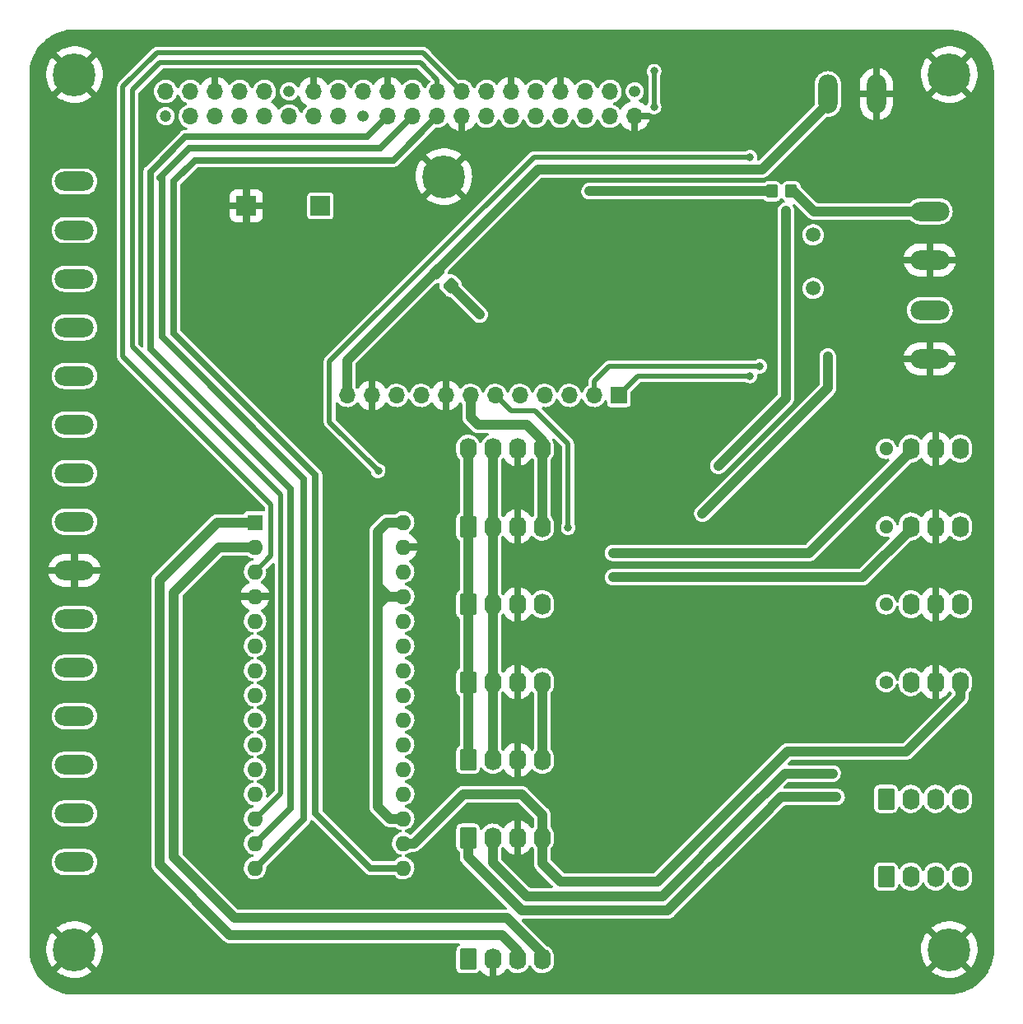
<source format=gbr>
%TF.GenerationSoftware,KiCad,Pcbnew,6.0.9*%
%TF.CreationDate,2022-12-14T15:45:26-03:00*%
%TF.ProjectId,trekking,7472656b-6b69-46e6-972e-6b696361645f,rev?*%
%TF.SameCoordinates,Original*%
%TF.FileFunction,Copper,L2,Bot*%
%TF.FilePolarity,Positive*%
%FSLAX46Y46*%
G04 Gerber Fmt 4.6, Leading zero omitted, Abs format (unit mm)*
G04 Created by KiCad (PCBNEW 6.0.9) date 2022-12-14 15:45:26*
%MOMM*%
%LPD*%
G01*
G04 APERTURE LIST*
G04 Aperture macros list*
%AMRoundRect*
0 Rectangle with rounded corners*
0 $1 Rounding radius*
0 $2 $3 $4 $5 $6 $7 $8 $9 X,Y pos of 4 corners*
0 Add a 4 corners polygon primitive as box body*
4,1,4,$2,$3,$4,$5,$6,$7,$8,$9,$2,$3,0*
0 Add four circle primitives for the rounded corners*
1,1,$1+$1,$2,$3*
1,1,$1+$1,$4,$5*
1,1,$1+$1,$6,$7*
1,1,$1+$1,$8,$9*
0 Add four rect primitives between the rounded corners*
20,1,$1+$1,$2,$3,$4,$5,0*
20,1,$1+$1,$4,$5,$6,$7,0*
20,1,$1+$1,$6,$7,$8,$9,0*
20,1,$1+$1,$8,$9,$2,$3,0*%
%AMFreePoly0*
4,1,28,0.087733,0.694480,0.250858,0.653506,0.399499,0.574804,0.525078,0.462918,0.620343,0.324307,0.679794,0.166973,0.700000,0.000000,0.699846,-0.014660,0.676148,-0.181173,0.613415,-0.337228,0.515268,-0.473813,0.387374,-0.583045,0.237117,-0.658617,0.073170,-0.696165,-0.095001,-0.693523,-0.257687,-0.650844,-0.405497,-0.570589,-0.529897,-0.457394,-0.623705,-0.317793,-0.681505,-0.159846,
-0.699962,0.007330,-0.678008,0.174083,-0.616912,0.330786,-0.520201,0.468391,-0.393458,0.578956,-0.244000,0.656097,-0.080456,0.695361,0.087733,0.694480,0.087733,0.694480,$1*%
G04 Aperture macros list end*
%TA.AperFunction,ComponentPad*%
%ADD10O,2.000000X4.000000*%
%TD*%
%TA.AperFunction,ComponentPad*%
%ADD11O,4.000000X2.000000*%
%TD*%
%TA.AperFunction,SMDPad,CuDef*%
%ADD12RoundRect,0.250000X-0.565685X-0.070711X-0.070711X-0.565685X0.565685X0.070711X0.070711X0.565685X0*%
%TD*%
%TA.AperFunction,SMDPad,CuDef*%
%ADD13RoundRect,0.250000X0.350000X0.450000X-0.350000X0.450000X-0.350000X-0.450000X0.350000X-0.450000X0*%
%TD*%
%TA.AperFunction,ComponentPad*%
%ADD14C,1.200000*%
%TD*%
%TA.AperFunction,ComponentPad*%
%ADD15O,1.700000X1.700000*%
%TD*%
%TA.AperFunction,ComponentPad*%
%ADD16O,1.200000X1.200000*%
%TD*%
%TA.AperFunction,ComponentPad*%
%ADD17FreePoly0,0.000000*%
%TD*%
%TA.AperFunction,ComponentPad*%
%ADD18O,1.740000X2.190000*%
%TD*%
%TA.AperFunction,ComponentPad*%
%ADD19C,1.500000*%
%TD*%
%TA.AperFunction,ComponentPad*%
%ADD20C,4.400000*%
%TD*%
%TA.AperFunction,ComponentPad*%
%ADD21RoundRect,0.250000X-0.620000X-0.845000X0.620000X-0.845000X0.620000X0.845000X-0.620000X0.845000X0*%
%TD*%
%TA.AperFunction,ComponentPad*%
%ADD22R,2.000000X2.000000*%
%TD*%
%TA.AperFunction,ComponentPad*%
%ADD23C,1.400000*%
%TD*%
%TA.AperFunction,ComponentPad*%
%ADD24R,1.600000X1.600000*%
%TD*%
%TA.AperFunction,ComponentPad*%
%ADD25O,1.600000X1.600000*%
%TD*%
%TA.AperFunction,ComponentPad*%
%ADD26R,1.700000X1.700000*%
%TD*%
%TA.AperFunction,ViaPad*%
%ADD27C,0.800000*%
%TD*%
%TA.AperFunction,ViaPad*%
%ADD28C,1.000000*%
%TD*%
%TA.AperFunction,Conductor*%
%ADD29C,1.000000*%
%TD*%
%TA.AperFunction,Conductor*%
%ADD30C,0.500000*%
%TD*%
%TA.AperFunction,Conductor*%
%ADD31C,0.700000*%
%TD*%
G04 APERTURE END LIST*
D10*
%TO.P,J8,1,Pin_1*%
%TO.N,+5V*%
X122500000Y-62000000D03*
%TO.P,J8,2,Pin_2*%
%TO.N,Earth*%
X127500000Y-62000000D03*
%TD*%
D11*
%TO.P,J7,1,Pin_1*%
%TO.N,/VCC*%
X133000000Y-74058500D03*
%TO.P,J7,2,Pin_2*%
%TO.N,Earth*%
X133000000Y-79058500D03*
%TD*%
%TO.P,J6,1,Pin_1*%
%TO.N,/VIN*%
X133000000Y-84233500D03*
%TO.P,J6,2,Pin_2*%
%TO.N,Earth*%
X133000000Y-89233500D03*
%TD*%
D12*
%TO.P,R21,1*%
%TO.N,+5V*%
X82292893Y-80292893D03*
%TO.P,R21,2*%
%TO.N,Net-(C5-Pad1)*%
X83707107Y-81707107D03*
%TD*%
D13*
%TO.P,R20,1*%
%TO.N,/VCC*%
X118750000Y-72000000D03*
%TO.P,R20,2*%
%TO.N,Net-(C1-Pad1)*%
X116750000Y-72000000D03*
%TD*%
D14*
%TO.P,J1,1,Pin_1*%
%TO.N,unconnected-(J1-Pad1)*%
X54375000Y-64275000D03*
D15*
%TO.P,J1,2,Pin_2*%
%TO.N,+5V*%
X54375000Y-61735000D03*
%TO.P,J1,3,Pin_3*%
%TO.N,/SDA0*%
X56915000Y-64275000D03*
%TO.P,J1,4,Pin_4*%
%TO.N,+5V*%
X56915000Y-61735000D03*
%TO.P,J1,5,Pin_5*%
%TO.N,/SCL0*%
X59455000Y-64275000D03*
%TO.P,J1,6,Pin_6*%
%TO.N,Earth*%
X59455000Y-61735000D03*
%TO.P,J1,7,Pin_7*%
%TO.N,unconnected-(J1-Pad7)*%
X61995000Y-64275000D03*
%TO.P,J1,8,Pin_8*%
%TO.N,/RXD0*%
X61995000Y-61735000D03*
%TO.P,J1,9,Pin_9*%
%TO.N,Earth*%
X64535000Y-64275000D03*
%TO.P,J1,10,Pin_10*%
%TO.N,/TXD0*%
X64535000Y-61735000D03*
%TO.P,J1,11,Pin_11*%
%TO.N,unconnected-(J1-Pad11)*%
X67075000Y-64275000D03*
D16*
%TO.P,J1,12,Pin_12*%
%TO.N,unconnected-(J1-Pad12)*%
X67075000Y-61735000D03*
D15*
%TO.P,J1,13,Pin_13*%
%TO.N,unconnected-(J1-Pad13)*%
X69615000Y-64275000D03*
%TO.P,J1,14,Pin_14*%
%TO.N,Earth*%
X69615000Y-61735000D03*
%TO.P,J1,15,Pin_15*%
%TO.N,unconnected-(J1-Pad15)*%
X72155000Y-64275000D03*
%TO.P,J1,16,Pin_16*%
%TO.N,unconnected-(J1-Pad16)*%
X72155000Y-61735000D03*
D16*
%TO.P,J1,17,Pin_17*%
%TO.N,unconnected-(J1-Pad17)*%
X74695000Y-64275000D03*
D15*
%TO.P,J1,18,Pin_18*%
%TO.N,/SWDIO*%
X74695000Y-61735000D03*
%TO.P,J1,19,Pin_19*%
%TO.N,/MOSI*%
X77235000Y-64275000D03*
%TO.P,J1,20,Pin_20*%
%TO.N,Earth*%
X77235000Y-61735000D03*
%TO.P,J1,21,Pin_21*%
%TO.N,/MISO*%
X79775000Y-64275000D03*
%TO.P,J1,22,Pin_22*%
%TO.N,/SWCLK*%
X79775000Y-61735000D03*
%TO.P,J1,23,Pin_23*%
%TO.N,/SCK*%
X82315000Y-64275000D03*
%TO.P,J1,24,Pin_24*%
%TO.N,/SC*%
X82315000Y-61735000D03*
%TO.P,J1,25,Pin_25*%
%TO.N,Earth*%
X84855000Y-64275000D03*
%TO.P,J1,26,Pin_26*%
%TO.N,/RST_A*%
X84855000Y-61735000D03*
%TO.P,J1,27,Pin_27*%
%TO.N,unconnected-(J1-Pad27)*%
X87395000Y-64275000D03*
%TO.P,J1,28,Pin_28*%
%TO.N,unconnected-(J1-Pad28)*%
X87395000Y-61735000D03*
%TO.P,J1,29,Pin_29*%
%TO.N,unconnected-(J1-Pad29)*%
X89935000Y-64275000D03*
%TO.P,J1,30,Pin_30*%
%TO.N,Earth*%
X89935000Y-61735000D03*
%TO.P,J1,31,Pin_31*%
%TO.N,unconnected-(J1-Pad31)*%
X92475000Y-64275000D03*
%TO.P,J1,32,Pin_32*%
%TO.N,unconnected-(J1-Pad32)*%
X92475000Y-61735000D03*
%TO.P,J1,33,Pin_33*%
%TO.N,unconnected-(J1-Pad33)*%
X95015000Y-64275000D03*
%TO.P,J1,34,Pin_34*%
%TO.N,Earth*%
X95015000Y-61735000D03*
%TO.P,J1,35,Pin_35*%
%TO.N,/G22*%
X97555000Y-64275000D03*
%TO.P,J1,36,Pin_36*%
%TO.N,unconnected-(J1-Pad36)*%
X97555000Y-61735000D03*
%TO.P,J1,37,Pin_37*%
%TO.N,/RUN*%
X100095000Y-64275000D03*
%TO.P,J1,38,Pin_38*%
%TO.N,unconnected-(J1-Pad38)*%
X100095000Y-61735000D03*
%TO.P,J1,39,Pin_39*%
%TO.N,Earth*%
X102635000Y-64275000D03*
D16*
%TO.P,J1,40,Pin_40*%
%TO.N,unconnected-(J1-Pad40)*%
X102635000Y-61735000D03*
%TD*%
D17*
%TO.P,J5,1,Pin_1*%
%TO.N,unconnected-(J5-Pad1)*%
X128500000Y-106483500D03*
D18*
%TO.P,J5,2,Pin_2*%
%TO.N,/P3D*%
X131040000Y-106483500D03*
%TO.P,J5,3,Pin_3*%
%TO.N,Earth*%
X133580000Y-106483500D03*
%TO.P,J5,4,Pin_4*%
%TO.N,+3V3*%
X136120000Y-106483500D03*
%TD*%
D19*
%TO.P,VIN,1*%
%TO.N,/VIN*%
X121000000Y-82000000D03*
%TD*%
D20*
%TO.P,REF\u002A\u002A,1*%
%TO.N,Earth*%
X45000000Y-60000000D03*
%TD*%
D17*
%TO.P,J2,1,Pin_1*%
%TO.N,unconnected-(J2-Pad1)*%
X128500000Y-114483500D03*
D18*
%TO.P,J2,2,Pin_2*%
%TO.N,/P3A*%
X131040000Y-114483500D03*
%TO.P,J2,3,Pin_3*%
%TO.N,Earth*%
X133580000Y-114483500D03*
%TO.P,J2,4,Pin_4*%
%TO.N,+3V3*%
X136120000Y-114483500D03*
%TD*%
%TO.P,J17,1,Pin_1*%
%TO.N,/SDA0*%
X85500000Y-98483500D03*
%TO.P,J17,2,Pin_2*%
%TO.N,/SCL0*%
X88040000Y-98483500D03*
%TO.P,J17,3,Pin_3*%
%TO.N,Earth*%
X90580000Y-98483500D03*
%TO.P,J17,4,Pin_4*%
%TO.N,+3V3*%
X93120000Y-98483500D03*
%TD*%
D21*
%TO.P,J10,1,Pin_1*%
%TO.N,/P2A*%
X128500000Y-134503500D03*
D18*
%TO.P,J10,2,Pin_2*%
%TO.N,/P2B*%
X131040000Y-134503500D03*
%TO.P,J10,3,Pin_3*%
%TO.N,/P2C*%
X133580000Y-134503500D03*
%TO.P,J10,4,Pin_4*%
%TO.N,/P2D*%
X136120000Y-134503500D03*
%TD*%
D21*
%TO.P,J23,1,Pin_1*%
%TO.N,+3V3*%
X85500000Y-151000000D03*
D18*
%TO.P,J23,2,Pin_2*%
%TO.N,Earth*%
X88040000Y-151000000D03*
%TO.P,J23,3,Pin_3*%
%TO.N,/ATX*%
X90580000Y-151000000D03*
%TO.P,J23,4,Pin_4*%
%TO.N,/ARX*%
X93120000Y-151000000D03*
%TD*%
D11*
%TO.P,J22,1,Pin_1*%
%TO.N,Net-(J22-Pad1)*%
X45000000Y-116000000D03*
%TO.P,J22,2,Pin_2*%
%TO.N,Net-(J22-Pad2)*%
X45000000Y-121000000D03*
%TO.P,J22,3,Pin_3*%
%TO.N,Net-(J22-Pad3)*%
X45000000Y-126000000D03*
%TD*%
D21*
%TO.P,J15,1,Pin_1*%
%TO.N,/SDA0*%
X85500000Y-106483500D03*
D18*
%TO.P,J15,2,Pin_2*%
%TO.N,/SCL0*%
X88040000Y-106483500D03*
%TO.P,J15,3,Pin_3*%
%TO.N,Earth*%
X90580000Y-106483500D03*
%TO.P,J15,4,Pin_4*%
%TO.N,+3V3*%
X93120000Y-106483500D03*
%TD*%
D21*
%TO.P,J12,1,Pin_1*%
%TO.N,/SDA0*%
X85500000Y-138483500D03*
D18*
%TO.P,J12,2,Pin_2*%
%TO.N,/SCL0*%
X88040000Y-138483500D03*
%TO.P,J12,3,Pin_3*%
%TO.N,Earth*%
X90580000Y-138483500D03*
%TO.P,J12,4,Pin_4*%
%TO.N,+3V3*%
X93120000Y-138483500D03*
%TD*%
D22*
%TO.P,D1,1,K*%
%TO.N,Net-(D1-Pad1)*%
X70310000Y-73500000D03*
%TO.P,D1,2,A*%
%TO.N,Earth*%
X62690000Y-73500000D03*
%TD*%
D20*
%TO.P,,1*%
%TO.N,Earth*%
X83000000Y-70500000D03*
%TD*%
D23*
%TO.P,J3,1,Pin_1*%
%TO.N,unconnected-(J3-Pad1)*%
X128500000Y-122483500D03*
D18*
%TO.P,J3,2,Pin_2*%
%TO.N,/P3B*%
X131040000Y-122483500D03*
%TO.P,J3,3,Pin_3*%
%TO.N,Earth*%
X133580000Y-122483500D03*
%TO.P,J3,4,Pin_4*%
%TO.N,+3V3*%
X136120000Y-122483500D03*
%TD*%
D11*
%TO.P,J20,1,Pin_1*%
%TO.N,/O3*%
X45000000Y-101000000D03*
%TO.P,J20,2,Pin_2*%
%TO.N,/O2*%
X45000000Y-106000000D03*
%TO.P,J20,3,Pin_3*%
%TO.N,Earth*%
X45000000Y-111000000D03*
%TD*%
D19*
%TO.P,VCC,1*%
%TO.N,/VCC*%
X121000000Y-76500000D03*
%TD*%
D20*
%TO.P,REF\u002A\u002A,1*%
%TO.N,Earth*%
X45000000Y-150000000D03*
%TD*%
%TO.P,REF\u002A\u002A,1*%
%TO.N,Earth*%
X135000000Y-150000000D03*
%TD*%
D24*
%TO.P,A1,1,TX*%
%TO.N,/ATX*%
X63580000Y-106060000D03*
D25*
%TO.P,A1,2,RX*%
%TO.N,/ARX*%
X63580000Y-108600000D03*
%TO.P,A1,3,~{RESET}*%
%TO.N,/RST_A*%
X63580000Y-111140000D03*
%TO.P,A1,4,GND*%
%TO.N,Earth*%
X63580000Y-113680000D03*
%TO.P,A1,5,D2~*%
%TO.N,/D2*%
X63580000Y-116220000D03*
%TO.P,A1,6,D3~*%
%TO.N,/D3*%
X63580000Y-118760000D03*
%TO.P,A1,7,D4~*%
%TO.N,/D4*%
X63580000Y-121300000D03*
%TO.P,A1,8,D5~*%
%TO.N,/D5*%
X63580000Y-123840000D03*
%TO.P,A1,9,D6~*%
%TO.N,/D6*%
X63580000Y-126380000D03*
%TO.P,A1,10,D7~*%
%TO.N,/D7*%
X63580000Y-128920000D03*
%TO.P,A1,11,D8~*%
%TO.N,/D8*%
X63580000Y-131460000D03*
%TO.P,A1,12,D9~*%
%TO.N,/D9*%
X63580000Y-134000000D03*
%TO.P,A1,13,D10~*%
%TO.N,/SC*%
X63580000Y-136540000D03*
%TO.P,A1,14,D11~/MOSI*%
%TO.N,/MOSI*%
X63580000Y-139080000D03*
%TO.P,A1,15,D12~/MISO*%
%TO.N,/MISO*%
X63580000Y-141620000D03*
%TO.P,A1,16,D13~/SCK*%
%TO.N,/SCK*%
X78820000Y-141620000D03*
%TO.P,A1,17,3V3*%
%TO.N,+3V3*%
X78820000Y-139080000D03*
%TO.P,A1,18,AREF*%
%TO.N,+5V*%
X78820000Y-136540000D03*
%TO.P,A1,19,A0*%
%TO.N,/A0*%
X78820000Y-134000000D03*
%TO.P,A1,20,A1*%
%TO.N,/A1*%
X78820000Y-131460000D03*
%TO.P,A1,21,A2*%
%TO.N,/A2*%
X78820000Y-128920000D03*
%TO.P,A1,22,A3*%
%TO.N,/A3*%
X78820000Y-126380000D03*
%TO.P,A1,23,A4/SDA*%
%TO.N,/SDA0*%
X78820000Y-123840000D03*
%TO.P,A1,24,A5/SCL*%
%TO.N,/SCL0*%
X78820000Y-121300000D03*
%TO.P,A1,25,A6*%
%TO.N,/A6*%
X78820000Y-118760000D03*
%TO.P,A1,26,A7*%
%TO.N,/A7*%
X78820000Y-116220000D03*
%TO.P,A1,27,+5V*%
%TO.N,+5V*%
X78820000Y-113680000D03*
%TO.P,A1,28,~{RESET}*%
%TO.N,unconnected-(A1-Pad28)*%
X78820000Y-111140000D03*
%TO.P,A1,29,GND*%
%TO.N,Earth*%
X78820000Y-108600000D03*
%TO.P,A1,30,VIN*%
%TO.N,+5V*%
X78820000Y-106060000D03*
%TD*%
D21*
%TO.P,J16,1,Pin_1*%
%TO.N,/SDA0*%
X85500000Y-122483500D03*
D18*
%TO.P,J16,2,Pin_2*%
%TO.N,/SCL0*%
X88040000Y-122483500D03*
%TO.P,J16,3,Pin_3*%
%TO.N,Earth*%
X90580000Y-122483500D03*
%TO.P,J16,4,Pin_4*%
%TO.N,+3V3*%
X93120000Y-122483500D03*
%TD*%
D26*
%TO.P,J18,1,Pin_1*%
%TO.N,/TXD1*%
X101000000Y-93000000D03*
D15*
%TO.P,J18,2,Pin_2*%
%TO.N,/RXD1*%
X98460000Y-93000000D03*
%TO.P,J18,3,Pin_3*%
%TO.N,/SPI0_RX*%
X95920000Y-93000000D03*
%TO.P,J18,4,Pin_4*%
%TO.N,/SPI0_SC*%
X93380000Y-93000000D03*
%TO.P,J18,5,Pin_5*%
%TO.N,/SPI0_SCK*%
X90840000Y-93000000D03*
%TO.P,J18,6,Pin_6*%
%TO.N,/SPI0_TX*%
X88300000Y-93000000D03*
%TO.P,J18,7,Pin_7*%
%TO.N,+3V3*%
X85760000Y-93000000D03*
%TO.P,J18,8,Pin_8*%
%TO.N,Earth*%
X83220000Y-93000000D03*
%TO.P,J18,9,Pin_9*%
%TO.N,/SCL0*%
X80680000Y-93000000D03*
%TO.P,J18,10,Pin_10*%
%TO.N,/SDA0*%
X78140000Y-93000000D03*
%TO.P,J18,11,Pin_11*%
%TO.N,Earth*%
X75600000Y-93000000D03*
%TO.P,J18,12,Pin_12*%
%TO.N,+5V*%
X73060000Y-93000000D03*
%TD*%
D17*
%TO.P,J4,1,Pin_1*%
%TO.N,unconnected-(J4-Pad1)*%
X128500000Y-98483500D03*
D18*
%TO.P,J4,2,Pin_2*%
%TO.N,/P3C*%
X131040000Y-98483500D03*
%TO.P,J4,3,Pin_3*%
%TO.N,Earth*%
X133580000Y-98483500D03*
%TO.P,J4,4,Pin_4*%
%TO.N,+3V3*%
X136120000Y-98483500D03*
%TD*%
D21*
%TO.P,J13,1,Pin_1*%
%TO.N,/SDA0*%
X85500000Y-114483500D03*
D18*
%TO.P,J13,2,Pin_2*%
%TO.N,/SCL0*%
X88040000Y-114483500D03*
%TO.P,J13,3,Pin_3*%
%TO.N,Earth*%
X90580000Y-114483500D03*
%TO.P,J13,4,Pin_4*%
%TO.N,+3V3*%
X93120000Y-114483500D03*
%TD*%
D20*
%TO.P,REF\u002A\u002A,1*%
%TO.N,Earth*%
X135000000Y-60000000D03*
%TD*%
D21*
%TO.P,J9,1,Pin_1*%
%TO.N,/P1A*%
X128500000Y-142483500D03*
D18*
%TO.P,J9,2,Pin_2*%
%TO.N,/P1B*%
X131040000Y-142483500D03*
%TO.P,J9,3,Pin_3*%
%TO.N,/P1C*%
X133580000Y-142483500D03*
%TO.P,J9,4,Pin_4*%
%TO.N,/P1D*%
X136120000Y-142483500D03*
%TD*%
D11*
%TO.P,J19,1,Pin_1*%
%TO.N,/O6*%
X45000000Y-86000000D03*
%TO.P,J19,2,Pin_2*%
%TO.N,/O5*%
X45000000Y-91000000D03*
%TO.P,J19,3,Pin_3*%
%TO.N,/O4*%
X45000000Y-96000000D03*
%TD*%
%TO.P,J11,1,Pin_1*%
%TO.N,/O9*%
X45000000Y-71000000D03*
%TO.P,J11,2,Pin_2*%
%TO.N,/O8*%
X45000000Y-76000000D03*
%TO.P,J11,3,Pin_3*%
%TO.N,/O7*%
X45000000Y-81000000D03*
%TD*%
%TO.P,J21,1,Pin_1*%
%TO.N,Net-(J21-Pad1)*%
X45000000Y-131000000D03*
%TO.P,J21,2,Pin_2*%
%TO.N,Net-(J21-Pad2)*%
X45000000Y-136000000D03*
%TO.P,J21,3,Pin_3*%
%TO.N,Net-(J21-Pad3)*%
X45000000Y-141000000D03*
%TD*%
D21*
%TO.P,J14,1,Pin_1*%
%TO.N,/SDA0*%
X85500000Y-130483500D03*
D18*
%TO.P,J14,2,Pin_2*%
%TO.N,/SCL0*%
X88040000Y-130483500D03*
%TO.P,J14,3,Pin_3*%
%TO.N,Earth*%
X90580000Y-130483500D03*
%TO.P,J14,4,Pin_4*%
%TO.N,+3V3*%
X93120000Y-130483500D03*
%TD*%
D27*
%TO.N,Earth*%
X87000000Y-77800000D03*
X76200000Y-79400000D03*
X81800000Y-83000000D03*
X111200000Y-114600000D03*
X111250000Y-106750000D03*
%TO.N,/ADC1*%
X111250000Y-100250000D03*
%TO.N,/ADC2*%
X109600000Y-105150000D03*
%TO.N,/VCC*%
X114500000Y-68500000D03*
X76250000Y-100750000D03*
%TO.N,Net-(C5-Pad1)*%
X86700000Y-84700000D03*
%TO.N,Earth*%
X107600000Y-119400000D03*
X45000000Y-88400000D03*
X82000000Y-110200000D03*
X78800000Y-144200000D03*
X45000000Y-73500000D03*
X60500000Y-70500000D03*
X57600000Y-118400000D03*
X124500000Y-93000000D03*
X68600000Y-140600000D03*
X45000000Y-93600000D03*
X54600000Y-106600000D03*
X121000000Y-79200000D03*
X59600000Y-116200000D03*
X89500000Y-89000000D03*
X94500000Y-89250000D03*
X67000000Y-88000000D03*
X107800000Y-114600000D03*
X94500000Y-66500000D03*
X50800000Y-108800000D03*
X56000000Y-152000000D03*
X45000000Y-78600000D03*
X100600000Y-99400000D03*
X68000000Y-70500000D03*
X65500000Y-70500000D03*
X50600000Y-113400000D03*
X134700000Y-66500000D03*
X84500000Y-89000000D03*
X62000000Y-88000000D03*
X105500000Y-88500000D03*
X107000000Y-78500000D03*
X67000000Y-82000000D03*
X115600000Y-119800000D03*
X58000000Y-84000000D03*
X92000000Y-72500000D03*
X82000000Y-102400000D03*
X104400000Y-123000000D03*
X79000000Y-89000000D03*
X116500000Y-66500000D03*
X107800000Y-106000000D03*
X124400000Y-97800000D03*
X58000000Y-81000000D03*
X60000000Y-123800000D03*
X98000000Y-76000000D03*
X115500000Y-79000000D03*
X107800000Y-101400000D03*
X82000000Y-144200000D03*
X120200000Y-91600000D03*
X59600000Y-120200000D03*
X58000000Y-78000000D03*
X69500000Y-88000000D03*
X100200000Y-114200000D03*
X75500000Y-70500000D03*
X58000000Y-75500000D03*
X122800000Y-142400000D03*
X111000000Y-66500000D03*
X87000000Y-89000000D03*
X100400000Y-106600000D03*
X73000000Y-70500000D03*
X45000000Y-103800000D03*
X57600000Y-131200000D03*
X109600000Y-128400000D03*
X105500000Y-66500000D03*
X45000000Y-128400000D03*
X113000000Y-143000000D03*
X107000000Y-76000000D03*
X57400000Y-114200000D03*
X45000000Y-98600000D03*
X53500000Y-97000000D03*
X101200000Y-152000000D03*
X59500000Y-87000000D03*
X45000000Y-113400000D03*
X45000000Y-123400000D03*
X87000000Y-66500000D03*
X109400000Y-93000000D03*
X106000000Y-61000000D03*
X58000000Y-70500000D03*
X73000000Y-108000000D03*
X56000000Y-146000000D03*
X49000000Y-97500000D03*
X101800000Y-137400000D03*
X105000000Y-74000000D03*
X78800000Y-152000000D03*
X52800000Y-65800000D03*
X57600000Y-126600000D03*
X45000000Y-108800000D03*
X63000000Y-70500000D03*
X110400000Y-152000000D03*
X48500000Y-92000000D03*
X78000000Y-70500000D03*
X70500000Y-70500000D03*
X92000000Y-66500000D03*
X45000000Y-138600000D03*
X45000000Y-133600000D03*
X107000000Y-84000000D03*
X106200000Y-133200000D03*
X116800000Y-113600000D03*
X115600000Y-124400000D03*
X95600000Y-114200000D03*
X107000000Y-81000000D03*
X107000000Y-86500000D03*
X119200000Y-152000000D03*
X57600000Y-136000000D03*
X57000000Y-140200000D03*
X68600000Y-152000000D03*
X122750000Y-104750000D03*
X45000000Y-83400000D03*
X64500000Y-88000000D03*
X109900000Y-59200000D03*
X91500000Y-141500000D03*
X60000000Y-112200000D03*
X89500000Y-66500000D03*
X115600000Y-128600000D03*
X134400000Y-128600000D03*
X82000000Y-118600000D03*
X57600000Y-121600000D03*
X92000000Y-89000000D03*
X45000000Y-118400000D03*
X116500000Y-74000000D03*
X116800000Y-104600000D03*
X58000000Y-73000000D03*
X101200000Y-126000000D03*
D28*
X95500000Y-127000000D03*
D27*
X82000000Y-89000000D03*
X115500000Y-85500000D03*
%TO.N,/SDA0*%
X123400000Y-134300000D03*
%TO.N,/SCL0*%
X123000000Y-131900000D03*
%TO.N,/SWDIO*%
X104625000Y-59650000D03*
X104625000Y-63350000D03*
D28*
%TO.N,/P3D*%
X100400000Y-111700000D03*
%TO.N,/P3C*%
X100400000Y-109200000D03*
D27*
%TO.N,/SPI0_TX*%
X95800000Y-106600000D03*
%TO.N,/TXD1*%
X114500000Y-91000000D03*
%TO.N,/RXD1*%
X115500000Y-90000000D03*
%TO.N,/ADC1*%
X118200000Y-74000000D03*
D28*
%TO.N,/ADC2*%
X122500000Y-89000000D03*
D27*
%TO.N,Net-(C1-Pad1)*%
X98000000Y-72000000D03*
%TD*%
D29*
%TO.N,/VCC*%
X121058500Y-74058500D02*
X133000000Y-74058500D01*
X119000000Y-72000000D02*
X121058500Y-74058500D01*
%TO.N,+3V3*%
X136120000Y-122483500D02*
X136120000Y-124080000D01*
X93120000Y-141120000D02*
X93120000Y-138483500D01*
X136120000Y-124080000D02*
X130600000Y-129600000D01*
X118400000Y-129600000D02*
X105000000Y-143000000D01*
X130600000Y-129600000D02*
X118400000Y-129600000D01*
X105000000Y-143000000D02*
X95000000Y-143000000D01*
X95000000Y-143000000D02*
X93120000Y-141120000D01*
D30*
%TO.N,/SPI0_TX*%
X95800000Y-106600000D02*
X95800000Y-98000000D01*
X95800000Y-98000000D02*
X92400000Y-94600000D01*
X92400000Y-94600000D02*
X89900000Y-94600000D01*
X89900000Y-94600000D02*
X88300000Y-93000000D01*
D29*
%TO.N,/P3C*%
X100400000Y-109200000D02*
X120592003Y-109200000D01*
X120592003Y-109200000D02*
X131040000Y-98752003D01*
X131040000Y-98752003D02*
X131040000Y-98483500D01*
%TO.N,/P3D*%
X100400000Y-111700000D02*
X126092003Y-111700000D01*
X126092003Y-111700000D02*
X131040000Y-106752003D01*
X131040000Y-106752003D02*
X131040000Y-106483500D01*
%TO.N,/ADC2*%
X109600000Y-105150000D02*
X122500000Y-92250000D01*
X122500000Y-92250000D02*
X122500000Y-89000000D01*
%TO.N,/ADC1*%
X111250000Y-100250000D02*
X118200000Y-93300000D01*
X118200000Y-93300000D02*
X118200000Y-74000000D01*
D30*
%TO.N,/VCC*%
X76250000Y-100750000D02*
X71250000Y-95750000D01*
X71250000Y-95750000D02*
X71250000Y-89500000D01*
X71250000Y-89500000D02*
X92250000Y-68500000D01*
X92250000Y-68500000D02*
X114500000Y-68500000D01*
D29*
%TO.N,Net-(C5-Pad1)*%
X86700000Y-84700000D02*
X83707107Y-81707107D01*
%TO.N,+5V*%
X73060000Y-93000000D02*
X73060000Y-89384365D01*
X73060000Y-89384365D02*
X92694365Y-69750000D01*
X92694365Y-69750000D02*
X115750000Y-69750000D01*
X115750000Y-69750000D02*
X122500000Y-63000000D01*
X122500000Y-63000000D02*
X122500000Y-62000000D01*
%TO.N,Net-(C1-Pad1)*%
X98000000Y-72000000D02*
X116750000Y-72000000D01*
%TO.N,+5V*%
X77070000Y-113680000D02*
X76200000Y-114550000D01*
X77440000Y-136540000D02*
X76200000Y-135300000D01*
X76200000Y-108200000D02*
X76200000Y-107000000D01*
X76200000Y-107000000D02*
X77140000Y-106060000D01*
X76200000Y-112600000D02*
X76200000Y-108200000D01*
X78820000Y-113680000D02*
X77070000Y-113680000D01*
X77140000Y-106060000D02*
X78820000Y-106060000D01*
X77280000Y-113680000D02*
X76200000Y-112600000D01*
X76200000Y-114550000D02*
X76200000Y-112600000D01*
X78820000Y-136540000D02*
X77440000Y-136540000D01*
X78820000Y-113680000D02*
X77280000Y-113680000D01*
X76200000Y-135300000D02*
X76200000Y-114550000D01*
X122500000Y-62000000D02*
X122500000Y-63500000D01*
%TO.N,/SDA0*%
X115550000Y-136450000D02*
X106000000Y-146000000D01*
X85500000Y-140500000D02*
X85500000Y-138483500D01*
X106000000Y-146000000D02*
X91000000Y-146000000D01*
X91000000Y-146000000D02*
X85500000Y-140500000D01*
X85500000Y-130483500D02*
X85500000Y-98483500D01*
X117700000Y-134300000D02*
X123400000Y-134300000D01*
X115550000Y-136450000D02*
X117700000Y-134300000D01*
%TO.N,/SCL0*%
X113500000Y-136500000D02*
X118100000Y-131900000D01*
X113500000Y-136500000D02*
X105500000Y-144500000D01*
X88040000Y-141040000D02*
X88040000Y-138483500D01*
X118100000Y-131900000D02*
X123000000Y-131900000D01*
X88040000Y-130483500D02*
X88040000Y-98483500D01*
X105500000Y-144500000D02*
X91500000Y-144500000D01*
X91500000Y-144500000D02*
X88040000Y-141040000D01*
D30*
%TO.N,/SWDIO*%
X104625000Y-59650000D02*
X104625000Y-63350000D01*
%TO.N,/SC*%
X53800000Y-58800000D02*
X51000000Y-61600000D01*
X51000000Y-61600000D02*
X51000000Y-88000000D01*
X80600000Y-58800000D02*
X53800000Y-58800000D01*
X51000000Y-88000000D02*
X66200000Y-103200000D01*
X82315000Y-60515000D02*
X80600000Y-58800000D01*
X82315000Y-61735000D02*
X82315000Y-60515000D01*
X66200000Y-103200000D02*
X66200000Y-133920000D01*
X66200000Y-133920000D02*
X63580000Y-136540000D01*
D31*
%TO.N,/MOSI*%
X75110000Y-66400000D02*
X77235000Y-64275000D01*
X67200000Y-102600000D02*
X52800000Y-88200000D01*
X52800000Y-88200000D02*
X52800000Y-70000000D01*
X56400000Y-66400000D02*
X75110000Y-66400000D01*
X63580000Y-139080000D02*
X67200000Y-135460000D01*
X52800000Y-70000000D02*
X56400000Y-66400000D01*
X67200000Y-135460000D02*
X67200000Y-102600000D01*
%TO.N,/MISO*%
X68600000Y-101600000D02*
X68600000Y-136600000D01*
X54500000Y-69900000D02*
X54000000Y-70400000D01*
X54500000Y-69900000D02*
X56800000Y-67600000D01*
X56800000Y-67600000D02*
X76450000Y-67600000D01*
X54000000Y-87000000D02*
X68600000Y-101600000D01*
X68600000Y-136600000D02*
X63580000Y-141620000D01*
X54500000Y-69900000D02*
X53800000Y-70600000D01*
X76450000Y-67600000D02*
X79775000Y-64275000D01*
X54000000Y-70400000D02*
X54000000Y-87000000D01*
%TO.N,/SCK*%
X55200000Y-86600000D02*
X55200000Y-71000000D01*
X57400000Y-68800000D02*
X77790000Y-68800000D01*
X78820000Y-141620000D02*
X75420000Y-141620000D01*
X69800000Y-136000000D02*
X69800000Y-101200000D01*
X69800000Y-101200000D02*
X55200000Y-86600000D01*
X55200000Y-71000000D02*
X57400000Y-68800000D01*
X77790000Y-68800000D02*
X82315000Y-64275000D01*
X75420000Y-141620000D02*
X69800000Y-136000000D01*
D29*
%TO.N,+3V3*%
X86500000Y-96000000D02*
X91500000Y-96000000D01*
X93120000Y-97620000D02*
X93120000Y-98483500D01*
X93120000Y-106483500D02*
X93120000Y-98483500D01*
X93120000Y-138483500D02*
X93120000Y-140920000D01*
X91000000Y-134000000D02*
X93120000Y-136120000D01*
X91500000Y-96000000D02*
X93120000Y-97620000D01*
X93120000Y-136120000D02*
X93120000Y-138483500D01*
X85760000Y-93000000D02*
X85760000Y-95260000D01*
X78820000Y-139080000D02*
X79920000Y-139080000D01*
X85760000Y-95260000D02*
X86500000Y-96000000D01*
X79920000Y-139080000D02*
X85000000Y-134000000D01*
X85000000Y-134000000D02*
X91000000Y-134000000D01*
X93120000Y-130483500D02*
X93120000Y-122483500D01*
D30*
%TO.N,/TXD1*%
X103000000Y-91000000D02*
X114500000Y-91000000D01*
X101000000Y-93000000D02*
X103000000Y-91000000D01*
%TO.N,/RXD1*%
X98460000Y-93000000D02*
X98460000Y-91540000D01*
X98460000Y-91540000D02*
X100000000Y-90000000D01*
X100000000Y-90000000D02*
X115500000Y-90000000D01*
%TO.N,/RST_A*%
X50000000Y-89000000D02*
X65200000Y-104200000D01*
X65200000Y-109520000D02*
X63580000Y-111140000D01*
X65200000Y-104200000D02*
X65200000Y-109520000D01*
X79500000Y-57750000D02*
X53500000Y-57750000D01*
X53500000Y-57750000D02*
X50000000Y-61250000D01*
X79500000Y-57750000D02*
X80870000Y-57750000D01*
X50000000Y-61250000D02*
X50000000Y-89000000D01*
X80870000Y-57750000D02*
X84855000Y-61735000D01*
X79500000Y-57750000D02*
X80750000Y-57750000D01*
D29*
%TO.N,/ATX*%
X61000000Y-148500000D02*
X53750000Y-141250000D01*
X53750000Y-141250000D02*
X53750000Y-112000000D01*
X53750000Y-112000000D02*
X59690000Y-106060000D01*
X59690000Y-106060000D02*
X63580000Y-106060000D01*
X90580000Y-151000000D02*
X90580000Y-150080000D01*
X89000000Y-148500000D02*
X61000000Y-148500000D01*
X90580000Y-150080000D02*
X89000000Y-148500000D01*
%TO.N,/ARX*%
X55250000Y-113250000D02*
X55250000Y-140500000D01*
X89500000Y-146750000D02*
X93120000Y-150370000D01*
X59900000Y-108600000D02*
X55250000Y-113250000D01*
X55250000Y-140500000D02*
X61500000Y-146750000D01*
X93120000Y-150620000D02*
X93120000Y-151000000D01*
X61500000Y-146750000D02*
X89500000Y-146750000D01*
X63580000Y-108600000D02*
X59900000Y-108600000D01*
X93120000Y-150370000D02*
X93120000Y-151000000D01*
%TD*%
%TA.AperFunction,Conductor*%
%TO.N,Earth*%
G36*
X88439092Y-55367658D02*
G01*
X134925120Y-55386018D01*
X134948365Y-55387853D01*
X134952884Y-55388569D01*
X134952887Y-55388569D01*
X134964468Y-55390403D01*
X134976051Y-55388568D01*
X134984605Y-55388568D01*
X135001077Y-55387632D01*
X135363208Y-55403441D01*
X135376145Y-55404572D01*
X135570774Y-55430195D01*
X135765396Y-55455817D01*
X135778196Y-55458074D01*
X136161494Y-55543046D01*
X136174051Y-55546410D01*
X136548496Y-55664471D01*
X136560710Y-55668917D01*
X136742066Y-55744036D01*
X136923432Y-55819160D01*
X136935193Y-55824643D01*
X137215222Y-55970416D01*
X137283461Y-56005939D01*
X137294708Y-56012432D01*
X137625826Y-56223377D01*
X137636473Y-56230832D01*
X137947956Y-56469841D01*
X137957907Y-56478190D01*
X138247388Y-56743450D01*
X138256550Y-56752612D01*
X138521810Y-57042093D01*
X138530159Y-57052044D01*
X138769168Y-57363527D01*
X138776621Y-57374170D01*
X138987568Y-57705292D01*
X138994061Y-57716539D01*
X139175357Y-58064807D01*
X139180840Y-58076568D01*
X139255964Y-58257934D01*
X139331083Y-58439290D01*
X139335529Y-58451504D01*
X139453590Y-58825949D01*
X139456954Y-58838506D01*
X139541926Y-59221804D01*
X139544183Y-59234604D01*
X139559056Y-59347577D01*
X139591599Y-59594769D01*
X139595427Y-59623849D01*
X139596559Y-59636792D01*
X139612207Y-59995223D01*
X139612368Y-59998920D01*
X139611432Y-60015395D01*
X139611432Y-60023949D01*
X139609597Y-60035532D01*
X139611431Y-60047112D01*
X139611431Y-60047113D01*
X139612132Y-60051538D01*
X139613966Y-60074846D01*
X139613966Y-149925154D01*
X139612132Y-149948462D01*
X139609597Y-149964468D01*
X139611432Y-149976051D01*
X139611432Y-149984605D01*
X139612368Y-150001077D01*
X139596560Y-150363201D01*
X139595428Y-150376145D01*
X139586729Y-150442219D01*
X139544183Y-150765396D01*
X139541926Y-150778196D01*
X139456954Y-151161494D01*
X139453590Y-151174051D01*
X139335529Y-151548496D01*
X139331083Y-151560710D01*
X139304996Y-151623691D01*
X139180840Y-151923432D01*
X139175357Y-151935193D01*
X139064660Y-152147841D01*
X138994061Y-152283461D01*
X138987568Y-152294708D01*
X138776623Y-152625826D01*
X138769168Y-152636473D01*
X138530159Y-152947956D01*
X138521810Y-152957907D01*
X138256550Y-153247388D01*
X138247388Y-153256550D01*
X137957907Y-153521810D01*
X137947956Y-153530159D01*
X137636473Y-153769168D01*
X137625830Y-153776621D01*
X137294708Y-153987568D01*
X137283461Y-153994061D01*
X136935193Y-154175357D01*
X136923432Y-154180840D01*
X136814631Y-154225907D01*
X136560710Y-154331083D01*
X136548496Y-154335529D01*
X136174051Y-154453590D01*
X136161494Y-154456954D01*
X135778196Y-154541926D01*
X135765396Y-154544183D01*
X135570774Y-154569805D01*
X135376145Y-154595428D01*
X135363208Y-154596559D01*
X135001077Y-154612368D01*
X134984605Y-154611432D01*
X134976051Y-154611432D01*
X134964468Y-154609597D01*
X134952888Y-154611431D01*
X134952886Y-154611431D01*
X134949205Y-154612014D01*
X134948367Y-154612147D01*
X134925120Y-154613982D01*
X88558340Y-154632296D01*
X45039275Y-154649485D01*
X45015907Y-154647650D01*
X45011588Y-154646966D01*
X45011584Y-154646966D01*
X45000000Y-154645131D01*
X44988415Y-154646966D01*
X44979864Y-154646966D01*
X44963392Y-154647902D01*
X44601260Y-154632090D01*
X44588324Y-154630959D01*
X44199070Y-154579713D01*
X44186282Y-154577458D01*
X43954240Y-154526016D01*
X43802973Y-154492480D01*
X43790418Y-154489116D01*
X43603199Y-154430087D01*
X43415976Y-154371055D01*
X43403770Y-154366613D01*
X43041050Y-154216369D01*
X43029271Y-154210876D01*
X42681014Y-154029584D01*
X42669758Y-154023085D01*
X42338644Y-153812143D01*
X42328012Y-153804700D01*
X42016513Y-153565679D01*
X42006561Y-153557327D01*
X41717103Y-153292088D01*
X41707912Y-153282897D01*
X41442673Y-152993439D01*
X41434317Y-152983482D01*
X41414698Y-152957914D01*
X41195300Y-152671988D01*
X41187857Y-152661356D01*
X40976915Y-152330242D01*
X40970416Y-152318986D01*
X40952699Y-152284952D01*
X43215885Y-152284952D01*
X43220041Y-152292152D01*
X43439986Y-152450198D01*
X43447216Y-152454787D01*
X43731943Y-152613264D01*
X43739653Y-152616991D01*
X44040706Y-152741691D01*
X44048800Y-152744510D01*
X44362171Y-152833776D01*
X44370561Y-152835651D01*
X44692112Y-152888307D01*
X44700640Y-152889204D01*
X45026135Y-152904554D01*
X45034703Y-152904464D01*
X45359801Y-152882301D01*
X45368301Y-152881227D01*
X45688692Y-152821846D01*
X45697029Y-152819799D01*
X46008466Y-152723988D01*
X46016503Y-152721000D01*
X46314880Y-152590020D01*
X46322503Y-152586137D01*
X46603853Y-152421728D01*
X46610988Y-152416987D01*
X46772946Y-152295387D01*
X46782830Y-152282781D01*
X46779484Y-152274458D01*
X45013871Y-150508846D01*
X45000000Y-150500838D01*
X44986129Y-150508846D01*
X43223893Y-152271081D01*
X43215885Y-152284952D01*
X40952699Y-152284952D01*
X40789124Y-151970729D01*
X40783630Y-151958948D01*
X40780084Y-151950388D01*
X40633387Y-151596230D01*
X40628943Y-151584020D01*
X40621594Y-151560710D01*
X40510884Y-151209582D01*
X40507520Y-151197027D01*
X40442041Y-150901674D01*
X40422542Y-150813718D01*
X40420286Y-150800923D01*
X40409597Y-150719726D01*
X40369041Y-150411676D01*
X40367909Y-150398733D01*
X40366923Y-150376151D01*
X40352098Y-150036608D01*
X40353034Y-150020136D01*
X40353034Y-150011585D01*
X40354869Y-150000000D01*
X40352333Y-149983989D01*
X40350500Y-149960692D01*
X40350500Y-149913037D01*
X42096630Y-149913037D01*
X42105161Y-150238784D01*
X42105878Y-150247325D01*
X42151792Y-150569934D01*
X42153484Y-150578327D01*
X42236172Y-150893511D01*
X42238824Y-150901674D01*
X42357186Y-151205260D01*
X42360754Y-151213052D01*
X42513233Y-151501033D01*
X42517671Y-151508361D01*
X42702237Y-151776908D01*
X42702540Y-151777298D01*
X42714345Y-151785231D01*
X42725030Y-151779996D01*
X44491154Y-150013871D01*
X44499162Y-150000000D01*
X45500838Y-150000000D01*
X45508846Y-150013871D01*
X47270359Y-151775385D01*
X47284230Y-151783393D01*
X47293706Y-151777922D01*
X47329357Y-151735284D01*
X47334476Y-151728392D01*
X47513377Y-151456039D01*
X47517657Y-151448625D01*
X47664066Y-151157525D01*
X47667478Y-151149640D01*
X47779455Y-150843649D01*
X47781935Y-150835433D01*
X47858001Y-150518596D01*
X47859521Y-150510151D01*
X47898785Y-150185688D01*
X47899287Y-150179085D01*
X47904811Y-150003315D01*
X47904724Y-149996695D01*
X47885910Y-149670400D01*
X47884925Y-149661887D01*
X47828904Y-149340901D01*
X47826942Y-149332533D01*
X47734402Y-149020123D01*
X47731489Y-149012033D01*
X47603655Y-148712329D01*
X47599837Y-148704639D01*
X47438395Y-148421601D01*
X47433724Y-148414408D01*
X47295779Y-148226620D01*
X47283278Y-148216604D01*
X47275233Y-148219741D01*
X45508846Y-149986129D01*
X45500838Y-150000000D01*
X44499162Y-150000000D01*
X44491154Y-149986129D01*
X42730693Y-148225667D01*
X42716822Y-148217659D01*
X42708423Y-148222508D01*
X42617272Y-148338757D01*
X42612391Y-148345782D01*
X42442129Y-148623623D01*
X42438085Y-148631164D01*
X42300884Y-148926739D01*
X42297731Y-148934701D01*
X42195416Y-149244078D01*
X42193197Y-149252359D01*
X42127120Y-149571430D01*
X42125866Y-149579925D01*
X42096899Y-149904485D01*
X42096630Y-149913037D01*
X40350500Y-149913037D01*
X40350500Y-147717341D01*
X43217498Y-147717341D01*
X43221553Y-147726579D01*
X44986129Y-149491154D01*
X45000000Y-149499162D01*
X45013871Y-149491154D01*
X46776185Y-147728841D01*
X46784193Y-147714970D01*
X46778491Y-147705092D01*
X46759570Y-147688933D01*
X46752750Y-147683757D01*
X46482287Y-147502013D01*
X46474906Y-147497648D01*
X46185347Y-147348196D01*
X46177521Y-147344711D01*
X45872700Y-147229529D01*
X45864530Y-147226969D01*
X45548497Y-147147587D01*
X45540060Y-147145977D01*
X45217001Y-147103446D01*
X45208471Y-147102819D01*
X44882641Y-147097700D01*
X44874084Y-147098059D01*
X44549838Y-147130423D01*
X44541385Y-147131762D01*
X44222995Y-147201183D01*
X44214760Y-147203482D01*
X43906465Y-147309035D01*
X43898527Y-147312275D01*
X43604421Y-147452556D01*
X43596910Y-147456685D01*
X43320881Y-147629837D01*
X43313880Y-147634812D01*
X43226981Y-147704431D01*
X43217498Y-147717341D01*
X40350500Y-147717341D01*
X40350500Y-141000000D01*
X42644341Y-141000000D01*
X42644908Y-141006481D01*
X42663781Y-141222191D01*
X42664937Y-141235408D01*
X42666618Y-141241682D01*
X42666619Y-141241687D01*
X42690724Y-141331647D01*
X42726097Y-141463663D01*
X42825965Y-141677829D01*
X42961505Y-141871401D01*
X43128599Y-142038495D01*
X43322171Y-142174035D01*
X43536337Y-142273903D01*
X43626191Y-142297979D01*
X43758313Y-142333381D01*
X43758318Y-142333382D01*
X43764592Y-142335063D01*
X43771063Y-142335629D01*
X43771068Y-142335630D01*
X43937799Y-142350217D01*
X43941034Y-142350500D01*
X46058966Y-142350500D01*
X46062201Y-142350217D01*
X46228932Y-142335630D01*
X46228937Y-142335629D01*
X46235408Y-142335063D01*
X46241682Y-142333382D01*
X46241687Y-142333381D01*
X46373809Y-142297979D01*
X46463663Y-142273903D01*
X46677829Y-142174035D01*
X46871401Y-142038495D01*
X47038495Y-141871401D01*
X47174035Y-141677830D01*
X47273903Y-141463663D01*
X47278764Y-141445523D01*
X47333381Y-141241687D01*
X47333382Y-141241682D01*
X47335063Y-141235408D01*
X47336220Y-141222191D01*
X47355092Y-141006481D01*
X47355659Y-141000000D01*
X47346870Y-140899538D01*
X47335630Y-140771068D01*
X47335629Y-140771063D01*
X47335063Y-140764592D01*
X47332770Y-140756032D01*
X47288417Y-140590505D01*
X47273903Y-140536337D01*
X47174035Y-140322171D01*
X47038495Y-140128599D01*
X46871401Y-139961505D01*
X46677829Y-139825965D01*
X46463663Y-139726097D01*
X46323777Y-139688615D01*
X46241687Y-139666619D01*
X46241682Y-139666618D01*
X46235408Y-139664937D01*
X46228937Y-139664371D01*
X46228932Y-139664370D01*
X46062201Y-139649783D01*
X46062200Y-139649783D01*
X46058966Y-139649500D01*
X43941034Y-139649500D01*
X43937800Y-139649783D01*
X43937799Y-139649783D01*
X43771068Y-139664370D01*
X43771063Y-139664371D01*
X43764592Y-139664937D01*
X43758318Y-139666618D01*
X43758313Y-139666619D01*
X43676223Y-139688615D01*
X43536337Y-139726097D01*
X43322171Y-139825965D01*
X43128599Y-139961505D01*
X42961505Y-140128599D01*
X42825965Y-140322170D01*
X42726097Y-140536337D01*
X42724414Y-140542618D01*
X42667231Y-140756032D01*
X42664937Y-140764592D01*
X42664371Y-140771063D01*
X42664370Y-140771068D01*
X42653130Y-140899538D01*
X42644341Y-141000000D01*
X40350500Y-141000000D01*
X40350500Y-136000000D01*
X42644341Y-136000000D01*
X42644908Y-136006481D01*
X42657971Y-136155783D01*
X42664937Y-136235408D01*
X42666618Y-136241682D01*
X42666619Y-136241687D01*
X42680436Y-136293253D01*
X42726097Y-136463663D01*
X42825965Y-136677829D01*
X42961505Y-136871401D01*
X43128599Y-137038495D01*
X43322171Y-137174035D01*
X43536337Y-137273903D01*
X43654872Y-137305664D01*
X43758313Y-137333381D01*
X43758318Y-137333382D01*
X43764592Y-137335063D01*
X43771063Y-137335629D01*
X43771068Y-137335630D01*
X43937799Y-137350217D01*
X43941034Y-137350500D01*
X46058966Y-137350500D01*
X46062201Y-137350217D01*
X46228932Y-137335630D01*
X46228937Y-137335629D01*
X46235408Y-137335063D01*
X46241682Y-137333382D01*
X46241687Y-137333381D01*
X46345128Y-137305664D01*
X46463663Y-137273903D01*
X46677829Y-137174035D01*
X46871401Y-137038495D01*
X47038495Y-136871401D01*
X47174035Y-136677830D01*
X47273903Y-136463663D01*
X47311629Y-136322866D01*
X47333381Y-136241687D01*
X47333382Y-136241682D01*
X47335063Y-136235408D01*
X47342030Y-136155783D01*
X47355092Y-136006481D01*
X47355659Y-136000000D01*
X47350512Y-135941169D01*
X47335630Y-135771068D01*
X47335629Y-135771063D01*
X47335063Y-135764592D01*
X47332464Y-135754889D01*
X47297214Y-135623337D01*
X47273903Y-135536337D01*
X47174035Y-135322171D01*
X47038495Y-135128599D01*
X46871401Y-134961505D01*
X46677829Y-134825965D01*
X46463663Y-134726097D01*
X46341270Y-134693302D01*
X46241687Y-134666619D01*
X46241682Y-134666618D01*
X46235408Y-134664937D01*
X46228937Y-134664371D01*
X46228932Y-134664370D01*
X46062201Y-134649783D01*
X46062200Y-134649783D01*
X46058966Y-134649500D01*
X43941034Y-134649500D01*
X43937800Y-134649783D01*
X43937799Y-134649783D01*
X43771068Y-134664370D01*
X43771063Y-134664371D01*
X43764592Y-134664937D01*
X43758318Y-134666618D01*
X43758313Y-134666619D01*
X43658730Y-134693302D01*
X43536337Y-134726097D01*
X43322171Y-134825965D01*
X43128599Y-134961505D01*
X42961505Y-135128599D01*
X42825965Y-135322170D01*
X42726097Y-135536337D01*
X42724414Y-135542618D01*
X42667537Y-135754889D01*
X42664937Y-135764592D01*
X42664371Y-135771063D01*
X42664370Y-135771068D01*
X42649488Y-135941169D01*
X42644341Y-136000000D01*
X40350500Y-136000000D01*
X40350500Y-131000000D01*
X42644341Y-131000000D01*
X42644908Y-131006481D01*
X42662999Y-131213253D01*
X42664937Y-131235408D01*
X42666618Y-131241682D01*
X42666619Y-131241687D01*
X42677237Y-131281313D01*
X42726097Y-131463663D01*
X42825965Y-131677829D01*
X42961505Y-131871401D01*
X43128599Y-132038495D01*
X43322171Y-132174035D01*
X43536337Y-132273903D01*
X43639854Y-132301640D01*
X43758313Y-132333381D01*
X43758318Y-132333382D01*
X43764592Y-132335063D01*
X43771063Y-132335629D01*
X43771068Y-132335630D01*
X43937799Y-132350217D01*
X43941034Y-132350500D01*
X46058966Y-132350500D01*
X46062201Y-132350217D01*
X46228932Y-132335630D01*
X46228937Y-132335629D01*
X46235408Y-132335063D01*
X46241682Y-132333382D01*
X46241687Y-132333381D01*
X46360146Y-132301640D01*
X46463663Y-132273903D01*
X46677829Y-132174035D01*
X46871401Y-132038495D01*
X47038495Y-131871401D01*
X47174035Y-131677830D01*
X47273903Y-131463663D01*
X47308803Y-131333412D01*
X47333381Y-131241687D01*
X47333382Y-131241682D01*
X47335063Y-131235408D01*
X47337002Y-131213253D01*
X47355092Y-131006481D01*
X47355659Y-131000000D01*
X47353472Y-130975000D01*
X47335630Y-130771068D01*
X47335629Y-130771063D01*
X47335063Y-130764592D01*
X47273903Y-130536337D01*
X47174035Y-130322171D01*
X47038495Y-130128599D01*
X46871401Y-129961505D01*
X46677829Y-129825965D01*
X46463663Y-129726097D01*
X46341270Y-129693302D01*
X46241687Y-129666619D01*
X46241682Y-129666618D01*
X46235408Y-129664937D01*
X46228937Y-129664371D01*
X46228932Y-129664370D01*
X46062201Y-129649783D01*
X46062200Y-129649783D01*
X46058966Y-129649500D01*
X43941034Y-129649500D01*
X43937800Y-129649783D01*
X43937799Y-129649783D01*
X43771068Y-129664370D01*
X43771063Y-129664371D01*
X43764592Y-129664937D01*
X43758318Y-129666618D01*
X43758313Y-129666619D01*
X43658730Y-129693302D01*
X43536337Y-129726097D01*
X43322171Y-129825965D01*
X43128599Y-129961505D01*
X42961505Y-130128599D01*
X42825965Y-130322170D01*
X42726097Y-130536337D01*
X42724414Y-130542618D01*
X42691715Y-130664655D01*
X42664937Y-130764592D01*
X42664371Y-130771063D01*
X42664370Y-130771068D01*
X42646528Y-130975000D01*
X42644341Y-131000000D01*
X40350500Y-131000000D01*
X40350500Y-126000000D01*
X42644341Y-126000000D01*
X42644908Y-126006481D01*
X42659761Y-126176242D01*
X42664937Y-126235408D01*
X42726097Y-126463663D01*
X42825965Y-126677829D01*
X42961505Y-126871401D01*
X43128599Y-127038495D01*
X43322171Y-127174035D01*
X43536337Y-127273903D01*
X43658730Y-127306698D01*
X43758313Y-127333381D01*
X43758318Y-127333382D01*
X43764592Y-127335063D01*
X43771063Y-127335629D01*
X43771068Y-127335630D01*
X43937799Y-127350217D01*
X43941034Y-127350500D01*
X46058966Y-127350500D01*
X46062201Y-127350217D01*
X46228932Y-127335630D01*
X46228937Y-127335629D01*
X46235408Y-127335063D01*
X46241682Y-127333382D01*
X46241687Y-127333381D01*
X46341270Y-127306698D01*
X46463663Y-127273903D01*
X46677829Y-127174035D01*
X46871401Y-127038495D01*
X47038495Y-126871401D01*
X47174035Y-126677830D01*
X47273903Y-126463663D01*
X47278954Y-126444814D01*
X47333381Y-126241687D01*
X47333382Y-126241682D01*
X47335063Y-126235408D01*
X47340240Y-126176242D01*
X47355092Y-126006481D01*
X47355659Y-126000000D01*
X47349691Y-125931791D01*
X47335630Y-125771068D01*
X47335629Y-125771063D01*
X47335063Y-125764592D01*
X47332964Y-125756755D01*
X47288288Y-125590024D01*
X47273903Y-125536337D01*
X47174035Y-125322171D01*
X47038495Y-125128599D01*
X46871401Y-124961505D01*
X46677829Y-124825965D01*
X46463663Y-124726097D01*
X46341270Y-124693302D01*
X46241687Y-124666619D01*
X46241682Y-124666618D01*
X46235408Y-124664937D01*
X46228937Y-124664371D01*
X46228932Y-124664370D01*
X46062201Y-124649783D01*
X46062200Y-124649783D01*
X46058966Y-124649500D01*
X43941034Y-124649500D01*
X43937800Y-124649783D01*
X43937799Y-124649783D01*
X43771068Y-124664370D01*
X43771063Y-124664371D01*
X43764592Y-124664937D01*
X43758318Y-124666618D01*
X43758313Y-124666619D01*
X43658730Y-124693302D01*
X43536337Y-124726097D01*
X43322171Y-124825965D01*
X43128599Y-124961505D01*
X42961505Y-125128599D01*
X42825965Y-125322170D01*
X42726097Y-125536337D01*
X42724414Y-125542618D01*
X42667037Y-125756755D01*
X42664937Y-125764592D01*
X42664371Y-125771063D01*
X42664370Y-125771068D01*
X42650309Y-125931791D01*
X42644341Y-126000000D01*
X40350500Y-126000000D01*
X40350500Y-121000000D01*
X42644341Y-121000000D01*
X42644908Y-121006481D01*
X42663658Y-121220787D01*
X42664937Y-121235408D01*
X42666618Y-121241682D01*
X42666619Y-121241687D01*
X42691799Y-121335659D01*
X42726097Y-121463663D01*
X42825965Y-121677829D01*
X42961505Y-121871401D01*
X43128599Y-122038495D01*
X43322171Y-122174035D01*
X43536337Y-122273903D01*
X43658730Y-122306698D01*
X43758313Y-122333381D01*
X43758318Y-122333382D01*
X43764592Y-122335063D01*
X43771063Y-122335629D01*
X43771068Y-122335630D01*
X43937799Y-122350217D01*
X43941034Y-122350500D01*
X46058966Y-122350500D01*
X46062201Y-122350217D01*
X46228932Y-122335630D01*
X46228937Y-122335629D01*
X46235408Y-122335063D01*
X46241682Y-122333382D01*
X46241687Y-122333381D01*
X46341270Y-122306698D01*
X46463663Y-122273903D01*
X46677829Y-122174035D01*
X46871401Y-122038495D01*
X47038495Y-121871401D01*
X47174035Y-121677830D01*
X47273903Y-121463663D01*
X47308201Y-121335659D01*
X47333381Y-121241687D01*
X47333382Y-121241682D01*
X47335063Y-121235408D01*
X47336343Y-121220787D01*
X47355092Y-121006481D01*
X47355659Y-121000000D01*
X47342692Y-120851791D01*
X47335630Y-120771068D01*
X47335629Y-120771063D01*
X47335063Y-120764592D01*
X47331053Y-120749623D01*
X47306698Y-120658730D01*
X47273903Y-120536337D01*
X47174035Y-120322171D01*
X47038495Y-120128599D01*
X46871401Y-119961505D01*
X46677829Y-119825965D01*
X46463663Y-119726097D01*
X46341270Y-119693302D01*
X46241687Y-119666619D01*
X46241682Y-119666618D01*
X46235408Y-119664937D01*
X46228937Y-119664371D01*
X46228932Y-119664370D01*
X46062201Y-119649783D01*
X46062200Y-119649783D01*
X46058966Y-119649500D01*
X43941034Y-119649500D01*
X43937800Y-119649783D01*
X43937799Y-119649783D01*
X43771068Y-119664370D01*
X43771063Y-119664371D01*
X43764592Y-119664937D01*
X43758318Y-119666618D01*
X43758313Y-119666619D01*
X43658730Y-119693302D01*
X43536337Y-119726097D01*
X43322171Y-119825965D01*
X43128599Y-119961505D01*
X42961505Y-120128599D01*
X42825965Y-120322170D01*
X42726097Y-120536337D01*
X42724414Y-120542618D01*
X42668948Y-120749623D01*
X42664937Y-120764592D01*
X42664371Y-120771063D01*
X42664370Y-120771068D01*
X42657308Y-120851791D01*
X42644341Y-121000000D01*
X40350500Y-121000000D01*
X40350500Y-116000000D01*
X42644341Y-116000000D01*
X42644908Y-116006481D01*
X42660943Y-116189754D01*
X42664937Y-116235408D01*
X42726097Y-116463663D01*
X42825965Y-116677829D01*
X42961505Y-116871401D01*
X43128599Y-117038495D01*
X43322171Y-117174035D01*
X43536337Y-117273903D01*
X43658730Y-117306698D01*
X43758313Y-117333381D01*
X43758318Y-117333382D01*
X43764592Y-117335063D01*
X43771063Y-117335629D01*
X43771068Y-117335630D01*
X43937799Y-117350217D01*
X43941034Y-117350500D01*
X46058966Y-117350500D01*
X46062201Y-117350217D01*
X46228932Y-117335630D01*
X46228937Y-117335629D01*
X46235408Y-117335063D01*
X46241682Y-117333382D01*
X46241687Y-117333381D01*
X46341270Y-117306698D01*
X46463663Y-117273903D01*
X46677829Y-117174035D01*
X46871401Y-117038495D01*
X47038495Y-116871401D01*
X47174035Y-116677830D01*
X47273903Y-116463663D01*
X47335063Y-116235408D01*
X47339058Y-116189754D01*
X47355092Y-116006481D01*
X47355659Y-116000000D01*
X47349826Y-115933328D01*
X47335630Y-115771068D01*
X47335629Y-115771063D01*
X47335063Y-115764592D01*
X47332971Y-115756782D01*
X47292470Y-115605630D01*
X47273903Y-115536337D01*
X47174035Y-115322171D01*
X47038495Y-115128599D01*
X46871401Y-114961505D01*
X46677829Y-114825965D01*
X46463663Y-114726097D01*
X46334988Y-114691619D01*
X46241687Y-114666619D01*
X46241682Y-114666618D01*
X46235408Y-114664937D01*
X46228937Y-114664371D01*
X46228932Y-114664370D01*
X46062201Y-114649783D01*
X46062200Y-114649783D01*
X46058966Y-114649500D01*
X43941034Y-114649500D01*
X43937800Y-114649783D01*
X43937799Y-114649783D01*
X43771068Y-114664370D01*
X43771063Y-114664371D01*
X43764592Y-114664937D01*
X43758318Y-114666618D01*
X43758313Y-114666619D01*
X43665012Y-114691619D01*
X43536337Y-114726097D01*
X43322171Y-114825965D01*
X43128599Y-114961505D01*
X42961505Y-115128599D01*
X42825965Y-115322170D01*
X42726097Y-115536337D01*
X42724414Y-115542618D01*
X42667030Y-115756782D01*
X42664937Y-115764592D01*
X42664371Y-115771063D01*
X42664370Y-115771068D01*
X42650174Y-115933328D01*
X42644341Y-116000000D01*
X40350500Y-116000000D01*
X40350500Y-111361807D01*
X42337538Y-111361807D01*
X42347577Y-111418451D01*
X42350380Y-111429368D01*
X42429884Y-111663580D01*
X42434310Y-111673957D01*
X42548323Y-111893442D01*
X42554265Y-111903027D01*
X42700169Y-112102744D01*
X42707498Y-112111324D01*
X42881925Y-112286667D01*
X42890468Y-112294041D01*
X43089410Y-112440982D01*
X43098973Y-112446981D01*
X43317851Y-112562137D01*
X43328213Y-112566622D01*
X43562001Y-112647350D01*
X43572898Y-112650209D01*
X43817087Y-112694806D01*
X43826544Y-112695913D01*
X43902594Y-112699898D01*
X43906482Y-112700000D01*
X44630384Y-112700000D01*
X44645855Y-112695855D01*
X44650000Y-112680384D01*
X45350000Y-112680384D01*
X45354145Y-112695855D01*
X45369616Y-112700000D01*
X46062937Y-112700000D01*
X46068592Y-112699785D01*
X46252266Y-112685814D01*
X46263406Y-112684109D01*
X46504359Y-112628259D01*
X46515112Y-112624889D01*
X46744841Y-112533237D01*
X46754978Y-112528271D01*
X46968193Y-112402928D01*
X46977452Y-112396493D01*
X47169267Y-112240331D01*
X47177440Y-112232575D01*
X47343416Y-112049207D01*
X47350338Y-112040284D01*
X47486670Y-111833917D01*
X47492150Y-111824071D01*
X47595700Y-111599455D01*
X47599633Y-111588878D01*
X47662932Y-111368852D01*
X47663226Y-111352837D01*
X47658701Y-111350112D01*
X47657903Y-111350000D01*
X45369616Y-111350000D01*
X45354145Y-111354145D01*
X45350000Y-111369616D01*
X45350000Y-112680384D01*
X44650000Y-112680384D01*
X44650000Y-111369616D01*
X44645855Y-111354145D01*
X44630384Y-111350000D01*
X42355061Y-111350000D01*
X42339590Y-111354145D01*
X42337538Y-111361807D01*
X40350500Y-111361807D01*
X40350500Y-110647163D01*
X42336774Y-110647163D01*
X42341299Y-110649888D01*
X42342097Y-110650000D01*
X44630384Y-110650000D01*
X44645855Y-110645855D01*
X44650000Y-110630384D01*
X45350000Y-110630384D01*
X45354145Y-110645855D01*
X45369616Y-110650000D01*
X47644939Y-110650000D01*
X47660410Y-110645855D01*
X47662462Y-110638193D01*
X47652423Y-110581549D01*
X47649620Y-110570632D01*
X47570116Y-110336420D01*
X47565690Y-110326043D01*
X47451677Y-110106558D01*
X47445735Y-110096973D01*
X47299831Y-109897256D01*
X47292502Y-109888676D01*
X47118075Y-109713333D01*
X47109532Y-109705959D01*
X46910590Y-109559018D01*
X46901027Y-109553019D01*
X46682149Y-109437863D01*
X46671787Y-109433378D01*
X46437999Y-109352650D01*
X46427102Y-109349791D01*
X46182913Y-109305194D01*
X46173456Y-109304087D01*
X46097406Y-109300102D01*
X46093517Y-109300000D01*
X45369616Y-109300000D01*
X45354145Y-109304145D01*
X45350000Y-109319616D01*
X45350000Y-110630384D01*
X44650000Y-110630384D01*
X44650000Y-109319616D01*
X44645855Y-109304145D01*
X44630384Y-109300000D01*
X43937063Y-109300000D01*
X43931408Y-109300215D01*
X43747734Y-109314186D01*
X43736594Y-109315891D01*
X43495641Y-109371741D01*
X43484888Y-109375111D01*
X43255159Y-109466763D01*
X43245022Y-109471729D01*
X43031807Y-109597072D01*
X43022548Y-109603507D01*
X42830733Y-109759669D01*
X42822560Y-109767425D01*
X42656584Y-109950793D01*
X42649662Y-109959716D01*
X42513330Y-110166083D01*
X42507850Y-110175929D01*
X42404300Y-110400545D01*
X42400367Y-110411122D01*
X42337068Y-110631148D01*
X42336774Y-110647163D01*
X40350500Y-110647163D01*
X40350500Y-106000000D01*
X42644341Y-106000000D01*
X42644908Y-106006481D01*
X42664004Y-106224739D01*
X42664937Y-106235408D01*
X42666618Y-106241682D01*
X42666619Y-106241687D01*
X42677296Y-106281534D01*
X42726097Y-106463663D01*
X42825965Y-106677829D01*
X42961505Y-106871401D01*
X43128599Y-107038495D01*
X43322171Y-107174035D01*
X43536337Y-107273903D01*
X43649733Y-107304287D01*
X43758313Y-107333381D01*
X43758318Y-107333382D01*
X43764592Y-107335063D01*
X43771063Y-107335629D01*
X43771068Y-107335630D01*
X43936759Y-107350126D01*
X43941034Y-107350500D01*
X46058966Y-107350500D01*
X46063241Y-107350126D01*
X46228932Y-107335630D01*
X46228937Y-107335629D01*
X46235408Y-107335063D01*
X46241682Y-107333382D01*
X46241687Y-107333381D01*
X46350267Y-107304287D01*
X46463663Y-107273903D01*
X46677829Y-107174035D01*
X46871401Y-107038495D01*
X47038495Y-106871401D01*
X47174035Y-106677830D01*
X47273903Y-106463663D01*
X47287053Y-106414585D01*
X47333381Y-106241687D01*
X47333382Y-106241682D01*
X47335063Y-106235408D01*
X47335997Y-106224739D01*
X47355092Y-106006481D01*
X47355659Y-106000000D01*
X47351769Y-105955541D01*
X47335630Y-105771068D01*
X47335629Y-105771063D01*
X47335063Y-105764592D01*
X47330410Y-105747224D01*
X47298815Y-105629311D01*
X47273903Y-105536337D01*
X47174035Y-105322171D01*
X47038495Y-105128599D01*
X46871401Y-104961505D01*
X46677829Y-104825965D01*
X46463663Y-104726097D01*
X46325486Y-104689073D01*
X46241687Y-104666619D01*
X46241682Y-104666618D01*
X46235408Y-104664937D01*
X46228937Y-104664371D01*
X46228932Y-104664370D01*
X46062201Y-104649783D01*
X46062200Y-104649783D01*
X46058966Y-104649500D01*
X43941034Y-104649500D01*
X43937800Y-104649783D01*
X43937799Y-104649783D01*
X43771068Y-104664370D01*
X43771063Y-104664371D01*
X43764592Y-104664937D01*
X43758318Y-104666618D01*
X43758313Y-104666619D01*
X43674514Y-104689073D01*
X43536337Y-104726097D01*
X43322171Y-104825965D01*
X43128599Y-104961505D01*
X42961505Y-105128599D01*
X42825965Y-105322170D01*
X42726097Y-105536337D01*
X42724414Y-105542618D01*
X42669591Y-105747224D01*
X42664937Y-105764592D01*
X42664371Y-105771063D01*
X42664370Y-105771068D01*
X42648231Y-105955541D01*
X42644341Y-106000000D01*
X40350500Y-106000000D01*
X40350500Y-101000000D01*
X42644341Y-101000000D01*
X42644908Y-101006481D01*
X42663970Y-101224354D01*
X42664937Y-101235408D01*
X42726097Y-101463663D01*
X42825965Y-101677829D01*
X42961505Y-101871401D01*
X43128599Y-102038495D01*
X43322171Y-102174035D01*
X43536337Y-102273903D01*
X43658730Y-102306698D01*
X43758313Y-102333381D01*
X43758318Y-102333382D01*
X43764592Y-102335063D01*
X43771063Y-102335629D01*
X43771068Y-102335630D01*
X43937799Y-102350217D01*
X43941034Y-102350500D01*
X46058966Y-102350500D01*
X46062201Y-102350217D01*
X46228932Y-102335630D01*
X46228937Y-102335629D01*
X46235408Y-102335063D01*
X46241682Y-102333382D01*
X46241687Y-102333381D01*
X46341270Y-102306698D01*
X46463663Y-102273903D01*
X46677829Y-102174035D01*
X46871401Y-102038495D01*
X47038495Y-101871401D01*
X47174035Y-101677830D01*
X47273903Y-101463663D01*
X47284497Y-101424125D01*
X47333381Y-101241687D01*
X47333382Y-101241682D01*
X47335063Y-101235408D01*
X47336031Y-101224354D01*
X47355092Y-101006481D01*
X47355659Y-101000000D01*
X47350749Y-100943878D01*
X47335630Y-100771068D01*
X47335629Y-100771063D01*
X47335063Y-100764592D01*
X47331154Y-100750000D01*
X47286319Y-100582676D01*
X47273903Y-100536337D01*
X47174035Y-100322171D01*
X47038495Y-100128599D01*
X46871401Y-99961505D01*
X46677829Y-99825965D01*
X46463663Y-99726097D01*
X46341270Y-99693302D01*
X46241687Y-99666619D01*
X46241682Y-99666618D01*
X46235408Y-99664937D01*
X46228937Y-99664371D01*
X46228932Y-99664370D01*
X46062201Y-99649783D01*
X46062200Y-99649783D01*
X46058966Y-99649500D01*
X43941034Y-99649500D01*
X43937800Y-99649783D01*
X43937799Y-99649783D01*
X43771068Y-99664370D01*
X43771063Y-99664371D01*
X43764592Y-99664937D01*
X43758318Y-99666618D01*
X43758313Y-99666619D01*
X43658730Y-99693302D01*
X43536337Y-99726097D01*
X43322171Y-99825965D01*
X43128599Y-99961505D01*
X42961505Y-100128599D01*
X42825965Y-100322170D01*
X42726097Y-100536337D01*
X42724414Y-100542618D01*
X42668847Y-100750000D01*
X42664937Y-100764592D01*
X42664371Y-100771063D01*
X42664370Y-100771068D01*
X42649251Y-100943878D01*
X42644341Y-101000000D01*
X40350500Y-101000000D01*
X40350500Y-96000000D01*
X42644341Y-96000000D01*
X42644908Y-96006481D01*
X42662658Y-96209357D01*
X42664937Y-96235408D01*
X42726097Y-96463663D01*
X42825965Y-96677829D01*
X42961505Y-96871401D01*
X43128599Y-97038495D01*
X43322171Y-97174035D01*
X43536337Y-97273903D01*
X43656723Y-97306160D01*
X43758313Y-97333381D01*
X43758318Y-97333382D01*
X43764592Y-97335063D01*
X43771063Y-97335629D01*
X43771068Y-97335630D01*
X43937799Y-97350217D01*
X43941034Y-97350500D01*
X46058966Y-97350500D01*
X46062201Y-97350217D01*
X46228932Y-97335630D01*
X46228937Y-97335629D01*
X46235408Y-97335063D01*
X46241682Y-97333382D01*
X46241687Y-97333381D01*
X46343277Y-97306160D01*
X46463663Y-97273903D01*
X46677829Y-97174035D01*
X46871401Y-97038495D01*
X47038495Y-96871401D01*
X47174035Y-96677830D01*
X47273903Y-96463663D01*
X47335063Y-96235408D01*
X47337343Y-96209357D01*
X47355092Y-96006481D01*
X47355659Y-96000000D01*
X47349212Y-95926308D01*
X47335630Y-95771068D01*
X47335629Y-95771063D01*
X47335063Y-95764592D01*
X47331154Y-95750000D01*
X47301067Y-95637715D01*
X47273903Y-95536337D01*
X47174035Y-95322171D01*
X47038495Y-95128599D01*
X46871401Y-94961505D01*
X46677829Y-94825965D01*
X46463663Y-94726097D01*
X46341270Y-94693302D01*
X46241687Y-94666619D01*
X46241682Y-94666618D01*
X46235408Y-94664937D01*
X46228937Y-94664371D01*
X46228932Y-94664370D01*
X46062201Y-94649783D01*
X46062200Y-94649783D01*
X46058966Y-94649500D01*
X43941034Y-94649500D01*
X43937800Y-94649783D01*
X43937799Y-94649783D01*
X43771068Y-94664370D01*
X43771063Y-94664371D01*
X43764592Y-94664937D01*
X43758318Y-94666618D01*
X43758313Y-94666619D01*
X43658730Y-94693302D01*
X43536337Y-94726097D01*
X43322171Y-94825965D01*
X43128599Y-94961505D01*
X42961505Y-95128599D01*
X42825965Y-95322170D01*
X42726097Y-95536337D01*
X42724414Y-95542618D01*
X42668847Y-95750000D01*
X42664937Y-95764592D01*
X42664371Y-95771063D01*
X42664370Y-95771068D01*
X42650788Y-95926308D01*
X42644341Y-96000000D01*
X40350500Y-96000000D01*
X40350500Y-91000000D01*
X42644341Y-91000000D01*
X42644908Y-91006481D01*
X42660774Y-91187823D01*
X42664937Y-91235408D01*
X42666618Y-91241682D01*
X42666619Y-91241687D01*
X42692274Y-91337432D01*
X42726097Y-91463663D01*
X42825965Y-91677829D01*
X42961505Y-91871401D01*
X43128599Y-92038495D01*
X43322171Y-92174035D01*
X43536337Y-92273903D01*
X43613756Y-92294647D01*
X43758313Y-92333381D01*
X43758318Y-92333382D01*
X43764592Y-92335063D01*
X43771063Y-92335629D01*
X43771068Y-92335630D01*
X43937799Y-92350217D01*
X43941034Y-92350500D01*
X46058966Y-92350500D01*
X46062201Y-92350217D01*
X46228932Y-92335630D01*
X46228937Y-92335629D01*
X46235408Y-92335063D01*
X46241682Y-92333382D01*
X46241687Y-92333381D01*
X46386244Y-92294647D01*
X46463663Y-92273903D01*
X46677829Y-92174035D01*
X46871401Y-92038495D01*
X47038495Y-91871401D01*
X47174035Y-91677830D01*
X47273903Y-91463663D01*
X47307726Y-91337432D01*
X47333381Y-91241687D01*
X47333382Y-91241682D01*
X47335063Y-91235408D01*
X47339227Y-91187823D01*
X47355092Y-91006481D01*
X47355659Y-91000000D01*
X47349478Y-90929355D01*
X47335630Y-90771068D01*
X47335629Y-90771063D01*
X47335063Y-90764592D01*
X47332516Y-90755083D01*
X47292526Y-90605841D01*
X47273903Y-90536337D01*
X47174035Y-90322171D01*
X47038495Y-90128599D01*
X46871401Y-89961505D01*
X46677829Y-89825965D01*
X46463663Y-89726097D01*
X46297350Y-89681534D01*
X46241687Y-89666619D01*
X46241682Y-89666618D01*
X46235408Y-89664937D01*
X46228937Y-89664371D01*
X46228932Y-89664370D01*
X46062201Y-89649783D01*
X46062200Y-89649783D01*
X46058966Y-89649500D01*
X43941034Y-89649500D01*
X43937800Y-89649783D01*
X43937799Y-89649783D01*
X43771068Y-89664370D01*
X43771063Y-89664371D01*
X43764592Y-89664937D01*
X43758318Y-89666618D01*
X43758313Y-89666619D01*
X43702650Y-89681534D01*
X43536337Y-89726097D01*
X43322171Y-89825965D01*
X43128599Y-89961505D01*
X42961505Y-90128599D01*
X42825965Y-90322170D01*
X42726097Y-90536337D01*
X42724414Y-90542618D01*
X42667485Y-90755083D01*
X42664937Y-90764592D01*
X42664371Y-90771063D01*
X42664370Y-90771068D01*
X42650522Y-90929355D01*
X42644341Y-91000000D01*
X40350500Y-91000000D01*
X40350500Y-89000000D01*
X49394318Y-89000000D01*
X49407906Y-89103215D01*
X49414956Y-89156762D01*
X49418692Y-89165782D01*
X49418693Y-89165785D01*
X49459668Y-89264706D01*
X49475464Y-89302841D01*
X49571718Y-89428282D01*
X49579467Y-89434228D01*
X49595468Y-89446506D01*
X49610122Y-89459357D01*
X64555859Y-104405094D01*
X64594423Y-104471889D01*
X64599500Y-104510453D01*
X64599500Y-104764362D01*
X64579538Y-104838862D01*
X64525000Y-104893400D01*
X64450500Y-104913362D01*
X64428991Y-104911801D01*
X64427987Y-104911655D01*
X64413218Y-104909500D01*
X62746782Y-104909500D01*
X62741397Y-104910293D01*
X62741393Y-104910293D01*
X62695776Y-104917009D01*
X62677888Y-104919642D01*
X62573145Y-104971068D01*
X62564445Y-104979784D01*
X62564444Y-104979784D01*
X62499408Y-105044933D01*
X62499406Y-105044936D01*
X62490707Y-105053650D01*
X62455372Y-105125937D01*
X62404723Y-105184099D01*
X62331776Y-105209146D01*
X62321511Y-105209500D01*
X59732023Y-105209500D01*
X59719555Y-105208977D01*
X59713470Y-105208466D01*
X59669098Y-105204740D01*
X59661094Y-105205808D01*
X59661092Y-105205808D01*
X59589598Y-105215347D01*
X59585986Y-105215784D01*
X59514317Y-105223570D01*
X59514316Y-105223570D01*
X59506291Y-105224442D01*
X59498827Y-105226954D01*
X59498185Y-105227067D01*
X59498013Y-105227109D01*
X59494477Y-105227932D01*
X59494347Y-105227961D01*
X59493735Y-105228139D01*
X59485931Y-105229180D01*
X59478354Y-105231938D01*
X59478353Y-105231938D01*
X59410571Y-105256609D01*
X59407215Y-105257785D01*
X59331152Y-105283383D01*
X59324405Y-105287437D01*
X59323803Y-105287685D01*
X59323631Y-105287770D01*
X59320376Y-105289323D01*
X59320241Y-105289385D01*
X59319683Y-105289689D01*
X59312285Y-105292382D01*
X59256050Y-105328070D01*
X59244586Y-105335345D01*
X59241527Y-105337235D01*
X59172756Y-105378557D01*
X59167033Y-105383969D01*
X59165590Y-105384971D01*
X59161422Y-105388123D01*
X59156262Y-105391398D01*
X59152029Y-105395183D01*
X59098744Y-105448468D01*
X59095761Y-105451368D01*
X59038493Y-105505524D01*
X59033956Y-105512200D01*
X59031795Y-105514739D01*
X59023687Y-105523525D01*
X53178326Y-111368886D01*
X53169141Y-111377332D01*
X53130460Y-111410020D01*
X53084652Y-111469935D01*
X53081760Y-111473717D01*
X53079517Y-111476578D01*
X53029269Y-111539073D01*
X53025767Y-111546127D01*
X53025398Y-111546654D01*
X53025323Y-111546778D01*
X53023394Y-111549877D01*
X53023316Y-111549999D01*
X53023004Y-111550566D01*
X53018223Y-111556820D01*
X53014814Y-111564131D01*
X53014812Y-111564134D01*
X52984336Y-111629491D01*
X52982761Y-111632764D01*
X52947105Y-111704593D01*
X52945202Y-111712226D01*
X52944954Y-111712821D01*
X52944899Y-111712983D01*
X52943680Y-111716425D01*
X52943635Y-111716548D01*
X52943455Y-111717160D01*
X52940127Y-111724297D01*
X52938368Y-111732167D01*
X52922637Y-111802545D01*
X52921799Y-111806088D01*
X52908729Y-111858510D01*
X52902400Y-111883894D01*
X52902180Y-111891768D01*
X52901866Y-111893517D01*
X52901151Y-111898671D01*
X52899817Y-111904637D01*
X52899500Y-111910307D01*
X52899500Y-111985645D01*
X52899442Y-111989805D01*
X52898226Y-112033359D01*
X52897241Y-112068611D01*
X52898752Y-112076534D01*
X52899020Y-112079859D01*
X52899500Y-112091808D01*
X52899500Y-141207977D01*
X52898977Y-141220445D01*
X52894740Y-141270902D01*
X52895808Y-141278906D01*
X52895808Y-141278908D01*
X52905347Y-141350402D01*
X52905784Y-141354014D01*
X52914442Y-141433709D01*
X52916954Y-141441173D01*
X52917067Y-141441815D01*
X52917109Y-141441987D01*
X52917932Y-141445523D01*
X52917961Y-141445653D01*
X52918139Y-141446265D01*
X52919180Y-141454069D01*
X52921938Y-141461646D01*
X52921938Y-141461647D01*
X52946609Y-141529429D01*
X52947785Y-141532785D01*
X52973383Y-141608848D01*
X52977437Y-141615595D01*
X52977685Y-141616197D01*
X52977770Y-141616369D01*
X52979323Y-141619624D01*
X52979385Y-141619759D01*
X52979689Y-141620317D01*
X52982382Y-141627715D01*
X52986705Y-141634527D01*
X52986706Y-141634529D01*
X53002516Y-141659441D01*
X53010442Y-141671930D01*
X53025345Y-141695414D01*
X53027235Y-141698473D01*
X53068557Y-141767244D01*
X53073969Y-141772967D01*
X53074969Y-141774407D01*
X53078121Y-141778575D01*
X53081398Y-141783738D01*
X53085183Y-141787972D01*
X53138485Y-141841274D01*
X53141385Y-141844257D01*
X53195524Y-141901507D01*
X53202200Y-141906044D01*
X53204733Y-141908200D01*
X53213519Y-141916308D01*
X60368891Y-149071680D01*
X60377338Y-149080865D01*
X60410020Y-149119540D01*
X60416433Y-149124443D01*
X60416434Y-149124444D01*
X60473735Y-149168254D01*
X60476593Y-149170495D01*
X60539073Y-149220730D01*
X60546124Y-149224230D01*
X60546658Y-149224604D01*
X60546805Y-149224693D01*
X60549895Y-149226616D01*
X60550013Y-149226692D01*
X60550568Y-149226997D01*
X60556820Y-149231777D01*
X60564130Y-149235186D01*
X60564132Y-149235187D01*
X60629512Y-149265674D01*
X60632723Y-149267219D01*
X60704592Y-149302895D01*
X60712232Y-149304800D01*
X60712838Y-149305052D01*
X60712985Y-149305102D01*
X60716372Y-149306301D01*
X60716535Y-149306361D01*
X60717160Y-149306545D01*
X60724297Y-149309873D01*
X60802572Y-149327369D01*
X60806112Y-149328206D01*
X60883894Y-149347599D01*
X60891768Y-149347819D01*
X60893514Y-149348133D01*
X60898667Y-149348849D01*
X60904637Y-149350183D01*
X60910307Y-149350500D01*
X60985659Y-149350500D01*
X60989820Y-149350558D01*
X61060547Y-149352534D01*
X61060549Y-149352534D01*
X61068611Y-149352759D01*
X61076534Y-149351248D01*
X61079859Y-149350980D01*
X61091808Y-149350500D01*
X84508545Y-149350500D01*
X84583045Y-149370462D01*
X84637583Y-149425000D01*
X84657545Y-149499500D01*
X84637583Y-149574000D01*
X84583917Y-149627665D01*
X84577159Y-149630464D01*
X84451718Y-149726718D01*
X84355464Y-149852159D01*
X84351726Y-149861182D01*
X84351726Y-149861183D01*
X84315574Y-149948462D01*
X84294956Y-149998238D01*
X84279500Y-150115639D01*
X84279501Y-151884360D01*
X84294956Y-152001762D01*
X84298695Y-152010788D01*
X84298695Y-152010789D01*
X84348521Y-152131078D01*
X84355464Y-152147841D01*
X84451718Y-152273282D01*
X84577159Y-152369536D01*
X84723238Y-152430044D01*
X84732919Y-152431319D01*
X84732921Y-152431319D01*
X84835797Y-152444863D01*
X84835804Y-152444863D01*
X84840639Y-152445500D01*
X85499932Y-152445500D01*
X86159360Y-152445499D01*
X86276762Y-152430044D01*
X86285789Y-152426305D01*
X86413817Y-152373274D01*
X86413818Y-152373274D01*
X86422841Y-152369536D01*
X86548282Y-152273282D01*
X86588281Y-152221154D01*
X86649469Y-152174202D01*
X86725938Y-152164135D01*
X86797195Y-152193650D01*
X86818257Y-152213325D01*
X86941879Y-152353547D01*
X86950465Y-152361839D01*
X87136445Y-152514605D01*
X87146229Y-152521405D01*
X87354246Y-152642474D01*
X87365004Y-152647628D01*
X87589692Y-152733877D01*
X87601146Y-152737248D01*
X87670797Y-152751799D01*
X87686790Y-152750905D01*
X87690000Y-152744550D01*
X87690000Y-150799000D01*
X87709962Y-150724500D01*
X87764500Y-150669962D01*
X87839000Y-150650000D01*
X88241000Y-150650000D01*
X88315500Y-150669962D01*
X88370038Y-150724500D01*
X88390000Y-150799000D01*
X88390000Y-152738026D01*
X88394145Y-152753497D01*
X88399415Y-152754909D01*
X88399895Y-152754842D01*
X88583286Y-152702948D01*
X88594460Y-152698792D01*
X88812586Y-152597078D01*
X88822965Y-152591182D01*
X89022024Y-152455902D01*
X89031311Y-152448435D01*
X89206187Y-152283063D01*
X89214167Y-152274201D01*
X89360349Y-152083002D01*
X89366808Y-152072979D01*
X89390440Y-152028905D01*
X89443237Y-151972681D01*
X89517073Y-151950388D01*
X89592164Y-151967999D01*
X89642755Y-152012366D01*
X89652353Y-152025723D01*
X89808810Y-152177340D01*
X89814317Y-152181041D01*
X89814320Y-152181043D01*
X89979668Y-152292152D01*
X89989643Y-152298855D01*
X89995719Y-152301522D01*
X90183063Y-152383761D01*
X90183066Y-152383762D01*
X90189137Y-152386427D01*
X90400985Y-152437287D01*
X90407603Y-152437669D01*
X90407606Y-152437669D01*
X90483248Y-152442030D01*
X90618492Y-152449828D01*
X90625069Y-152449032D01*
X90625073Y-152449032D01*
X90828192Y-152424452D01*
X90828198Y-152424451D01*
X90834782Y-152423654D01*
X90841125Y-152421703D01*
X90841128Y-152421702D01*
X91036678Y-152361543D01*
X91036681Y-152361542D01*
X91043019Y-152359592D01*
X91121692Y-152318986D01*
X91230719Y-152262713D01*
X91230721Y-152262712D01*
X91236620Y-152259667D01*
X91343911Y-152177340D01*
X91404201Y-152131078D01*
X91409466Y-152127038D01*
X91513810Y-152012366D01*
X91551632Y-151970800D01*
X91551634Y-151970798D01*
X91556094Y-151965896D01*
X91560453Y-151958948D01*
X91668343Y-151786956D01*
X91671869Y-151781335D01*
X91674341Y-151775186D01*
X91674346Y-151775176D01*
X91710448Y-151685369D01*
X91756757Y-151623691D01*
X91827701Y-151593431D01*
X91904271Y-151602698D01*
X91965949Y-151649007D01*
X91983180Y-151676799D01*
X92065218Y-151848796D01*
X92192353Y-152025723D01*
X92348810Y-152177340D01*
X92354317Y-152181041D01*
X92354320Y-152181043D01*
X92519668Y-152292152D01*
X92529643Y-152298855D01*
X92535719Y-152301522D01*
X92723063Y-152383761D01*
X92723066Y-152383762D01*
X92729137Y-152386427D01*
X92940985Y-152437287D01*
X92947603Y-152437669D01*
X92947606Y-152437669D01*
X93023248Y-152442030D01*
X93158492Y-152449828D01*
X93165069Y-152449032D01*
X93165073Y-152449032D01*
X93368192Y-152424452D01*
X93368198Y-152424451D01*
X93374782Y-152423654D01*
X93381125Y-152421703D01*
X93381128Y-152421702D01*
X93576678Y-152361543D01*
X93576681Y-152361542D01*
X93583019Y-152359592D01*
X93661692Y-152318986D01*
X93727632Y-152284952D01*
X133215885Y-152284952D01*
X133220041Y-152292152D01*
X133439986Y-152450198D01*
X133447216Y-152454787D01*
X133731943Y-152613264D01*
X133739653Y-152616991D01*
X134040706Y-152741691D01*
X134048800Y-152744510D01*
X134362171Y-152833776D01*
X134370561Y-152835651D01*
X134692112Y-152888307D01*
X134700640Y-152889204D01*
X135026135Y-152904554D01*
X135034703Y-152904464D01*
X135359801Y-152882301D01*
X135368301Y-152881227D01*
X135688692Y-152821846D01*
X135697029Y-152819799D01*
X136008466Y-152723988D01*
X136016503Y-152721000D01*
X136314880Y-152590020D01*
X136322503Y-152586137D01*
X136603853Y-152421728D01*
X136610988Y-152416987D01*
X136772946Y-152295387D01*
X136782830Y-152282781D01*
X136779484Y-152274458D01*
X135013871Y-150508846D01*
X135000000Y-150500838D01*
X134986129Y-150508846D01*
X133223893Y-152271081D01*
X133215885Y-152284952D01*
X93727632Y-152284952D01*
X93770719Y-152262713D01*
X93770721Y-152262712D01*
X93776620Y-152259667D01*
X93883911Y-152177340D01*
X93944201Y-152131078D01*
X93949466Y-152127038D01*
X94053810Y-152012366D01*
X94091632Y-151970800D01*
X94091634Y-151970798D01*
X94096094Y-151965896D01*
X94100453Y-151958948D01*
X94208343Y-151786956D01*
X94211869Y-151781335D01*
X94214341Y-151775187D01*
X94214343Y-151775182D01*
X94290656Y-151585347D01*
X94290657Y-151585342D01*
X94293131Y-151579189D01*
X94298204Y-151554695D01*
X94336204Y-151371199D01*
X94336204Y-151371197D01*
X94337312Y-151365848D01*
X94340500Y-151310556D01*
X94340500Y-150719726D01*
X94340206Y-150716429D01*
X94326656Y-150564603D01*
X94326655Y-150564600D01*
X94326066Y-150557995D01*
X94268576Y-150347848D01*
X94174782Y-150151204D01*
X94047647Y-149974277D01*
X93984452Y-149913037D01*
X132096630Y-149913037D01*
X132105161Y-150238784D01*
X132105878Y-150247325D01*
X132151792Y-150569934D01*
X132153484Y-150578327D01*
X132236172Y-150893511D01*
X132238824Y-150901674D01*
X132357186Y-151205260D01*
X132360754Y-151213052D01*
X132513233Y-151501033D01*
X132517671Y-151508361D01*
X132702237Y-151776908D01*
X132702540Y-151777298D01*
X132714345Y-151785231D01*
X132725030Y-151779996D01*
X134491154Y-150013871D01*
X134499162Y-150000000D01*
X135500838Y-150000000D01*
X135508846Y-150013871D01*
X137270359Y-151775385D01*
X137284230Y-151783393D01*
X137293706Y-151777922D01*
X137329357Y-151735284D01*
X137334476Y-151728392D01*
X137513377Y-151456039D01*
X137517657Y-151448625D01*
X137664066Y-151157525D01*
X137667478Y-151149640D01*
X137779455Y-150843649D01*
X137781935Y-150835433D01*
X137858001Y-150518596D01*
X137859521Y-150510151D01*
X137898785Y-150185688D01*
X137899287Y-150179085D01*
X137904811Y-150003315D01*
X137904724Y-149996695D01*
X137885910Y-149670400D01*
X137884925Y-149661887D01*
X137828904Y-149340901D01*
X137826942Y-149332533D01*
X137734402Y-149020123D01*
X137731489Y-149012033D01*
X137603655Y-148712329D01*
X137599837Y-148704639D01*
X137438395Y-148421601D01*
X137433724Y-148414408D01*
X137295779Y-148226620D01*
X137283278Y-148216604D01*
X137275233Y-148219741D01*
X135508846Y-149986129D01*
X135500838Y-150000000D01*
X134499162Y-150000000D01*
X134491154Y-149986129D01*
X132730693Y-148225667D01*
X132716822Y-148217659D01*
X132708423Y-148222508D01*
X132617272Y-148338757D01*
X132612391Y-148345782D01*
X132442129Y-148623623D01*
X132438085Y-148631164D01*
X132300884Y-148926739D01*
X132297731Y-148934701D01*
X132195416Y-149244078D01*
X132193197Y-149252359D01*
X132127120Y-149571430D01*
X132125866Y-149579925D01*
X132096899Y-149904485D01*
X132096630Y-149913037D01*
X93984452Y-149913037D01*
X93891190Y-149822660D01*
X93885683Y-149818959D01*
X93885680Y-149818957D01*
X93715861Y-149704843D01*
X93715857Y-149704841D01*
X93710357Y-149701145D01*
X93640319Y-149670400D01*
X93635442Y-149668259D01*
X93589973Y-149637184D01*
X92367197Y-148414408D01*
X91670129Y-147717341D01*
X133217498Y-147717341D01*
X133221553Y-147726579D01*
X134986129Y-149491154D01*
X135000000Y-149499162D01*
X135013871Y-149491154D01*
X136776185Y-147728841D01*
X136784193Y-147714970D01*
X136778491Y-147705092D01*
X136759570Y-147688933D01*
X136752750Y-147683757D01*
X136482287Y-147502013D01*
X136474906Y-147497648D01*
X136185347Y-147348196D01*
X136177521Y-147344711D01*
X135872700Y-147229529D01*
X135864530Y-147226969D01*
X135548497Y-147147587D01*
X135540060Y-147145977D01*
X135217001Y-147103446D01*
X135208471Y-147102819D01*
X134882641Y-147097700D01*
X134874084Y-147098059D01*
X134549838Y-147130423D01*
X134541385Y-147131762D01*
X134222995Y-147201183D01*
X134214760Y-147203482D01*
X133906465Y-147309035D01*
X133898527Y-147312275D01*
X133604421Y-147452556D01*
X133596910Y-147456685D01*
X133320881Y-147629837D01*
X133313880Y-147634812D01*
X133226981Y-147704431D01*
X133217498Y-147717341D01*
X91670129Y-147717341D01*
X91057647Y-147104859D01*
X91019083Y-147038064D01*
X91019083Y-146960936D01*
X91057647Y-146894141D01*
X91124442Y-146855577D01*
X91163006Y-146850500D01*
X105957977Y-146850500D01*
X105970445Y-146851023D01*
X106020902Y-146855260D01*
X106028906Y-146854192D01*
X106028908Y-146854192D01*
X106100402Y-146844653D01*
X106104014Y-146844216D01*
X106175683Y-146836430D01*
X106175684Y-146836430D01*
X106183709Y-146835558D01*
X106191173Y-146833046D01*
X106191815Y-146832933D01*
X106191987Y-146832891D01*
X106195523Y-146832068D01*
X106195653Y-146832039D01*
X106196265Y-146831861D01*
X106204069Y-146830820D01*
X106212477Y-146827760D01*
X106279429Y-146803391D01*
X106282785Y-146802215D01*
X106358848Y-146776617D01*
X106365595Y-146772563D01*
X106366197Y-146772315D01*
X106366369Y-146772230D01*
X106369624Y-146770677D01*
X106369759Y-146770615D01*
X106370317Y-146770311D01*
X106377715Y-146767618D01*
X106445428Y-146724647D01*
X106448473Y-146722765D01*
X106517244Y-146681443D01*
X106522967Y-146676031D01*
X106524407Y-146675031D01*
X106528575Y-146671879D01*
X106533738Y-146668602D01*
X106537972Y-146664817D01*
X106591274Y-146611515D01*
X106594257Y-146608615D01*
X106645640Y-146560024D01*
X106651507Y-146554476D01*
X106656044Y-146547800D01*
X106658200Y-146545267D01*
X106666308Y-146536481D01*
X111603650Y-141599139D01*
X127279500Y-141599139D01*
X127279501Y-143367860D01*
X127294956Y-143485262D01*
X127298695Y-143494288D01*
X127298695Y-143494289D01*
X127348521Y-143614578D01*
X127355464Y-143631341D01*
X127451718Y-143756782D01*
X127577159Y-143853036D01*
X127723238Y-143913544D01*
X127732919Y-143914819D01*
X127732921Y-143914819D01*
X127835797Y-143928363D01*
X127835804Y-143928363D01*
X127840639Y-143929000D01*
X128499932Y-143929000D01*
X129159360Y-143928999D01*
X129276762Y-143913544D01*
X129285789Y-143909805D01*
X129413817Y-143856774D01*
X129413818Y-143856774D01*
X129422841Y-143853036D01*
X129548282Y-143756782D01*
X129644536Y-143631341D01*
X129651480Y-143614578D01*
X129701307Y-143494284D01*
X129705044Y-143485262D01*
X129709121Y-143454300D01*
X129716332Y-143399522D01*
X129745848Y-143328265D01*
X129807038Y-143281313D01*
X129883506Y-143271246D01*
X129954763Y-143300762D01*
X129983665Y-143333412D01*
X129985218Y-143332296D01*
X130112353Y-143509223D01*
X130268810Y-143660840D01*
X130274317Y-143664541D01*
X130274320Y-143664543D01*
X130411586Y-143756782D01*
X130449643Y-143782355D01*
X130455719Y-143785022D01*
X130643063Y-143867261D01*
X130643066Y-143867262D01*
X130649137Y-143869927D01*
X130860985Y-143920787D01*
X130867603Y-143921169D01*
X130867606Y-143921169D01*
X130943248Y-143925530D01*
X131078492Y-143933328D01*
X131085069Y-143932532D01*
X131085073Y-143932532D01*
X131288192Y-143907952D01*
X131288198Y-143907951D01*
X131294782Y-143907154D01*
X131301125Y-143905203D01*
X131301128Y-143905202D01*
X131496678Y-143845043D01*
X131496681Y-143845042D01*
X131503019Y-143843092D01*
X131508913Y-143840050D01*
X131690719Y-143746213D01*
X131690721Y-143746212D01*
X131696620Y-143743167D01*
X131869466Y-143610538D01*
X131900806Y-143576096D01*
X132011632Y-143454300D01*
X132011634Y-143454298D01*
X132016094Y-143449396D01*
X132067242Y-143367860D01*
X132128343Y-143270456D01*
X132131869Y-143264835D01*
X132134341Y-143258686D01*
X132134346Y-143258676D01*
X132170448Y-143168869D01*
X132216757Y-143107191D01*
X132287701Y-143076931D01*
X132364271Y-143086198D01*
X132425949Y-143132507D01*
X132443180Y-143160299D01*
X132525218Y-143332296D01*
X132652353Y-143509223D01*
X132808810Y-143660840D01*
X132814317Y-143664541D01*
X132814320Y-143664543D01*
X132951586Y-143756782D01*
X132989643Y-143782355D01*
X132995719Y-143785022D01*
X133183063Y-143867261D01*
X133183066Y-143867262D01*
X133189137Y-143869927D01*
X133400985Y-143920787D01*
X133407603Y-143921169D01*
X133407606Y-143921169D01*
X133483248Y-143925530D01*
X133618492Y-143933328D01*
X133625069Y-143932532D01*
X133625073Y-143932532D01*
X133828192Y-143907952D01*
X133828198Y-143907951D01*
X133834782Y-143907154D01*
X133841125Y-143905203D01*
X133841128Y-143905202D01*
X134036678Y-143845043D01*
X134036681Y-143845042D01*
X134043019Y-143843092D01*
X134048913Y-143840050D01*
X134230719Y-143746213D01*
X134230721Y-143746212D01*
X134236620Y-143743167D01*
X134409466Y-143610538D01*
X134440806Y-143576096D01*
X134551632Y-143454300D01*
X134551634Y-143454298D01*
X134556094Y-143449396D01*
X134607242Y-143367860D01*
X134668343Y-143270456D01*
X134671869Y-143264835D01*
X134674341Y-143258686D01*
X134674346Y-143258676D01*
X134710448Y-143168869D01*
X134756757Y-143107191D01*
X134827701Y-143076931D01*
X134904271Y-143086198D01*
X134965949Y-143132507D01*
X134983180Y-143160299D01*
X135065218Y-143332296D01*
X135192353Y-143509223D01*
X135348810Y-143660840D01*
X135354317Y-143664541D01*
X135354320Y-143664543D01*
X135491586Y-143756782D01*
X135529643Y-143782355D01*
X135535719Y-143785022D01*
X135723063Y-143867261D01*
X135723066Y-143867262D01*
X135729137Y-143869927D01*
X135940985Y-143920787D01*
X135947603Y-143921169D01*
X135947606Y-143921169D01*
X136023248Y-143925530D01*
X136158492Y-143933328D01*
X136165069Y-143932532D01*
X136165073Y-143932532D01*
X136368192Y-143907952D01*
X136368198Y-143907951D01*
X136374782Y-143907154D01*
X136381125Y-143905203D01*
X136381128Y-143905202D01*
X136576678Y-143845043D01*
X136576681Y-143845042D01*
X136583019Y-143843092D01*
X136588913Y-143840050D01*
X136770719Y-143746213D01*
X136770721Y-143746212D01*
X136776620Y-143743167D01*
X136949466Y-143610538D01*
X136980806Y-143576096D01*
X137091632Y-143454300D01*
X137091634Y-143454298D01*
X137096094Y-143449396D01*
X137147242Y-143367860D01*
X137208343Y-143270456D01*
X137211869Y-143264835D01*
X137214341Y-143258687D01*
X137214343Y-143258682D01*
X137290656Y-143068847D01*
X137290657Y-143068842D01*
X137293131Y-143062689D01*
X137337312Y-142849348D01*
X137340500Y-142794056D01*
X137340500Y-142203226D01*
X137339455Y-142191514D01*
X137326656Y-142048103D01*
X137326655Y-142048100D01*
X137326066Y-142041495D01*
X137268576Y-141831348D01*
X137174782Y-141634704D01*
X137047647Y-141457777D01*
X136891190Y-141306160D01*
X136885683Y-141302459D01*
X136885680Y-141302457D01*
X136715865Y-141188346D01*
X136715863Y-141188345D01*
X136710357Y-141184645D01*
X136571995Y-141123908D01*
X136516937Y-141099739D01*
X136516934Y-141099738D01*
X136510863Y-141097073D01*
X136299015Y-141046213D01*
X136292397Y-141045831D01*
X136292394Y-141045831D01*
X136216752Y-141041470D01*
X136081508Y-141033672D01*
X136074931Y-141034468D01*
X136074927Y-141034468D01*
X135871808Y-141059048D01*
X135871802Y-141059049D01*
X135865218Y-141059846D01*
X135858875Y-141061797D01*
X135858872Y-141061798D01*
X135663322Y-141121957D01*
X135663319Y-141121958D01*
X135656981Y-141123908D01*
X135651088Y-141126950D01*
X135651087Y-141126950D01*
X135469281Y-141220787D01*
X135469279Y-141220788D01*
X135463380Y-141223833D01*
X135458111Y-141227876D01*
X135332750Y-141324069D01*
X135290534Y-141356462D01*
X135286068Y-141361370D01*
X135162004Y-141497715D01*
X135143906Y-141517604D01*
X135140382Y-141523221D01*
X135140381Y-141523223D01*
X135064069Y-141644875D01*
X135028131Y-141702165D01*
X135025659Y-141708314D01*
X135025654Y-141708324D01*
X134989552Y-141798131D01*
X134943243Y-141859809D01*
X134872299Y-141890069D01*
X134795729Y-141880802D01*
X134734051Y-141834493D01*
X134716820Y-141806701D01*
X134712732Y-141798131D01*
X134634782Y-141634704D01*
X134507647Y-141457777D01*
X134351190Y-141306160D01*
X134345683Y-141302459D01*
X134345680Y-141302457D01*
X134175865Y-141188346D01*
X134175863Y-141188345D01*
X134170357Y-141184645D01*
X134031995Y-141123908D01*
X133976937Y-141099739D01*
X133976934Y-141099738D01*
X133970863Y-141097073D01*
X133759015Y-141046213D01*
X133752397Y-141045831D01*
X133752394Y-141045831D01*
X133676752Y-141041470D01*
X133541508Y-141033672D01*
X133534931Y-141034468D01*
X133534927Y-141034468D01*
X133331808Y-141059048D01*
X133331802Y-141059049D01*
X133325218Y-141059846D01*
X133318875Y-141061797D01*
X133318872Y-141061798D01*
X133123322Y-141121957D01*
X133123319Y-141121958D01*
X133116981Y-141123908D01*
X133111088Y-141126950D01*
X133111087Y-141126950D01*
X132929281Y-141220787D01*
X132929279Y-141220788D01*
X132923380Y-141223833D01*
X132918111Y-141227876D01*
X132792750Y-141324069D01*
X132750534Y-141356462D01*
X132746068Y-141361370D01*
X132622004Y-141497715D01*
X132603906Y-141517604D01*
X132600382Y-141523221D01*
X132600381Y-141523223D01*
X132524069Y-141644875D01*
X132488131Y-141702165D01*
X132485659Y-141708314D01*
X132485654Y-141708324D01*
X132449552Y-141798131D01*
X132403243Y-141859809D01*
X132332299Y-141890069D01*
X132255729Y-141880802D01*
X132194051Y-141834493D01*
X132176820Y-141806701D01*
X132172732Y-141798131D01*
X132094782Y-141634704D01*
X131967647Y-141457777D01*
X131811190Y-141306160D01*
X131805683Y-141302459D01*
X131805680Y-141302457D01*
X131635865Y-141188346D01*
X131635863Y-141188345D01*
X131630357Y-141184645D01*
X131491995Y-141123908D01*
X131436937Y-141099739D01*
X131436934Y-141099738D01*
X131430863Y-141097073D01*
X131219015Y-141046213D01*
X131212397Y-141045831D01*
X131212394Y-141045831D01*
X131136752Y-141041470D01*
X131001508Y-141033672D01*
X130994931Y-141034468D01*
X130994927Y-141034468D01*
X130791808Y-141059048D01*
X130791802Y-141059049D01*
X130785218Y-141059846D01*
X130778875Y-141061797D01*
X130778872Y-141061798D01*
X130583322Y-141121957D01*
X130583319Y-141121958D01*
X130576981Y-141123908D01*
X130571088Y-141126950D01*
X130571087Y-141126950D01*
X130389281Y-141220787D01*
X130389279Y-141220788D01*
X130383380Y-141223833D01*
X130378111Y-141227876D01*
X130252750Y-141324069D01*
X130210534Y-141356462D01*
X130206068Y-141361370D01*
X130082004Y-141497715D01*
X130063906Y-141517604D01*
X129993192Y-141630332D01*
X129991122Y-141633632D01*
X129934622Y-141686134D01*
X129859441Y-141703353D01*
X129785722Y-141680674D01*
X129733220Y-141624174D01*
X129717177Y-141573906D01*
X129705044Y-141481738D01*
X129695119Y-141457777D01*
X129648274Y-141344683D01*
X129648274Y-141344682D01*
X129644536Y-141335659D01*
X129548282Y-141210218D01*
X129422841Y-141113964D01*
X129276762Y-141053456D01*
X129267081Y-141052181D01*
X129267079Y-141052181D01*
X129164203Y-141038637D01*
X129164196Y-141038637D01*
X129159361Y-141038000D01*
X128500068Y-141038000D01*
X127840640Y-141038001D01*
X127723238Y-141053456D01*
X127714212Y-141057195D01*
X127714211Y-141057195D01*
X127633939Y-141090445D01*
X127577159Y-141113964D01*
X127451718Y-141210218D01*
X127355464Y-141335659D01*
X127351726Y-141344682D01*
X127351726Y-141344683D01*
X127328345Y-141401130D01*
X127294956Y-141481738D01*
X127293681Y-141491419D01*
X127293681Y-141491421D01*
X127280736Y-141589754D01*
X127279500Y-141599139D01*
X111603650Y-141599139D01*
X118008648Y-135194141D01*
X118075443Y-135155577D01*
X118114007Y-135150500D01*
X123446164Y-135150500D01*
X123450157Y-135150066D01*
X123450161Y-135150066D01*
X123575691Y-135136429D01*
X123583709Y-135135558D01*
X123692701Y-135098878D01*
X123751197Y-135079192D01*
X123751198Y-135079191D01*
X123758848Y-135076617D01*
X123917244Y-134981443D01*
X123933466Y-134966103D01*
X124045640Y-134860024D01*
X124051507Y-134854476D01*
X124155375Y-134701640D01*
X124169383Y-134666619D01*
X124189676Y-134615881D01*
X124224000Y-134530065D01*
X124254181Y-134347756D01*
X124253759Y-134339699D01*
X124253759Y-134339694D01*
X124245776Y-134187371D01*
X124244510Y-134163219D01*
X124195438Y-133985064D01*
X124191676Y-133977928D01*
X124191674Y-133977924D01*
X124113019Y-133828743D01*
X124109254Y-133821602D01*
X123989980Y-133680460D01*
X123977954Y-133671265D01*
X123909776Y-133619139D01*
X127279500Y-133619139D01*
X127279501Y-135387860D01*
X127294956Y-135505262D01*
X127298695Y-135514288D01*
X127298695Y-135514289D01*
X127348521Y-135634578D01*
X127355464Y-135651341D01*
X127451718Y-135776782D01*
X127577159Y-135873036D01*
X127586182Y-135876774D01*
X127586183Y-135876774D01*
X127701348Y-135924477D01*
X127723238Y-135933544D01*
X127732919Y-135934819D01*
X127732921Y-135934819D01*
X127835797Y-135948363D01*
X127835804Y-135948363D01*
X127840639Y-135949000D01*
X128499932Y-135949000D01*
X129159360Y-135948999D01*
X129276762Y-135933544D01*
X129290115Y-135928013D01*
X129413817Y-135876774D01*
X129413818Y-135876774D01*
X129422841Y-135873036D01*
X129548282Y-135776782D01*
X129644536Y-135651341D01*
X129651480Y-135634578D01*
X129701307Y-135514284D01*
X129705044Y-135505262D01*
X129706327Y-135495523D01*
X129716332Y-135419522D01*
X129745848Y-135348265D01*
X129807038Y-135301313D01*
X129883506Y-135291246D01*
X129954763Y-135320762D01*
X129983665Y-135353412D01*
X129985218Y-135352296D01*
X130112353Y-135529223D01*
X130268810Y-135680840D01*
X130274317Y-135684541D01*
X130274320Y-135684543D01*
X130411586Y-135776782D01*
X130449643Y-135802355D01*
X130455719Y-135805022D01*
X130643063Y-135887261D01*
X130643066Y-135887262D01*
X130649137Y-135889927D01*
X130860985Y-135940787D01*
X130867603Y-135941169D01*
X130867606Y-135941169D01*
X130943248Y-135945530D01*
X131078492Y-135953328D01*
X131085069Y-135952532D01*
X131085073Y-135952532D01*
X131288192Y-135927952D01*
X131288198Y-135927951D01*
X131294782Y-135927154D01*
X131301125Y-135925203D01*
X131301128Y-135925202D01*
X131496678Y-135865043D01*
X131496681Y-135865042D01*
X131503019Y-135863092D01*
X131548842Y-135839441D01*
X131690719Y-135766213D01*
X131690721Y-135766212D01*
X131696620Y-135763167D01*
X131814058Y-135673054D01*
X131864201Y-135634578D01*
X131869466Y-135630538D01*
X131914424Y-135581130D01*
X132011632Y-135474300D01*
X132011634Y-135474298D01*
X132016094Y-135469396D01*
X132020911Y-135461718D01*
X132128343Y-135290456D01*
X132131869Y-135284835D01*
X132134341Y-135278686D01*
X132134346Y-135278676D01*
X132170448Y-135188869D01*
X132216757Y-135127191D01*
X132287701Y-135096931D01*
X132364271Y-135106198D01*
X132425949Y-135152507D01*
X132443180Y-135180299D01*
X132525218Y-135352296D01*
X132652353Y-135529223D01*
X132808810Y-135680840D01*
X132814317Y-135684541D01*
X132814320Y-135684543D01*
X132951586Y-135776782D01*
X132989643Y-135802355D01*
X132995719Y-135805022D01*
X133183063Y-135887261D01*
X133183066Y-135887262D01*
X133189137Y-135889927D01*
X133400985Y-135940787D01*
X133407603Y-135941169D01*
X133407606Y-135941169D01*
X133483248Y-135945530D01*
X133618492Y-135953328D01*
X133625069Y-135952532D01*
X133625073Y-135952532D01*
X133828192Y-135927952D01*
X133828198Y-135927951D01*
X133834782Y-135927154D01*
X133841125Y-135925203D01*
X133841128Y-135925202D01*
X134036678Y-135865043D01*
X134036681Y-135865042D01*
X134043019Y-135863092D01*
X134088842Y-135839441D01*
X134230719Y-135766213D01*
X134230721Y-135766212D01*
X134236620Y-135763167D01*
X134354058Y-135673054D01*
X134404201Y-135634578D01*
X134409466Y-135630538D01*
X134454424Y-135581130D01*
X134551632Y-135474300D01*
X134551634Y-135474298D01*
X134556094Y-135469396D01*
X134560911Y-135461718D01*
X134668343Y-135290456D01*
X134671869Y-135284835D01*
X134674341Y-135278686D01*
X134674346Y-135278676D01*
X134710448Y-135188869D01*
X134756757Y-135127191D01*
X134827701Y-135096931D01*
X134904271Y-135106198D01*
X134965949Y-135152507D01*
X134983180Y-135180299D01*
X135065218Y-135352296D01*
X135192353Y-135529223D01*
X135348810Y-135680840D01*
X135354317Y-135684541D01*
X135354320Y-135684543D01*
X135491586Y-135776782D01*
X135529643Y-135802355D01*
X135535719Y-135805022D01*
X135723063Y-135887261D01*
X135723066Y-135887262D01*
X135729137Y-135889927D01*
X135940985Y-135940787D01*
X135947603Y-135941169D01*
X135947606Y-135941169D01*
X136023248Y-135945530D01*
X136158492Y-135953328D01*
X136165069Y-135952532D01*
X136165073Y-135952532D01*
X136368192Y-135927952D01*
X136368198Y-135927951D01*
X136374782Y-135927154D01*
X136381125Y-135925203D01*
X136381128Y-135925202D01*
X136576678Y-135865043D01*
X136576681Y-135865042D01*
X136583019Y-135863092D01*
X136628842Y-135839441D01*
X136770719Y-135766213D01*
X136770721Y-135766212D01*
X136776620Y-135763167D01*
X136894058Y-135673054D01*
X136944201Y-135634578D01*
X136949466Y-135630538D01*
X136994424Y-135581130D01*
X137091632Y-135474300D01*
X137091634Y-135474298D01*
X137096094Y-135469396D01*
X137100911Y-135461718D01*
X137208343Y-135290456D01*
X137211869Y-135284835D01*
X137214341Y-135278687D01*
X137214343Y-135278682D01*
X137290656Y-135088847D01*
X137290657Y-135088842D01*
X137293131Y-135082689D01*
X137295250Y-135072461D01*
X137336204Y-134874699D01*
X137336204Y-134874697D01*
X137337312Y-134869348D01*
X137340500Y-134814056D01*
X137340500Y-134223226D01*
X137340206Y-134219929D01*
X137326656Y-134068103D01*
X137326655Y-134068100D01*
X137326066Y-134061495D01*
X137268576Y-133851348D01*
X137174782Y-133654704D01*
X137047647Y-133477777D01*
X136891190Y-133326160D01*
X136885683Y-133322459D01*
X136885680Y-133322457D01*
X136715865Y-133208346D01*
X136715863Y-133208345D01*
X136710357Y-133204645D01*
X136626723Y-133167932D01*
X136516937Y-133119739D01*
X136516934Y-133119738D01*
X136510863Y-133117073D01*
X136299015Y-133066213D01*
X136292397Y-133065831D01*
X136292394Y-133065831D01*
X136216752Y-133061470D01*
X136081508Y-133053672D01*
X136074931Y-133054468D01*
X136074927Y-133054468D01*
X135871808Y-133079048D01*
X135871802Y-133079049D01*
X135865218Y-133079846D01*
X135858875Y-133081797D01*
X135858872Y-133081798D01*
X135663322Y-133141957D01*
X135663319Y-133141958D01*
X135656981Y-133143908D01*
X135651088Y-133146950D01*
X135651087Y-133146950D01*
X135469281Y-133240787D01*
X135469279Y-133240788D01*
X135463380Y-133243833D01*
X135458111Y-133247876D01*
X135305029Y-133365340D01*
X135290534Y-133376462D01*
X135286068Y-133381370D01*
X135167731Y-133511421D01*
X135143906Y-133537604D01*
X135140382Y-133543221D01*
X135140381Y-133543223D01*
X135052042Y-133684047D01*
X135028131Y-133722165D01*
X135025659Y-133728314D01*
X135025654Y-133728324D01*
X134989552Y-133818131D01*
X134943243Y-133879809D01*
X134872299Y-133910069D01*
X134795729Y-133900802D01*
X134734051Y-133854493D01*
X134716820Y-133826701D01*
X134702292Y-133796242D01*
X134634782Y-133654704D01*
X134507647Y-133477777D01*
X134351190Y-133326160D01*
X134345683Y-133322459D01*
X134345680Y-133322457D01*
X134175865Y-133208346D01*
X134175863Y-133208345D01*
X134170357Y-133204645D01*
X134086723Y-133167932D01*
X133976937Y-133119739D01*
X133976934Y-133119738D01*
X133970863Y-133117073D01*
X133759015Y-133066213D01*
X133752397Y-133065831D01*
X133752394Y-133065831D01*
X133676752Y-133061470D01*
X133541508Y-133053672D01*
X133534931Y-133054468D01*
X133534927Y-133054468D01*
X133331808Y-133079048D01*
X133331802Y-133079049D01*
X133325218Y-133079846D01*
X133318875Y-133081797D01*
X133318872Y-133081798D01*
X133123322Y-133141957D01*
X133123319Y-133141958D01*
X133116981Y-133143908D01*
X133111088Y-133146950D01*
X133111087Y-133146950D01*
X132929281Y-133240787D01*
X132929279Y-133240788D01*
X132923380Y-133243833D01*
X132918111Y-133247876D01*
X132765029Y-133365340D01*
X132750534Y-133376462D01*
X132746068Y-133381370D01*
X132627731Y-133511421D01*
X132603906Y-133537604D01*
X132600382Y-133543221D01*
X132600381Y-133543223D01*
X132512042Y-133684047D01*
X132488131Y-133722165D01*
X132485659Y-133728314D01*
X132485654Y-133728324D01*
X132449552Y-133818131D01*
X132403243Y-133879809D01*
X132332299Y-133910069D01*
X132255729Y-133900802D01*
X132194051Y-133854493D01*
X132176820Y-133826701D01*
X132162292Y-133796242D01*
X132094782Y-133654704D01*
X131967647Y-133477777D01*
X131811190Y-133326160D01*
X131805683Y-133322459D01*
X131805680Y-133322457D01*
X131635865Y-133208346D01*
X131635863Y-133208345D01*
X131630357Y-133204645D01*
X131546723Y-133167932D01*
X131436937Y-133119739D01*
X131436934Y-133119738D01*
X131430863Y-133117073D01*
X131219015Y-133066213D01*
X131212397Y-133065831D01*
X131212394Y-133065831D01*
X131136752Y-133061470D01*
X131001508Y-133053672D01*
X130994931Y-133054468D01*
X130994927Y-133054468D01*
X130791808Y-133079048D01*
X130791802Y-133079049D01*
X130785218Y-133079846D01*
X130778875Y-133081797D01*
X130778872Y-133081798D01*
X130583322Y-133141957D01*
X130583319Y-133141958D01*
X130576981Y-133143908D01*
X130571088Y-133146950D01*
X130571087Y-133146950D01*
X130389281Y-133240787D01*
X130389279Y-133240788D01*
X130383380Y-133243833D01*
X130378111Y-133247876D01*
X130225029Y-133365340D01*
X130210534Y-133376462D01*
X130206068Y-133381370D01*
X130087731Y-133511421D01*
X130063906Y-133537604D01*
X129991122Y-133653632D01*
X129934622Y-133706134D01*
X129859441Y-133723353D01*
X129785722Y-133700674D01*
X129733220Y-133644174D01*
X129717177Y-133593906D01*
X129705044Y-133501738D01*
X129652547Y-133375000D01*
X129648274Y-133364683D01*
X129648274Y-133364682D01*
X129644536Y-133355659D01*
X129548282Y-133230218D01*
X129422841Y-133133964D01*
X129311812Y-133087974D01*
X129285784Y-133077193D01*
X129276762Y-133073456D01*
X129267081Y-133072181D01*
X129267079Y-133072181D01*
X129164203Y-133058637D01*
X129164196Y-133058637D01*
X129159361Y-133058000D01*
X128500068Y-133058000D01*
X127840640Y-133058001D01*
X127723238Y-133073456D01*
X127714212Y-133077195D01*
X127714211Y-133077195D01*
X127688189Y-133087974D01*
X127577159Y-133133964D01*
X127451718Y-133230218D01*
X127355464Y-133355659D01*
X127351726Y-133364682D01*
X127351726Y-133364683D01*
X127347453Y-133375000D01*
X127294956Y-133501738D01*
X127293681Y-133511419D01*
X127293681Y-133511421D01*
X127280763Y-133609547D01*
X127279500Y-133619139D01*
X123909776Y-133619139D01*
X123849590Y-133573124D01*
X123843180Y-133568223D01*
X123675703Y-133490127D01*
X123667838Y-133488369D01*
X123667835Y-133488368D01*
X123501327Y-133451150D01*
X123501326Y-133451150D01*
X123495363Y-133449817D01*
X123489693Y-133449500D01*
X118113007Y-133449500D01*
X118038507Y-133429538D01*
X117983969Y-133375000D01*
X117964007Y-133300500D01*
X117983969Y-133226000D01*
X118007648Y-133195141D01*
X118408648Y-132794141D01*
X118475443Y-132755577D01*
X118514007Y-132750500D01*
X123046164Y-132750500D01*
X123050157Y-132750066D01*
X123050161Y-132750066D01*
X123175691Y-132736429D01*
X123183709Y-132735558D01*
X123358848Y-132676617D01*
X123517244Y-132581443D01*
X123651507Y-132454476D01*
X123755375Y-132301640D01*
X123763479Y-132281380D01*
X123821002Y-132137560D01*
X123824000Y-132130065D01*
X123854181Y-131947756D01*
X123853759Y-131939699D01*
X123853759Y-131939694D01*
X123847795Y-131825897D01*
X123844510Y-131763219D01*
X123795438Y-131585064D01*
X123791676Y-131577928D01*
X123791674Y-131577924D01*
X123713019Y-131428743D01*
X123709254Y-131421602D01*
X123589980Y-131280460D01*
X123576896Y-131270456D01*
X123449590Y-131173124D01*
X123443180Y-131168223D01*
X123275703Y-131090127D01*
X123267838Y-131088369D01*
X123267835Y-131088368D01*
X123101327Y-131051150D01*
X123101326Y-131051150D01*
X123095363Y-131049817D01*
X123089693Y-131049500D01*
X118513006Y-131049500D01*
X118438506Y-131029538D01*
X118383968Y-130975000D01*
X118364006Y-130900500D01*
X118383968Y-130826000D01*
X118407647Y-130795141D01*
X118708647Y-130494141D01*
X118775442Y-130455577D01*
X118814006Y-130450500D01*
X130557977Y-130450500D01*
X130570445Y-130451023D01*
X130620902Y-130455260D01*
X130628906Y-130454192D01*
X130628908Y-130454192D01*
X130700402Y-130444653D01*
X130704014Y-130444216D01*
X130775683Y-130436430D01*
X130775684Y-130436430D01*
X130783709Y-130435558D01*
X130791173Y-130433046D01*
X130791815Y-130432933D01*
X130791987Y-130432891D01*
X130795523Y-130432068D01*
X130795653Y-130432039D01*
X130796265Y-130431861D01*
X130804069Y-130430820D01*
X130811892Y-130427973D01*
X130879429Y-130403391D01*
X130882785Y-130402215D01*
X130958848Y-130376617D01*
X130965595Y-130372563D01*
X130966197Y-130372315D01*
X130966369Y-130372230D01*
X130969624Y-130370677D01*
X130969759Y-130370615D01*
X130970317Y-130370311D01*
X130977715Y-130367618D01*
X130998098Y-130354683D01*
X131027290Y-130336157D01*
X131045428Y-130324647D01*
X131048473Y-130322765D01*
X131117244Y-130281443D01*
X131122967Y-130276031D01*
X131124407Y-130275031D01*
X131128575Y-130271879D01*
X131133738Y-130268602D01*
X131137972Y-130264817D01*
X131191274Y-130211515D01*
X131194257Y-130208615D01*
X131231978Y-130172944D01*
X131251507Y-130154476D01*
X131256044Y-130147800D01*
X131258200Y-130145267D01*
X131266308Y-130136481D01*
X136691674Y-124711114D01*
X136700860Y-124702667D01*
X136733377Y-124675188D01*
X136739540Y-124669980D01*
X136788244Y-124606278D01*
X136790487Y-124603417D01*
X136835676Y-124547214D01*
X136840731Y-124540927D01*
X136844233Y-124533873D01*
X136844602Y-124533346D01*
X136844677Y-124533222D01*
X136846606Y-124530123D01*
X136846684Y-124530001D01*
X136846996Y-124529434D01*
X136851777Y-124523180D01*
X136867958Y-124488481D01*
X136885664Y-124450509D01*
X136887243Y-124447227D01*
X136899128Y-124423285D01*
X136922895Y-124375407D01*
X136924798Y-124367774D01*
X136925046Y-124367179D01*
X136925101Y-124367017D01*
X136926320Y-124363575D01*
X136926365Y-124363452D01*
X136926545Y-124362840D01*
X136929873Y-124355703D01*
X136938768Y-124315907D01*
X136947363Y-124277455D01*
X136948201Y-124273912D01*
X136965646Y-124203943D01*
X136967600Y-124196106D01*
X136967820Y-124188232D01*
X136968134Y-124186483D01*
X136968849Y-124181329D01*
X136970183Y-124175363D01*
X136970500Y-124169693D01*
X136970500Y-124094355D01*
X136970558Y-124090195D01*
X136972534Y-124019453D01*
X136972534Y-124019451D01*
X136972759Y-124011389D01*
X136971248Y-124003466D01*
X136970980Y-124000141D01*
X136970500Y-123988192D01*
X136970500Y-123645066D01*
X136990462Y-123570566D01*
X137009295Y-123544787D01*
X137091632Y-123454300D01*
X137091633Y-123454298D01*
X137096094Y-123449396D01*
X137104925Y-123435319D01*
X137208343Y-123270456D01*
X137211869Y-123264835D01*
X137214341Y-123258687D01*
X137214343Y-123258682D01*
X137290656Y-123068847D01*
X137290657Y-123068842D01*
X137293131Y-123062689D01*
X137294658Y-123055318D01*
X137336204Y-122854699D01*
X137336204Y-122854697D01*
X137337312Y-122849348D01*
X137340500Y-122794056D01*
X137340500Y-122203226D01*
X137337895Y-122174035D01*
X137326656Y-122048103D01*
X137326655Y-122048100D01*
X137326066Y-122041495D01*
X137268576Y-121831348D01*
X137174782Y-121634704D01*
X137047647Y-121457777D01*
X136891190Y-121306160D01*
X136885683Y-121302459D01*
X136885680Y-121302457D01*
X136715865Y-121188346D01*
X136715863Y-121188345D01*
X136710357Y-121184645D01*
X136571995Y-121123908D01*
X136516937Y-121099739D01*
X136516934Y-121099738D01*
X136510863Y-121097073D01*
X136299015Y-121046213D01*
X136292397Y-121045831D01*
X136292394Y-121045831D01*
X136216752Y-121041470D01*
X136081508Y-121033672D01*
X136074931Y-121034468D01*
X136074927Y-121034468D01*
X135871808Y-121059048D01*
X135871802Y-121059049D01*
X135865218Y-121059846D01*
X135858875Y-121061797D01*
X135858872Y-121061798D01*
X135663322Y-121121957D01*
X135663319Y-121121958D01*
X135656981Y-121123908D01*
X135651088Y-121126950D01*
X135651087Y-121126950D01*
X135469281Y-121220787D01*
X135469279Y-121220788D01*
X135463380Y-121223833D01*
X135290534Y-121356462D01*
X135286068Y-121361370D01*
X135172317Y-121486380D01*
X135107412Y-121528048D01*
X135030370Y-121531681D01*
X134961833Y-121496306D01*
X134936029Y-121465499D01*
X134844427Y-121320037D01*
X134837281Y-121310485D01*
X134678122Y-121129953D01*
X134669535Y-121121661D01*
X134483555Y-120968895D01*
X134473771Y-120962095D01*
X134265754Y-120841026D01*
X134254996Y-120835872D01*
X134030308Y-120749623D01*
X134018854Y-120746252D01*
X133949203Y-120731701D01*
X133933210Y-120732595D01*
X133930000Y-120738950D01*
X133930000Y-124221526D01*
X133934145Y-124236997D01*
X133939415Y-124238409D01*
X133939895Y-124238342D01*
X134123286Y-124186448D01*
X134134460Y-124182292D01*
X134352586Y-124080578D01*
X134362965Y-124074682D01*
X134562024Y-123939402D01*
X134571311Y-123931935D01*
X134746187Y-123766563D01*
X134754167Y-123757701D01*
X134900349Y-123566502D01*
X134906808Y-123556479D01*
X134930440Y-123512405D01*
X134983237Y-123456181D01*
X135057073Y-123433888D01*
X135132164Y-123451499D01*
X135182755Y-123495866D01*
X135192353Y-123509223D01*
X135220026Y-123536040D01*
X135224191Y-123540076D01*
X135263799Y-123606257D01*
X135269500Y-123647077D01*
X135269500Y-123665993D01*
X135249538Y-123740493D01*
X135225859Y-123771352D01*
X130291353Y-128705859D01*
X130224558Y-128744423D01*
X130185994Y-128749500D01*
X118442023Y-128749500D01*
X118429555Y-128748977D01*
X118423470Y-128748466D01*
X118379098Y-128744740D01*
X118371094Y-128745808D01*
X118371092Y-128745808D01*
X118299598Y-128755347D01*
X118295986Y-128755784D01*
X118224317Y-128763570D01*
X118224316Y-128763570D01*
X118216291Y-128764442D01*
X118208827Y-128766954D01*
X118208185Y-128767067D01*
X118208013Y-128767109D01*
X118204477Y-128767932D01*
X118204347Y-128767961D01*
X118203735Y-128768139D01*
X118195931Y-128769180D01*
X118188354Y-128771938D01*
X118188353Y-128771938D01*
X118120571Y-128796609D01*
X118117215Y-128797785D01*
X118041152Y-128823383D01*
X118034405Y-128827437D01*
X118033803Y-128827685D01*
X118033631Y-128827770D01*
X118030376Y-128829323D01*
X118030241Y-128829385D01*
X118029683Y-128829689D01*
X118022285Y-128832382D01*
X118015473Y-128836705D01*
X118015471Y-128836706D01*
X117954586Y-128875345D01*
X117951527Y-128877235D01*
X117882756Y-128918557D01*
X117877033Y-128923969D01*
X117875593Y-128924969D01*
X117871425Y-128928121D01*
X117866262Y-128931398D01*
X117862028Y-128935183D01*
X117808726Y-128988485D01*
X117805743Y-128991385D01*
X117748493Y-129045524D01*
X117743956Y-129052200D01*
X117741800Y-129054733D01*
X117733692Y-129063519D01*
X111195467Y-135601745D01*
X104691353Y-142105859D01*
X104624558Y-142144423D01*
X104585994Y-142149500D01*
X95414006Y-142149500D01*
X95339506Y-142129538D01*
X95308647Y-142105859D01*
X94014141Y-140811353D01*
X93975577Y-140744558D01*
X93970500Y-140705994D01*
X93970500Y-139645066D01*
X93990462Y-139570566D01*
X94009295Y-139544787D01*
X94091632Y-139454300D01*
X94091633Y-139454298D01*
X94096094Y-139449396D01*
X94104925Y-139435319D01*
X94208343Y-139270456D01*
X94211869Y-139264835D01*
X94214341Y-139258687D01*
X94214343Y-139258682D01*
X94290656Y-139068847D01*
X94290657Y-139068842D01*
X94293131Y-139062689D01*
X94297216Y-139042968D01*
X94336204Y-138854699D01*
X94336204Y-138854697D01*
X94337312Y-138849348D01*
X94340500Y-138794056D01*
X94340500Y-138203226D01*
X94340206Y-138199929D01*
X94326656Y-138048103D01*
X94326655Y-138048100D01*
X94326066Y-138041495D01*
X94268576Y-137831348D01*
X94174782Y-137634704D01*
X94047647Y-137457777D01*
X94015809Y-137426924D01*
X93976201Y-137360743D01*
X93970500Y-137319923D01*
X93970500Y-136162023D01*
X93971023Y-136149555D01*
X93974584Y-136107147D01*
X93975260Y-136099098D01*
X93964653Y-136019598D01*
X93964216Y-136015986D01*
X93956430Y-135944317D01*
X93956430Y-135944316D01*
X93955558Y-135936291D01*
X93953046Y-135928827D01*
X93952933Y-135928185D01*
X93952891Y-135928013D01*
X93952068Y-135924477D01*
X93952039Y-135924347D01*
X93951861Y-135923735D01*
X93950820Y-135915931D01*
X93923388Y-135840562D01*
X93922215Y-135837215D01*
X93896617Y-135761152D01*
X93892563Y-135754405D01*
X93892315Y-135753803D01*
X93892230Y-135753631D01*
X93890677Y-135750376D01*
X93890615Y-135750241D01*
X93890311Y-135749683D01*
X93887618Y-135742285D01*
X93880811Y-135731558D01*
X93844655Y-135674586D01*
X93842765Y-135671527D01*
X93801443Y-135602756D01*
X93796031Y-135597033D01*
X93795031Y-135595593D01*
X93791879Y-135591425D01*
X93788602Y-135586262D01*
X93784817Y-135582028D01*
X93731515Y-135528726D01*
X93728615Y-135525743D01*
X93700037Y-135495523D01*
X93674476Y-135468493D01*
X93667800Y-135463956D01*
X93665267Y-135461800D01*
X93656481Y-135453692D01*
X91631114Y-133428326D01*
X91622667Y-133419140D01*
X91595188Y-133386623D01*
X91589980Y-133380460D01*
X91526278Y-133331756D01*
X91523417Y-133329513D01*
X91518766Y-133325773D01*
X91460927Y-133279269D01*
X91453873Y-133275767D01*
X91453346Y-133275398D01*
X91453222Y-133275323D01*
X91450123Y-133273394D01*
X91450001Y-133273316D01*
X91449434Y-133273004D01*
X91443180Y-133268223D01*
X91435869Y-133264814D01*
X91435866Y-133264812D01*
X91370509Y-133234336D01*
X91367227Y-133232757D01*
X91366389Y-133232341D01*
X91295407Y-133197105D01*
X91287774Y-133195202D01*
X91287179Y-133194954D01*
X91287017Y-133194899D01*
X91283575Y-133193680D01*
X91283452Y-133193635D01*
X91282840Y-133193455D01*
X91275703Y-133190127D01*
X91246341Y-133183564D01*
X91197455Y-133172637D01*
X91193912Y-133171799D01*
X91123943Y-133154354D01*
X91116106Y-133152400D01*
X91108232Y-133152180D01*
X91106483Y-133151866D01*
X91101329Y-133151151D01*
X91095363Y-133149817D01*
X91089693Y-133149500D01*
X91014355Y-133149500D01*
X91010195Y-133149442D01*
X90939453Y-133147466D01*
X90939451Y-133147466D01*
X90931389Y-133147241D01*
X90923466Y-133148752D01*
X90920141Y-133149020D01*
X90908192Y-133149500D01*
X85042023Y-133149500D01*
X85029555Y-133148977D01*
X85023470Y-133148466D01*
X84979098Y-133144740D01*
X84971094Y-133145808D01*
X84971092Y-133145808D01*
X84899598Y-133155347D01*
X84895986Y-133155784D01*
X84824317Y-133163570D01*
X84824316Y-133163570D01*
X84816291Y-133164442D01*
X84808827Y-133166954D01*
X84808185Y-133167067D01*
X84808013Y-133167109D01*
X84804477Y-133167932D01*
X84804347Y-133167961D01*
X84803735Y-133168139D01*
X84795931Y-133169180D01*
X84788354Y-133171938D01*
X84788353Y-133171938D01*
X84720571Y-133196609D01*
X84717215Y-133197785D01*
X84641152Y-133223383D01*
X84634405Y-133227437D01*
X84633803Y-133227685D01*
X84633631Y-133227770D01*
X84630376Y-133229323D01*
X84630241Y-133229385D01*
X84629683Y-133229689D01*
X84622285Y-133232382D01*
X84615473Y-133236705D01*
X84615471Y-133236706D01*
X84604241Y-133243833D01*
X84554621Y-133275323D01*
X84554586Y-133275345D01*
X84551527Y-133277235D01*
X84482756Y-133318557D01*
X84477033Y-133323969D01*
X84475593Y-133324969D01*
X84471425Y-133328121D01*
X84466262Y-133331398D01*
X84462028Y-133335183D01*
X84408726Y-133388485D01*
X84405743Y-133391385D01*
X84348493Y-133445524D01*
X84343956Y-133452200D01*
X84341800Y-133454733D01*
X84333692Y-133463519D01*
X81963474Y-135833738D01*
X79675311Y-138121901D01*
X79608516Y-138160465D01*
X79531388Y-138160465D01*
X79490445Y-138142556D01*
X79344554Y-138050505D01*
X79338215Y-138047976D01*
X79338209Y-138047973D01*
X79154504Y-137974683D01*
X79148160Y-137972152D01*
X79076512Y-137957900D01*
X79007339Y-137923789D01*
X78964489Y-137859659D01*
X78959444Y-137782696D01*
X78993556Y-137713522D01*
X79057686Y-137670672D01*
X79076356Y-137666189D01*
X79076329Y-137666079D01*
X79082977Y-137664483D01*
X79089730Y-137663504D01*
X79096187Y-137661312D01*
X79096192Y-137661311D01*
X79232083Y-137615182D01*
X79289955Y-137595537D01*
X79410465Y-137528048D01*
X79468481Y-137495558D01*
X79468486Y-137495554D01*
X79474442Y-137492219D01*
X79637012Y-137357012D01*
X79772219Y-137194442D01*
X79775554Y-137188486D01*
X79775558Y-137188481D01*
X79846503Y-137061798D01*
X79875537Y-137009955D01*
X79921009Y-136875999D01*
X79941311Y-136816192D01*
X79941312Y-136816187D01*
X79943504Y-136809730D01*
X79973846Y-136600470D01*
X79975429Y-136540000D01*
X79956081Y-136329440D01*
X79898686Y-136125931D01*
X79805165Y-135936290D01*
X79801084Y-135930825D01*
X79801081Y-135930820D01*
X79682739Y-135772341D01*
X79682737Y-135772339D01*
X79678651Y-135766867D01*
X79523381Y-135623337D01*
X79344554Y-135510505D01*
X79338215Y-135507976D01*
X79338209Y-135507973D01*
X79154504Y-135434683D01*
X79148160Y-135432152D01*
X79076512Y-135417900D01*
X79007339Y-135383789D01*
X78964489Y-135319659D01*
X78959444Y-135242696D01*
X78993556Y-135173522D01*
X79057686Y-135130672D01*
X79076356Y-135126189D01*
X79076329Y-135126079D01*
X79082977Y-135124483D01*
X79089730Y-135123504D01*
X79096187Y-135121312D01*
X79096192Y-135121311D01*
X79240098Y-135072461D01*
X79289955Y-135055537D01*
X79384713Y-135002470D01*
X79468481Y-134955558D01*
X79468486Y-134955554D01*
X79474442Y-134952219D01*
X79637012Y-134817012D01*
X79772219Y-134654442D01*
X79775554Y-134648486D01*
X79775558Y-134648481D01*
X79837676Y-134537560D01*
X79875537Y-134469955D01*
X79919957Y-134339098D01*
X79941311Y-134276192D01*
X79941312Y-134276187D01*
X79943504Y-134269730D01*
X79973846Y-134060470D01*
X79975429Y-134000000D01*
X79973401Y-133977924D01*
X79956706Y-133796242D01*
X79956081Y-133789440D01*
X79917780Y-133653632D01*
X79900542Y-133592512D01*
X79898686Y-133585931D01*
X79805165Y-133396290D01*
X79801084Y-133390825D01*
X79801081Y-133390820D01*
X79682739Y-133232341D01*
X79682737Y-133232339D01*
X79678651Y-133226867D01*
X79523381Y-133083337D01*
X79344554Y-132970505D01*
X79338215Y-132967976D01*
X79338209Y-132967973D01*
X79154504Y-132894683D01*
X79148160Y-132892152D01*
X79076512Y-132877900D01*
X79007339Y-132843789D01*
X78964489Y-132779659D01*
X78959444Y-132702696D01*
X78993556Y-132633522D01*
X79057686Y-132590672D01*
X79076356Y-132586189D01*
X79076329Y-132586079D01*
X79082977Y-132584483D01*
X79089730Y-132583504D01*
X79096187Y-132581312D01*
X79096192Y-132581311D01*
X79232083Y-132535182D01*
X79289955Y-132515537D01*
X79410908Y-132447800D01*
X79468481Y-132415558D01*
X79468486Y-132415554D01*
X79474442Y-132412219D01*
X79637012Y-132277012D01*
X79772219Y-132114442D01*
X79775554Y-132108486D01*
X79775558Y-132108481D01*
X79837371Y-131998105D01*
X79875537Y-131929955D01*
X79924735Y-131785022D01*
X79941311Y-131736192D01*
X79941312Y-131736187D01*
X79943504Y-131729730D01*
X79973846Y-131520470D01*
X79974141Y-131509223D01*
X79974531Y-131494289D01*
X79975429Y-131460000D01*
X79966963Y-131367860D01*
X79956706Y-131256242D01*
X79956081Y-131249440D01*
X79898686Y-131045931D01*
X79805165Y-130856290D01*
X79801084Y-130850825D01*
X79801081Y-130850820D01*
X79682739Y-130692341D01*
X79682737Y-130692339D01*
X79678651Y-130686867D01*
X79523381Y-130543337D01*
X79344554Y-130430505D01*
X79338215Y-130427976D01*
X79338209Y-130427973D01*
X79154504Y-130354683D01*
X79148160Y-130352152D01*
X79076512Y-130337900D01*
X79007339Y-130303789D01*
X78964489Y-130239659D01*
X78959444Y-130162696D01*
X78993556Y-130093522D01*
X79057686Y-130050672D01*
X79076356Y-130046189D01*
X79076329Y-130046079D01*
X79082977Y-130044483D01*
X79089730Y-130043504D01*
X79096187Y-130041312D01*
X79096192Y-130041311D01*
X79232083Y-129995182D01*
X79289955Y-129975537D01*
X79417138Y-129904311D01*
X79468481Y-129875558D01*
X79468486Y-129875554D01*
X79474442Y-129872219D01*
X79637012Y-129737012D01*
X79772219Y-129574442D01*
X79775554Y-129568486D01*
X79775558Y-129568481D01*
X79854833Y-129426924D01*
X79875537Y-129389955D01*
X79933919Y-129217967D01*
X79941311Y-129196192D01*
X79941312Y-129196187D01*
X79943504Y-129189730D01*
X79973846Y-128980470D01*
X79975429Y-128920000D01*
X79972886Y-128892318D01*
X79956706Y-128716242D01*
X79956081Y-128709440D01*
X79898686Y-128505931D01*
X79805165Y-128316290D01*
X79801084Y-128310825D01*
X79801081Y-128310820D01*
X79682739Y-128152341D01*
X79682737Y-128152339D01*
X79678651Y-128146867D01*
X79523381Y-128003337D01*
X79344554Y-127890505D01*
X79338215Y-127887976D01*
X79338209Y-127887973D01*
X79154504Y-127814683D01*
X79148160Y-127812152D01*
X79076512Y-127797900D01*
X79007339Y-127763789D01*
X78964489Y-127699659D01*
X78959444Y-127622696D01*
X78993556Y-127553522D01*
X79057686Y-127510672D01*
X79076356Y-127506189D01*
X79076329Y-127506079D01*
X79082977Y-127504483D01*
X79089730Y-127503504D01*
X79096187Y-127501312D01*
X79096192Y-127501311D01*
X79232083Y-127455182D01*
X79289955Y-127435537D01*
X79384713Y-127382470D01*
X79468481Y-127335558D01*
X79468486Y-127335554D01*
X79474442Y-127332219D01*
X79637012Y-127197012D01*
X79772219Y-127034442D01*
X79775554Y-127028486D01*
X79775558Y-127028481D01*
X79822470Y-126944713D01*
X79875537Y-126849955D01*
X79932156Y-126683161D01*
X79941311Y-126656192D01*
X79941312Y-126656187D01*
X79943504Y-126649730D01*
X79973846Y-126440470D01*
X79975429Y-126380000D01*
X79956081Y-126169440D01*
X79898686Y-125965931D01*
X79805165Y-125776290D01*
X79801084Y-125770825D01*
X79801081Y-125770820D01*
X79682739Y-125612341D01*
X79682737Y-125612339D01*
X79678651Y-125606867D01*
X79523381Y-125463337D01*
X79344554Y-125350505D01*
X79338215Y-125347976D01*
X79338209Y-125347973D01*
X79154504Y-125274683D01*
X79148160Y-125272152D01*
X79076512Y-125257900D01*
X79007339Y-125223789D01*
X78964489Y-125159659D01*
X78959444Y-125082696D01*
X78993556Y-125013522D01*
X79057686Y-124970672D01*
X79076356Y-124966189D01*
X79076329Y-124966079D01*
X79082977Y-124964483D01*
X79089730Y-124963504D01*
X79096187Y-124961312D01*
X79096192Y-124961311D01*
X79232083Y-124915182D01*
X79289955Y-124895537D01*
X79407528Y-124829693D01*
X79468481Y-124795558D01*
X79468486Y-124795554D01*
X79474442Y-124792219D01*
X79637012Y-124657012D01*
X79772219Y-124494442D01*
X79775554Y-124488486D01*
X79775558Y-124488481D01*
X79843490Y-124367179D01*
X79875537Y-124309955D01*
X79904141Y-124225690D01*
X79941311Y-124116192D01*
X79941312Y-124116187D01*
X79943504Y-124109730D01*
X79973846Y-123900470D01*
X79975429Y-123840000D01*
X79966286Y-123740493D01*
X79956706Y-123636242D01*
X79956081Y-123629440D01*
X79898686Y-123425931D01*
X79805165Y-123236290D01*
X79801084Y-123230825D01*
X79801081Y-123230820D01*
X79682739Y-123072341D01*
X79682737Y-123072339D01*
X79678651Y-123066867D01*
X79523381Y-122923337D01*
X79344554Y-122810505D01*
X79338215Y-122807976D01*
X79338209Y-122807973D01*
X79154504Y-122734683D01*
X79148160Y-122732152D01*
X79076512Y-122717900D01*
X79007339Y-122683789D01*
X78964489Y-122619659D01*
X78959444Y-122542696D01*
X78993556Y-122473522D01*
X79057686Y-122430672D01*
X79076356Y-122426189D01*
X79076329Y-122426079D01*
X79082977Y-122424483D01*
X79089730Y-122423504D01*
X79096187Y-122421312D01*
X79096192Y-122421311D01*
X79232083Y-122375182D01*
X79289955Y-122355537D01*
X79427568Y-122278470D01*
X79468481Y-122255558D01*
X79468486Y-122255554D01*
X79474442Y-122252219D01*
X79637012Y-122117012D01*
X79772219Y-121954442D01*
X79775554Y-121948486D01*
X79775558Y-121948481D01*
X79844512Y-121825354D01*
X79875537Y-121769955D01*
X79904141Y-121685690D01*
X79941311Y-121576192D01*
X79941312Y-121576187D01*
X79943504Y-121569730D01*
X79973846Y-121360470D01*
X79975429Y-121300000D01*
X79956081Y-121089440D01*
X79898686Y-120885931D01*
X79805165Y-120696290D01*
X79801084Y-120690825D01*
X79801081Y-120690820D01*
X79682739Y-120532341D01*
X79682737Y-120532339D01*
X79678651Y-120526867D01*
X79523381Y-120383337D01*
X79344554Y-120270505D01*
X79338215Y-120267976D01*
X79338209Y-120267973D01*
X79154504Y-120194683D01*
X79148160Y-120192152D01*
X79076512Y-120177900D01*
X79007339Y-120143789D01*
X78964489Y-120079659D01*
X78959444Y-120002696D01*
X78993556Y-119933522D01*
X79057686Y-119890672D01*
X79076356Y-119886189D01*
X79076329Y-119886079D01*
X79082977Y-119884483D01*
X79089730Y-119883504D01*
X79096187Y-119881312D01*
X79096192Y-119881311D01*
X79232083Y-119835182D01*
X79289955Y-119815537D01*
X79384713Y-119762470D01*
X79468481Y-119715558D01*
X79468486Y-119715554D01*
X79474442Y-119712219D01*
X79637012Y-119577012D01*
X79772219Y-119414442D01*
X79775554Y-119408486D01*
X79775558Y-119408481D01*
X79822470Y-119324713D01*
X79875537Y-119229955D01*
X79906389Y-119139068D01*
X79941311Y-119036192D01*
X79941312Y-119036187D01*
X79943504Y-119029730D01*
X79973846Y-118820470D01*
X79975429Y-118760000D01*
X79956081Y-118549440D01*
X79898686Y-118345931D01*
X79805165Y-118156290D01*
X79801084Y-118150825D01*
X79801081Y-118150820D01*
X79682739Y-117992341D01*
X79682737Y-117992339D01*
X79678651Y-117986867D01*
X79523381Y-117843337D01*
X79344554Y-117730505D01*
X79338215Y-117727976D01*
X79338209Y-117727973D01*
X79154504Y-117654683D01*
X79148160Y-117652152D01*
X79076512Y-117637900D01*
X79007339Y-117603789D01*
X78964489Y-117539659D01*
X78959444Y-117462696D01*
X78993556Y-117393522D01*
X79057686Y-117350672D01*
X79076356Y-117346189D01*
X79076329Y-117346079D01*
X79082977Y-117344483D01*
X79089730Y-117343504D01*
X79096187Y-117341312D01*
X79096192Y-117341311D01*
X79232083Y-117295182D01*
X79289955Y-117275537D01*
X79384713Y-117222470D01*
X79468481Y-117175558D01*
X79468486Y-117175554D01*
X79474442Y-117172219D01*
X79637012Y-117037012D01*
X79772219Y-116874442D01*
X79775554Y-116868486D01*
X79775558Y-116868481D01*
X79822470Y-116784713D01*
X79875537Y-116689955D01*
X79906389Y-116599068D01*
X79941311Y-116496192D01*
X79941312Y-116496187D01*
X79943504Y-116489730D01*
X79973846Y-116280470D01*
X79975429Y-116220000D01*
X79956081Y-116009440D01*
X79898686Y-115805931D01*
X79805165Y-115616290D01*
X79801084Y-115610825D01*
X79801081Y-115610820D01*
X79682739Y-115452341D01*
X79682737Y-115452339D01*
X79678651Y-115446867D01*
X79523381Y-115303337D01*
X79344554Y-115190505D01*
X79338215Y-115187976D01*
X79338209Y-115187973D01*
X79154504Y-115114683D01*
X79148160Y-115112152D01*
X79076512Y-115097900D01*
X79007339Y-115063789D01*
X78964489Y-114999659D01*
X78959444Y-114922696D01*
X78993556Y-114853522D01*
X79057686Y-114810672D01*
X79076356Y-114806189D01*
X79076329Y-114806079D01*
X79082977Y-114804483D01*
X79089730Y-114803504D01*
X79096187Y-114801312D01*
X79096192Y-114801311D01*
X79245130Y-114750753D01*
X79289955Y-114735537D01*
X79390818Y-114679051D01*
X79468481Y-114635558D01*
X79468486Y-114635554D01*
X79474442Y-114632219D01*
X79637012Y-114497012D01*
X79772219Y-114334442D01*
X79775554Y-114328486D01*
X79775558Y-114328481D01*
X79833656Y-114224739D01*
X79875537Y-114149955D01*
X79915848Y-114031203D01*
X79941311Y-113956192D01*
X79941312Y-113956187D01*
X79943504Y-113949730D01*
X79973846Y-113740470D01*
X79975429Y-113680000D01*
X79973960Y-113664007D01*
X79956706Y-113476242D01*
X79956081Y-113469440D01*
X79898686Y-113265931D01*
X79805165Y-113076290D01*
X79801084Y-113070825D01*
X79801081Y-113070820D01*
X79682739Y-112912341D01*
X79682737Y-112912339D01*
X79678651Y-112906867D01*
X79523381Y-112763337D01*
X79344554Y-112650505D01*
X79338215Y-112647976D01*
X79338209Y-112647973D01*
X79154504Y-112574683D01*
X79148160Y-112572152D01*
X79076512Y-112557900D01*
X79007339Y-112523789D01*
X78964489Y-112459659D01*
X78959444Y-112382696D01*
X78993556Y-112313522D01*
X79057686Y-112270672D01*
X79076356Y-112266189D01*
X79076329Y-112266079D01*
X79082977Y-112264483D01*
X79089730Y-112263504D01*
X79096187Y-112261312D01*
X79096192Y-112261311D01*
X79251858Y-112208469D01*
X79289955Y-112195537D01*
X79395071Y-112136669D01*
X79468481Y-112095558D01*
X79468486Y-112095554D01*
X79474442Y-112092219D01*
X79637012Y-111957012D01*
X79772219Y-111794442D01*
X79775554Y-111788486D01*
X79775558Y-111788481D01*
X79826581Y-111697372D01*
X79875537Y-111609955D01*
X79909900Y-111508725D01*
X79941311Y-111416192D01*
X79941312Y-111416187D01*
X79943504Y-111409730D01*
X79973846Y-111200470D01*
X79975429Y-111140000D01*
X79969023Y-111070279D01*
X79956706Y-110936242D01*
X79956081Y-110929440D01*
X79938476Y-110867015D01*
X79900542Y-110732512D01*
X79898686Y-110725931D01*
X79805165Y-110536290D01*
X79801084Y-110530825D01*
X79801081Y-110530820D01*
X79682739Y-110372341D01*
X79682737Y-110372339D01*
X79678651Y-110366867D01*
X79523381Y-110223337D01*
X79483659Y-110198274D01*
X79431304Y-110141637D01*
X79414283Y-110066411D01*
X79437155Y-109992752D01*
X79497618Y-109938455D01*
X79585203Y-109895548D01*
X79595673Y-109889306D01*
X79786525Y-109753173D01*
X79795836Y-109745305D01*
X79961892Y-109579828D01*
X79969792Y-109570545D01*
X80106590Y-109380171D01*
X80112866Y-109369725D01*
X80216738Y-109159556D01*
X80221221Y-109148232D01*
X80275746Y-108968770D01*
X80276277Y-108952761D01*
X80272279Y-108950273D01*
X80270444Y-108950000D01*
X78619000Y-108950000D01*
X78544500Y-108930038D01*
X78489962Y-108875500D01*
X78470000Y-108801000D01*
X78470000Y-108399000D01*
X78489962Y-108324500D01*
X78544500Y-108269962D01*
X78619000Y-108250000D01*
X80259148Y-108250000D01*
X80274619Y-108245855D01*
X80276221Y-108239875D01*
X80246330Y-108120873D01*
X80242405Y-108109341D01*
X80148925Y-107894354D01*
X80143161Y-107883605D01*
X80015828Y-107686778D01*
X80008395Y-107677125D01*
X79850616Y-107503729D01*
X79841710Y-107495424D01*
X79657731Y-107350126D01*
X79647576Y-107343379D01*
X79494943Y-107259122D01*
X79439368Y-107205642D01*
X79417979Y-107131539D01*
X79436508Y-107056669D01*
X79475576Y-107013583D01*
X79474442Y-107012219D01*
X79631760Y-106881380D01*
X79637012Y-106877012D01*
X79772219Y-106714442D01*
X79775554Y-106708486D01*
X79775558Y-106708481D01*
X79837575Y-106597741D01*
X79875537Y-106529955D01*
X79912044Y-106422409D01*
X79941311Y-106336192D01*
X79941312Y-106336187D01*
X79943504Y-106329730D01*
X79973846Y-106120470D01*
X79975429Y-106060000D01*
X79968252Y-105981888D01*
X79956706Y-105856242D01*
X79956081Y-105849440D01*
X79898686Y-105645931D01*
X79805165Y-105456290D01*
X79801084Y-105450825D01*
X79801081Y-105450820D01*
X79682739Y-105292341D01*
X79682737Y-105292339D01*
X79678651Y-105286867D01*
X79523381Y-105143337D01*
X79344554Y-105030505D01*
X79338215Y-105027976D01*
X79338209Y-105027973D01*
X79154504Y-104954683D01*
X79148160Y-104952152D01*
X79093713Y-104941322D01*
X78947478Y-104912234D01*
X78947475Y-104912234D01*
X78940775Y-104910901D01*
X78833762Y-104909500D01*
X78736180Y-104908222D01*
X78736175Y-104908222D01*
X78729346Y-104908133D01*
X78722613Y-104909290D01*
X78722612Y-104909290D01*
X78527684Y-104942784D01*
X78527680Y-104942785D01*
X78520953Y-104943941D01*
X78322575Y-105017127D01*
X78316702Y-105020621D01*
X78250771Y-105059846D01*
X78140856Y-105125238D01*
X78086934Y-105172526D01*
X78017762Y-105206637D01*
X77988694Y-105209500D01*
X77182023Y-105209500D01*
X77169555Y-105208977D01*
X77163470Y-105208466D01*
X77119098Y-105204740D01*
X77111094Y-105205808D01*
X77111092Y-105205808D01*
X77039598Y-105215347D01*
X77035986Y-105215784D01*
X76964317Y-105223570D01*
X76964316Y-105223570D01*
X76956291Y-105224442D01*
X76948827Y-105226954D01*
X76948185Y-105227067D01*
X76948013Y-105227109D01*
X76944477Y-105227932D01*
X76944347Y-105227961D01*
X76943735Y-105228139D01*
X76935931Y-105229180D01*
X76928354Y-105231938D01*
X76928353Y-105231938D01*
X76860571Y-105256609D01*
X76857215Y-105257785D01*
X76781152Y-105283383D01*
X76774405Y-105287437D01*
X76773803Y-105287685D01*
X76773631Y-105287770D01*
X76770376Y-105289323D01*
X76770241Y-105289385D01*
X76769683Y-105289689D01*
X76762285Y-105292382D01*
X76706050Y-105328070D01*
X76694586Y-105335345D01*
X76691527Y-105337235D01*
X76622756Y-105378557D01*
X76617033Y-105383969D01*
X76615593Y-105384969D01*
X76611425Y-105388121D01*
X76606262Y-105391398D01*
X76602028Y-105395183D01*
X76548727Y-105448484D01*
X76545744Y-105451384D01*
X76488493Y-105505524D01*
X76483956Y-105512200D01*
X76481800Y-105514733D01*
X76473692Y-105523519D01*
X75628326Y-106368886D01*
X75619141Y-106377332D01*
X75580460Y-106410020D01*
X75575560Y-106416429D01*
X75575559Y-106416430D01*
X75547089Y-106453668D01*
X75544251Y-106457380D01*
X75531760Y-106473717D01*
X75529517Y-106476578D01*
X75479269Y-106539073D01*
X75475767Y-106546127D01*
X75475398Y-106546654D01*
X75475323Y-106546778D01*
X75473394Y-106549877D01*
X75473316Y-106549999D01*
X75473004Y-106550566D01*
X75468223Y-106556820D01*
X75464814Y-106564131D01*
X75464812Y-106564134D01*
X75434336Y-106629491D01*
X75432761Y-106632764D01*
X75397105Y-106704593D01*
X75395202Y-106712226D01*
X75394954Y-106712821D01*
X75394899Y-106712983D01*
X75393680Y-106716425D01*
X75393635Y-106716548D01*
X75393455Y-106717160D01*
X75390127Y-106724297D01*
X75388368Y-106732167D01*
X75372637Y-106802545D01*
X75371799Y-106806088D01*
X75362373Y-106843894D01*
X75352400Y-106883894D01*
X75352180Y-106891768D01*
X75351866Y-106893517D01*
X75351151Y-106898671D01*
X75349817Y-106904637D01*
X75349500Y-106910307D01*
X75349500Y-106985645D01*
X75349442Y-106989805D01*
X75347575Y-107056669D01*
X75347241Y-107068611D01*
X75348752Y-107076534D01*
X75349020Y-107079859D01*
X75349500Y-107091808D01*
X75349500Y-112557977D01*
X75348977Y-112570445D01*
X75344740Y-112620902D01*
X75345808Y-112628906D01*
X75345808Y-112628907D01*
X75348191Y-112646766D01*
X75349500Y-112666472D01*
X75349500Y-114535645D01*
X75349442Y-114539804D01*
X75347241Y-114618611D01*
X75348752Y-114626534D01*
X75349020Y-114629859D01*
X75349500Y-114641808D01*
X75349500Y-135257977D01*
X75348977Y-135270445D01*
X75344740Y-135320902D01*
X75345808Y-135328906D01*
X75345808Y-135328908D01*
X75355347Y-135400402D01*
X75355784Y-135404014D01*
X75364442Y-135483709D01*
X75366954Y-135491173D01*
X75367067Y-135491815D01*
X75367109Y-135491987D01*
X75367932Y-135495523D01*
X75367961Y-135495653D01*
X75368139Y-135496265D01*
X75369180Y-135504069D01*
X75371938Y-135511646D01*
X75371938Y-135511647D01*
X75396609Y-135579429D01*
X75397785Y-135582785D01*
X75423383Y-135658848D01*
X75427437Y-135665595D01*
X75427685Y-135666197D01*
X75427770Y-135666369D01*
X75429323Y-135669624D01*
X75429385Y-135669759D01*
X75429689Y-135670317D01*
X75432382Y-135677715D01*
X75436705Y-135684527D01*
X75436706Y-135684529D01*
X75475345Y-135745414D01*
X75477235Y-135748473D01*
X75518557Y-135817244D01*
X75523969Y-135822967D01*
X75524969Y-135824407D01*
X75528121Y-135828575D01*
X75531398Y-135833738D01*
X75535183Y-135837972D01*
X75588484Y-135891273D01*
X75591384Y-135894256D01*
X75645524Y-135951507D01*
X75652200Y-135956044D01*
X75654733Y-135958200D01*
X75663519Y-135966308D01*
X76808886Y-137111674D01*
X76817332Y-137120859D01*
X76850020Y-137159540D01*
X76856429Y-137164440D01*
X76856430Y-137164441D01*
X76913717Y-137208240D01*
X76916578Y-137210483D01*
X76979073Y-137260731D01*
X76986127Y-137264233D01*
X76986654Y-137264602D01*
X76986778Y-137264677D01*
X76989877Y-137266606D01*
X76989999Y-137266684D01*
X76990566Y-137266996D01*
X76996820Y-137271777D01*
X77004131Y-137275186D01*
X77004134Y-137275188D01*
X77069491Y-137305664D01*
X77072764Y-137307239D01*
X77144593Y-137342895D01*
X77152226Y-137344798D01*
X77152821Y-137345046D01*
X77152983Y-137345101D01*
X77156425Y-137346320D01*
X77156548Y-137346365D01*
X77157160Y-137346545D01*
X77164297Y-137349873D01*
X77175701Y-137352422D01*
X77242545Y-137367363D01*
X77246088Y-137368201D01*
X77305513Y-137383017D01*
X77323894Y-137387600D01*
X77331768Y-137387820D01*
X77333517Y-137388134D01*
X77338671Y-137388849D01*
X77344637Y-137390183D01*
X77350307Y-137390500D01*
X77425645Y-137390500D01*
X77429805Y-137390558D01*
X77500547Y-137392534D01*
X77500549Y-137392534D01*
X77508611Y-137392759D01*
X77516534Y-137391248D01*
X77519859Y-137390980D01*
X77531808Y-137390500D01*
X77983591Y-137390500D01*
X78058091Y-137410462D01*
X78082566Y-137428989D01*
X78082662Y-137428871D01*
X78086276Y-137431797D01*
X78087562Y-137432771D01*
X78092865Y-137437937D01*
X78268677Y-137555411D01*
X78462953Y-137638878D01*
X78573903Y-137663984D01*
X78642159Y-137699895D01*
X78683316Y-137765124D01*
X78686344Y-137842193D01*
X78650432Y-137910450D01*
X78585203Y-137951607D01*
X78566252Y-137956157D01*
X78549668Y-137959007D01*
X78520953Y-137963941D01*
X78322575Y-138037127D01*
X78316702Y-138040621D01*
X78300089Y-138050505D01*
X78140856Y-138145238D01*
X78135718Y-138149744D01*
X77987022Y-138280146D01*
X77987019Y-138280149D01*
X77981881Y-138284655D01*
X77926189Y-138355300D01*
X77855207Y-138445340D01*
X77855203Y-138445346D01*
X77850976Y-138450708D01*
X77847797Y-138456751D01*
X77847794Y-138456755D01*
X77803980Y-138540032D01*
X77752523Y-138637836D01*
X77750498Y-138644359D01*
X77691844Y-138833253D01*
X77691843Y-138833258D01*
X77689820Y-138839773D01*
X77689018Y-138846550D01*
X77689017Y-138846554D01*
X77688053Y-138854699D01*
X77664967Y-139049754D01*
X77678796Y-139260749D01*
X77730845Y-139465690D01*
X77733703Y-139471890D01*
X77733705Y-139471895D01*
X77772699Y-139556479D01*
X77819369Y-139657714D01*
X77823305Y-139663284D01*
X77823306Y-139663285D01*
X77936336Y-139823219D01*
X77941405Y-139830391D01*
X78092865Y-139977937D01*
X78268677Y-140095411D01*
X78462953Y-140178878D01*
X78573903Y-140203984D01*
X78642159Y-140239895D01*
X78683316Y-140305124D01*
X78686344Y-140382193D01*
X78650432Y-140450450D01*
X78585203Y-140491607D01*
X78566252Y-140496157D01*
X78549668Y-140499007D01*
X78520953Y-140503941D01*
X78322575Y-140577127D01*
X78316702Y-140580621D01*
X78156917Y-140675683D01*
X78140856Y-140685238D01*
X77981881Y-140824655D01*
X77977654Y-140830016D01*
X77977652Y-140830019D01*
X77951853Y-140862745D01*
X77890054Y-140908893D01*
X77834841Y-140919500D01*
X75771875Y-140919500D01*
X75697375Y-140899538D01*
X75666516Y-140875859D01*
X70544141Y-135753484D01*
X70505577Y-135686689D01*
X70500500Y-135648125D01*
X70500500Y-101229427D01*
X70500845Y-101219292D01*
X70501015Y-101216807D01*
X70504678Y-101163070D01*
X70493925Y-101101459D01*
X70492788Y-101093761D01*
X70492309Y-101089797D01*
X70485276Y-101031680D01*
X70482101Y-101023278D01*
X70479959Y-101014556D01*
X70480143Y-101014511D01*
X70479850Y-101013439D01*
X70479668Y-101013494D01*
X70477071Y-101004894D01*
X70475527Y-100996046D01*
X70450387Y-100938775D01*
X70447450Y-100931576D01*
X70428521Y-100881481D01*
X70428520Y-100881478D01*
X70425345Y-100873077D01*
X70420259Y-100865676D01*
X70416096Y-100857713D01*
X70416264Y-100857625D01*
X70415727Y-100856660D01*
X70415564Y-100856756D01*
X70410987Y-100849017D01*
X70407379Y-100840798D01*
X70386561Y-100813667D01*
X70369311Y-100791187D01*
X70364727Y-100784878D01*
X70329312Y-100733349D01*
X70283838Y-100692833D01*
X70277599Y-100686943D01*
X65340656Y-95750000D01*
X70644318Y-95750000D01*
X70664956Y-95906762D01*
X70668693Y-95915784D01*
X70703577Y-96000000D01*
X70725464Y-96052841D01*
X70821718Y-96178282D01*
X70829467Y-96184228D01*
X70845468Y-96196506D01*
X70860122Y-96209357D01*
X75468690Y-100817925D01*
X75507254Y-100884720D01*
X75509075Y-100892305D01*
X75510442Y-100898739D01*
X75511255Y-100907025D01*
X75513883Y-100914925D01*
X75554672Y-101037540D01*
X75564402Y-101066791D01*
X75651624Y-101210812D01*
X75768586Y-101331929D01*
X75775555Y-101336490D01*
X75775557Y-101336491D01*
X75902503Y-101419563D01*
X75902506Y-101419564D01*
X75909475Y-101424125D01*
X76067289Y-101482815D01*
X76075543Y-101483916D01*
X76075546Y-101483917D01*
X76225928Y-101503982D01*
X76225932Y-101503982D01*
X76234183Y-101505083D01*
X76342053Y-101495266D01*
X76393570Y-101490578D01*
X76393572Y-101490578D01*
X76401864Y-101489823D01*
X76561997Y-101437793D01*
X76706623Y-101351578D01*
X76828554Y-101235465D01*
X76844934Y-101210812D01*
X76915062Y-101105260D01*
X76921731Y-101095223D01*
X76981521Y-100937823D01*
X76984223Y-100918602D01*
X76993101Y-100855431D01*
X77004955Y-100771088D01*
X77005249Y-100750000D01*
X76986481Y-100582676D01*
X76931108Y-100423668D01*
X76841884Y-100280879D01*
X76723242Y-100161406D01*
X76716212Y-100156945D01*
X76716210Y-100156943D01*
X76588112Y-100075650D01*
X76588110Y-100075649D01*
X76581079Y-100071187D01*
X76422462Y-100014706D01*
X76407249Y-100012892D01*
X76335637Y-99984248D01*
X76319534Y-99970299D01*
X71894141Y-95544906D01*
X71855577Y-95478111D01*
X71850500Y-95439547D01*
X71850500Y-93837807D01*
X71870462Y-93763307D01*
X71925000Y-93708769D01*
X71999500Y-93688807D01*
X72074000Y-93708769D01*
X72121180Y-93751813D01*
X72143222Y-93783002D01*
X72301264Y-93936961D01*
X72484717Y-94059540D01*
X72490985Y-94062233D01*
X72490987Y-94062234D01*
X72521781Y-94075464D01*
X72687436Y-94146635D01*
X72902632Y-94195329D01*
X72948767Y-94197142D01*
X73116269Y-94203723D01*
X73116272Y-94203723D01*
X73123098Y-94203991D01*
X73341452Y-94172331D01*
X73347908Y-94170139D01*
X73347914Y-94170138D01*
X73489833Y-94121962D01*
X73550379Y-94101410D01*
X73704754Y-94014956D01*
X73736924Y-93996940D01*
X73736926Y-93996939D01*
X73742884Y-93993602D01*
X73912518Y-93852518D01*
X73934353Y-93826265D01*
X74005275Y-93740991D01*
X74068261Y-93696477D01*
X74145066Y-93689420D01*
X74215109Y-93721711D01*
X74246875Y-93758416D01*
X74339085Y-93908888D01*
X74345949Y-93918337D01*
X74496791Y-94094951D01*
X74505049Y-94103209D01*
X74681663Y-94254051D01*
X74691112Y-94260915D01*
X74889141Y-94382268D01*
X74899551Y-94387573D01*
X75114133Y-94476455D01*
X75125239Y-94480063D01*
X75230925Y-94505437D01*
X75246937Y-94505017D01*
X75250000Y-94499376D01*
X75250000Y-94490400D01*
X75950000Y-94490400D01*
X75954145Y-94505871D01*
X75960346Y-94507532D01*
X76074761Y-94480063D01*
X76085867Y-94476455D01*
X76300449Y-94387573D01*
X76310859Y-94382268D01*
X76508888Y-94260915D01*
X76518337Y-94254051D01*
X76694951Y-94103209D01*
X76703209Y-94094951D01*
X76854051Y-93918337D01*
X76860912Y-93908894D01*
X76952310Y-93759746D01*
X77008257Y-93706655D01*
X77083254Y-93688650D01*
X77157206Y-93710556D01*
X77201033Y-93751605D01*
X77223222Y-93783002D01*
X77381264Y-93936961D01*
X77564717Y-94059540D01*
X77570985Y-94062233D01*
X77570987Y-94062234D01*
X77601781Y-94075464D01*
X77767436Y-94146635D01*
X77982632Y-94195329D01*
X78028767Y-94197142D01*
X78196269Y-94203723D01*
X78196272Y-94203723D01*
X78203098Y-94203991D01*
X78421452Y-94172331D01*
X78427908Y-94170139D01*
X78427914Y-94170138D01*
X78569833Y-94121962D01*
X78630379Y-94101410D01*
X78784754Y-94014956D01*
X78816924Y-93996940D01*
X78816926Y-93996939D01*
X78822884Y-93993602D01*
X78992518Y-93852518D01*
X79133602Y-93682884D01*
X79141466Y-93668843D01*
X79202389Y-93560056D01*
X79241410Y-93490379D01*
X79266714Y-93415834D01*
X79309564Y-93351705D01*
X79378738Y-93317592D01*
X79455701Y-93322636D01*
X79519831Y-93365486D01*
X79541926Y-93403183D01*
X79543511Y-93402452D01*
X79628672Y-93587179D01*
X79635883Y-93602821D01*
X79763222Y-93783002D01*
X79921264Y-93936961D01*
X80104717Y-94059540D01*
X80110985Y-94062233D01*
X80110987Y-94062234D01*
X80141781Y-94075464D01*
X80307436Y-94146635D01*
X80522632Y-94195329D01*
X80568767Y-94197142D01*
X80736269Y-94203723D01*
X80736272Y-94203723D01*
X80743098Y-94203991D01*
X80961452Y-94172331D01*
X80967908Y-94170139D01*
X80967914Y-94170138D01*
X81109833Y-94121962D01*
X81170379Y-94101410D01*
X81324754Y-94014956D01*
X81356924Y-93996940D01*
X81356926Y-93996939D01*
X81362884Y-93993602D01*
X81532518Y-93852518D01*
X81554353Y-93826265D01*
X81625275Y-93740991D01*
X81688261Y-93696477D01*
X81765066Y-93689420D01*
X81835109Y-93721711D01*
X81866875Y-93758416D01*
X81959085Y-93908888D01*
X81965949Y-93918337D01*
X82116791Y-94094951D01*
X82125049Y-94103209D01*
X82301663Y-94254051D01*
X82311112Y-94260915D01*
X82509141Y-94382268D01*
X82519551Y-94387573D01*
X82734133Y-94476455D01*
X82745239Y-94480063D01*
X82850925Y-94505437D01*
X82866937Y-94505017D01*
X82870000Y-94499376D01*
X82870000Y-94490400D01*
X83570000Y-94490400D01*
X83574145Y-94505871D01*
X83580346Y-94507532D01*
X83694761Y-94480063D01*
X83705867Y-94476455D01*
X83920449Y-94387573D01*
X83930859Y-94382268D01*
X84128888Y-94260915D01*
X84138337Y-94254051D01*
X84314951Y-94103209D01*
X84323209Y-94094951D01*
X84474051Y-93918337D01*
X84480912Y-93908894D01*
X84572310Y-93759746D01*
X84628257Y-93706655D01*
X84703254Y-93688650D01*
X84777206Y-93710556D01*
X84821033Y-93751605D01*
X84823590Y-93755223D01*
X84839280Y-93777425D01*
X84839283Y-93777429D01*
X84843222Y-93783002D01*
X84864473Y-93803704D01*
X84903906Y-93869986D01*
X84909500Y-93910430D01*
X84909500Y-95217977D01*
X84908977Y-95230445D01*
X84904740Y-95280902D01*
X84905808Y-95288906D01*
X84905808Y-95288908D01*
X84915347Y-95360402D01*
X84915784Y-95364014D01*
X84924442Y-95443709D01*
X84926954Y-95451173D01*
X84927067Y-95451815D01*
X84927109Y-95451987D01*
X84927932Y-95455523D01*
X84927961Y-95455653D01*
X84928139Y-95456265D01*
X84929180Y-95464069D01*
X84955484Y-95536337D01*
X84956609Y-95539429D01*
X84957785Y-95542785D01*
X84983383Y-95618848D01*
X84987437Y-95625595D01*
X84987685Y-95626197D01*
X84987770Y-95626369D01*
X84989323Y-95629624D01*
X84989385Y-95629759D01*
X84989689Y-95630317D01*
X84992382Y-95637715D01*
X84996705Y-95644527D01*
X84996706Y-95644529D01*
X85035345Y-95705414D01*
X85037235Y-95708473D01*
X85078557Y-95777244D01*
X85083969Y-95782967D01*
X85084969Y-95784407D01*
X85088121Y-95788575D01*
X85091398Y-95793738D01*
X85095183Y-95797972D01*
X85148484Y-95851273D01*
X85151384Y-95854256D01*
X85205524Y-95911507D01*
X85212200Y-95916044D01*
X85214733Y-95918200D01*
X85223519Y-95926308D01*
X85868886Y-96571674D01*
X85877332Y-96580859D01*
X85910020Y-96619540D01*
X85916429Y-96624440D01*
X85916430Y-96624441D01*
X85973717Y-96668240D01*
X85976578Y-96670483D01*
X86039073Y-96720731D01*
X86046127Y-96724233D01*
X86046654Y-96724602D01*
X86046778Y-96724677D01*
X86049877Y-96726606D01*
X86049999Y-96726684D01*
X86050566Y-96726996D01*
X86056820Y-96731777D01*
X86064131Y-96735186D01*
X86064134Y-96735188D01*
X86129491Y-96765664D01*
X86132764Y-96767239D01*
X86204593Y-96802895D01*
X86212226Y-96804798D01*
X86212821Y-96805046D01*
X86212983Y-96805101D01*
X86216425Y-96806320D01*
X86216548Y-96806365D01*
X86217160Y-96806545D01*
X86224297Y-96809873D01*
X86232168Y-96811632D01*
X86232167Y-96811632D01*
X86302545Y-96827363D01*
X86306088Y-96828201D01*
X86376057Y-96845646D01*
X86383894Y-96847600D01*
X86391768Y-96847820D01*
X86393517Y-96848134D01*
X86398671Y-96848849D01*
X86404637Y-96850183D01*
X86410307Y-96850500D01*
X86485645Y-96850500D01*
X86489805Y-96850558D01*
X86560547Y-96852534D01*
X86560549Y-96852534D01*
X86568611Y-96852759D01*
X86576534Y-96851248D01*
X86579859Y-96850980D01*
X86591808Y-96850500D01*
X87493150Y-96850500D01*
X87567650Y-96870462D01*
X87622188Y-96925000D01*
X87642150Y-96999500D01*
X87622188Y-97074000D01*
X87561489Y-97131904D01*
X87389281Y-97220787D01*
X87389279Y-97220788D01*
X87383380Y-97223833D01*
X87210534Y-97356462D01*
X87206068Y-97361370D01*
X87069778Y-97511151D01*
X87063906Y-97517604D01*
X87060382Y-97523221D01*
X87060381Y-97523223D01*
X86985784Y-97642141D01*
X86948131Y-97702165D01*
X86945659Y-97708314D01*
X86945654Y-97708324D01*
X86909552Y-97798131D01*
X86863243Y-97859809D01*
X86792299Y-97890069D01*
X86715729Y-97880802D01*
X86654051Y-97834493D01*
X86636820Y-97806701D01*
X86589894Y-97708318D01*
X86554782Y-97634704D01*
X86427647Y-97457777D01*
X86271190Y-97306160D01*
X86265683Y-97302459D01*
X86265680Y-97302457D01*
X86095865Y-97188346D01*
X86095863Y-97188345D01*
X86090357Y-97184645D01*
X85951995Y-97123908D01*
X85896937Y-97099739D01*
X85896934Y-97099738D01*
X85890863Y-97097073D01*
X85679015Y-97046213D01*
X85672397Y-97045831D01*
X85672394Y-97045831D01*
X85596752Y-97041470D01*
X85461508Y-97033672D01*
X85454931Y-97034468D01*
X85454927Y-97034468D01*
X85251808Y-97059048D01*
X85251802Y-97059049D01*
X85245218Y-97059846D01*
X85238875Y-97061797D01*
X85238872Y-97061798D01*
X85043322Y-97121957D01*
X85043319Y-97121958D01*
X85036981Y-97123908D01*
X85031088Y-97126950D01*
X85031087Y-97126950D01*
X84849281Y-97220787D01*
X84849279Y-97220788D01*
X84843380Y-97223833D01*
X84670534Y-97356462D01*
X84666068Y-97361370D01*
X84529778Y-97511151D01*
X84523906Y-97517604D01*
X84520382Y-97523221D01*
X84520381Y-97523223D01*
X84445784Y-97642141D01*
X84408131Y-97702165D01*
X84405659Y-97708313D01*
X84405657Y-97708318D01*
X84332594Y-97890069D01*
X84326869Y-97904311D01*
X84325524Y-97910808D01*
X84325522Y-97910813D01*
X84283796Y-98112301D01*
X84282688Y-98117652D01*
X84279500Y-98172944D01*
X84279500Y-98763774D01*
X84279794Y-98767065D01*
X84279794Y-98767071D01*
X84282203Y-98794056D01*
X84293934Y-98925505D01*
X84351424Y-99135652D01*
X84445218Y-99332296D01*
X84572353Y-99509223D01*
X84593061Y-99529290D01*
X84604191Y-99540076D01*
X84643799Y-99606257D01*
X84649500Y-99647077D01*
X84649500Y-104987645D01*
X84629538Y-105062145D01*
X84578113Y-105113569D01*
X84577159Y-105113964D01*
X84451718Y-105210218D01*
X84355464Y-105335659D01*
X84351726Y-105344682D01*
X84351726Y-105344683D01*
X84317130Y-105428206D01*
X84294956Y-105481738D01*
X84293681Y-105491419D01*
X84293681Y-105491421D01*
X84281092Y-105587048D01*
X84279500Y-105599139D01*
X84279501Y-107367860D01*
X84294956Y-107485262D01*
X84298695Y-107494288D01*
X84298695Y-107494289D01*
X84348521Y-107614578D01*
X84355464Y-107631341D01*
X84451718Y-107756782D01*
X84577159Y-107853036D01*
X84578113Y-107853431D01*
X84629536Y-107904852D01*
X84649500Y-107979355D01*
X84649500Y-112987645D01*
X84629538Y-113062145D01*
X84578113Y-113113569D01*
X84577159Y-113113964D01*
X84451718Y-113210218D01*
X84355464Y-113335659D01*
X84351726Y-113344682D01*
X84351726Y-113344683D01*
X84317130Y-113428206D01*
X84294956Y-113481738D01*
X84293681Y-113491419D01*
X84293681Y-113491421D01*
X84281092Y-113587048D01*
X84279500Y-113599139D01*
X84279501Y-115367860D01*
X84294956Y-115485262D01*
X84298695Y-115494288D01*
X84298695Y-115494289D01*
X84348521Y-115614578D01*
X84355464Y-115631341D01*
X84451718Y-115756782D01*
X84577159Y-115853036D01*
X84578113Y-115853431D01*
X84629536Y-115904852D01*
X84649500Y-115979355D01*
X84649500Y-120987645D01*
X84629538Y-121062145D01*
X84578113Y-121113569D01*
X84577159Y-121113964D01*
X84451718Y-121210218D01*
X84355464Y-121335659D01*
X84351726Y-121344682D01*
X84351726Y-121344683D01*
X84306794Y-121453159D01*
X84294956Y-121481738D01*
X84293681Y-121491419D01*
X84293681Y-121491421D01*
X84282823Y-121573899D01*
X84279500Y-121599139D01*
X84279501Y-123367860D01*
X84294956Y-123485262D01*
X84298695Y-123494288D01*
X84298695Y-123494289D01*
X84348521Y-123614578D01*
X84355464Y-123631341D01*
X84451718Y-123756782D01*
X84577159Y-123853036D01*
X84578113Y-123853431D01*
X84629536Y-123904852D01*
X84649500Y-123979355D01*
X84649500Y-128987645D01*
X84629538Y-129062145D01*
X84578113Y-129113569D01*
X84577159Y-129113964D01*
X84451718Y-129210218D01*
X84355464Y-129335659D01*
X84294956Y-129481738D01*
X84293681Y-129491419D01*
X84293681Y-129491421D01*
X84282823Y-129573899D01*
X84279500Y-129599139D01*
X84279501Y-131367860D01*
X84294956Y-131485262D01*
X84298695Y-131494288D01*
X84298695Y-131494289D01*
X84348521Y-131614578D01*
X84355464Y-131631341D01*
X84451718Y-131756782D01*
X84577159Y-131853036D01*
X84723238Y-131913544D01*
X84732919Y-131914819D01*
X84732921Y-131914819D01*
X84835797Y-131928363D01*
X84835804Y-131928363D01*
X84840639Y-131929000D01*
X85499932Y-131929000D01*
X86159360Y-131928999D01*
X86276762Y-131913544D01*
X86285789Y-131909805D01*
X86413817Y-131856774D01*
X86413818Y-131856774D01*
X86422841Y-131853036D01*
X86548282Y-131756782D01*
X86644536Y-131631341D01*
X86651480Y-131614578D01*
X86701307Y-131494284D01*
X86705044Y-131485262D01*
X86708715Y-131457382D01*
X86716332Y-131399522D01*
X86745848Y-131328265D01*
X86807038Y-131281313D01*
X86883506Y-131271246D01*
X86954763Y-131300762D01*
X86983665Y-131333412D01*
X86985218Y-131332296D01*
X87112353Y-131509223D01*
X87268810Y-131660840D01*
X87274317Y-131664541D01*
X87274320Y-131664543D01*
X87444135Y-131778654D01*
X87449643Y-131782355D01*
X87455719Y-131785022D01*
X87643063Y-131867261D01*
X87643066Y-131867262D01*
X87649137Y-131869927D01*
X87860985Y-131920787D01*
X87867603Y-131921169D01*
X87867606Y-131921169D01*
X87943248Y-131925530D01*
X88078492Y-131933328D01*
X88085069Y-131932532D01*
X88085073Y-131932532D01*
X88288192Y-131907952D01*
X88288198Y-131907951D01*
X88294782Y-131907154D01*
X88301125Y-131905203D01*
X88301128Y-131905202D01*
X88496678Y-131845043D01*
X88496681Y-131845042D01*
X88503019Y-131843092D01*
X88508913Y-131840050D01*
X88690719Y-131746213D01*
X88690721Y-131746212D01*
X88696620Y-131743167D01*
X88705710Y-131736192D01*
X88864201Y-131614578D01*
X88869466Y-131610538D01*
X88873932Y-131605630D01*
X88987683Y-131480620D01*
X89052588Y-131438952D01*
X89129630Y-131435319D01*
X89198167Y-131470694D01*
X89223971Y-131501501D01*
X89315573Y-131646963D01*
X89322719Y-131656515D01*
X89481878Y-131837047D01*
X89490465Y-131845339D01*
X89676445Y-131998105D01*
X89686229Y-132004905D01*
X89894246Y-132125974D01*
X89905004Y-132131128D01*
X90129692Y-132217377D01*
X90141146Y-132220748D01*
X90210797Y-132235299D01*
X90226790Y-132234405D01*
X90230000Y-132228050D01*
X90230000Y-132221526D01*
X90930000Y-132221526D01*
X90934145Y-132236997D01*
X90939415Y-132238409D01*
X90939895Y-132238342D01*
X91123286Y-132186448D01*
X91134460Y-132182292D01*
X91352586Y-132080578D01*
X91362965Y-132074682D01*
X91562024Y-131939402D01*
X91571311Y-131931935D01*
X91746187Y-131766563D01*
X91754167Y-131757701D01*
X91900349Y-131566502D01*
X91906808Y-131556479D01*
X91930440Y-131512405D01*
X91983237Y-131456181D01*
X92057073Y-131433888D01*
X92132164Y-131451499D01*
X92182755Y-131495866D01*
X92192353Y-131509223D01*
X92348810Y-131660840D01*
X92354317Y-131664541D01*
X92354320Y-131664543D01*
X92524135Y-131778654D01*
X92529643Y-131782355D01*
X92535719Y-131785022D01*
X92723063Y-131867261D01*
X92723066Y-131867262D01*
X92729137Y-131869927D01*
X92940985Y-131920787D01*
X92947603Y-131921169D01*
X92947606Y-131921169D01*
X93023248Y-131925530D01*
X93158492Y-131933328D01*
X93165069Y-131932532D01*
X93165073Y-131932532D01*
X93368192Y-131907952D01*
X93368198Y-131907951D01*
X93374782Y-131907154D01*
X93381125Y-131905203D01*
X93381128Y-131905202D01*
X93576678Y-131845043D01*
X93576681Y-131845042D01*
X93583019Y-131843092D01*
X93588913Y-131840050D01*
X93770719Y-131746213D01*
X93770721Y-131746212D01*
X93776620Y-131743167D01*
X93785710Y-131736192D01*
X93944201Y-131614578D01*
X93949466Y-131610538D01*
X93972646Y-131585064D01*
X94091632Y-131454300D01*
X94091634Y-131454298D01*
X94096094Y-131449396D01*
X94104139Y-131436572D01*
X94208343Y-131270456D01*
X94211869Y-131264835D01*
X94214341Y-131258687D01*
X94214343Y-131258682D01*
X94290656Y-131068847D01*
X94290657Y-131068842D01*
X94293131Y-131062689D01*
X94295850Y-131049563D01*
X94336204Y-130854699D01*
X94336204Y-130854697D01*
X94337312Y-130849348D01*
X94340500Y-130794056D01*
X94340500Y-130203226D01*
X94340206Y-130199929D01*
X94326656Y-130048103D01*
X94326655Y-130048100D01*
X94326066Y-130041495D01*
X94268576Y-129831348D01*
X94174782Y-129634704D01*
X94047647Y-129457777D01*
X94015809Y-129426924D01*
X93976201Y-129360743D01*
X93970500Y-129319923D01*
X93970500Y-123645066D01*
X93990462Y-123570566D01*
X94009295Y-123544787D01*
X94091632Y-123454300D01*
X94091633Y-123454298D01*
X94096094Y-123449396D01*
X94104925Y-123435319D01*
X94208343Y-123270456D01*
X94211869Y-123264835D01*
X94214341Y-123258687D01*
X94214343Y-123258682D01*
X94290656Y-123068847D01*
X94290657Y-123068842D01*
X94293131Y-123062689D01*
X94294658Y-123055318D01*
X94336204Y-122854699D01*
X94336204Y-122854697D01*
X94337312Y-122849348D01*
X94340500Y-122794056D01*
X94340500Y-122468762D01*
X127444520Y-122468762D01*
X127461759Y-122674053D01*
X127518544Y-122872086D01*
X127521874Y-122878566D01*
X127521875Y-122878568D01*
X127547266Y-122927974D01*
X127612712Y-123055318D01*
X127740677Y-123216770D01*
X127746223Y-123221490D01*
X127882757Y-123337689D01*
X127897564Y-123350291D01*
X128077398Y-123450797D01*
X128273329Y-123514459D01*
X128328907Y-123521086D01*
X128470662Y-123537989D01*
X128470665Y-123537989D01*
X128477894Y-123538851D01*
X128639918Y-123526384D01*
X128676036Y-123523605D01*
X128676037Y-123523605D01*
X128683300Y-123523046D01*
X128760466Y-123501501D01*
X128874707Y-123469605D01*
X128874712Y-123469603D01*
X128881725Y-123467645D01*
X128888226Y-123464361D01*
X128888229Y-123464360D01*
X129059105Y-123378044D01*
X129059106Y-123378044D01*
X129065610Y-123374758D01*
X129227951Y-123247924D01*
X129324861Y-123135652D01*
X129357803Y-123097488D01*
X129357804Y-123097486D01*
X129362564Y-123091972D01*
X129379199Y-123062689D01*
X129460724Y-122919180D01*
X129460725Y-122919177D01*
X129464323Y-122912844D01*
X129529171Y-122717904D01*
X129571627Y-122653517D01*
X129640591Y-122618982D01*
X129717584Y-122623556D01*
X129781974Y-122666014D01*
X129816509Y-122734978D01*
X129819404Y-122758310D01*
X129819500Y-122760466D01*
X129819500Y-122763774D01*
X129819794Y-122767066D01*
X129819794Y-122767070D01*
X129832188Y-122905936D01*
X129833934Y-122925505D01*
X129891424Y-123135652D01*
X129985218Y-123332296D01*
X130112353Y-123509223D01*
X130268810Y-123660840D01*
X130274317Y-123664541D01*
X130274320Y-123664543D01*
X130444135Y-123778654D01*
X130449643Y-123782355D01*
X130526187Y-123815956D01*
X130643063Y-123867261D01*
X130643066Y-123867262D01*
X130649137Y-123869927D01*
X130860985Y-123920787D01*
X130867603Y-123921169D01*
X130867606Y-123921169D01*
X130943248Y-123925530D01*
X131078492Y-123933328D01*
X131085069Y-123932532D01*
X131085073Y-123932532D01*
X131288192Y-123907952D01*
X131288198Y-123907951D01*
X131294782Y-123907154D01*
X131301125Y-123905203D01*
X131301128Y-123905202D01*
X131496678Y-123845043D01*
X131496681Y-123845042D01*
X131503019Y-123843092D01*
X131580758Y-123802968D01*
X131690719Y-123746213D01*
X131690721Y-123746212D01*
X131696620Y-123743167D01*
X131869466Y-123610538D01*
X131933582Y-123540076D01*
X131987683Y-123480620D01*
X132052588Y-123438952D01*
X132129630Y-123435319D01*
X132198167Y-123470694D01*
X132223971Y-123501501D01*
X132315573Y-123646963D01*
X132322719Y-123656515D01*
X132481878Y-123837047D01*
X132490465Y-123845339D01*
X132676445Y-123998105D01*
X132686229Y-124004905D01*
X132894246Y-124125974D01*
X132905004Y-124131128D01*
X133129692Y-124217377D01*
X133141146Y-124220748D01*
X133210797Y-124235299D01*
X133226790Y-124234405D01*
X133230000Y-124228050D01*
X133230000Y-120745474D01*
X133225855Y-120730003D01*
X133220585Y-120728591D01*
X133220105Y-120728658D01*
X133036714Y-120780552D01*
X133025540Y-120784708D01*
X132807414Y-120886422D01*
X132797035Y-120892318D01*
X132597976Y-121027598D01*
X132588689Y-121035065D01*
X132413813Y-121200437D01*
X132405833Y-121209299D01*
X132259651Y-121400498D01*
X132253192Y-121410521D01*
X132229560Y-121454595D01*
X132176763Y-121510819D01*
X132102927Y-121533112D01*
X132027836Y-121515501D01*
X131977245Y-121471134D01*
X131973196Y-121465499D01*
X131967647Y-121457777D01*
X131811190Y-121306160D01*
X131805683Y-121302459D01*
X131805680Y-121302457D01*
X131635865Y-121188346D01*
X131635863Y-121188345D01*
X131630357Y-121184645D01*
X131491995Y-121123908D01*
X131436937Y-121099739D01*
X131436934Y-121099738D01*
X131430863Y-121097073D01*
X131219015Y-121046213D01*
X131212397Y-121045831D01*
X131212394Y-121045831D01*
X131136752Y-121041470D01*
X131001508Y-121033672D01*
X130994931Y-121034468D01*
X130994927Y-121034468D01*
X130791808Y-121059048D01*
X130791802Y-121059049D01*
X130785218Y-121059846D01*
X130778875Y-121061797D01*
X130778872Y-121061798D01*
X130583322Y-121121957D01*
X130583319Y-121121958D01*
X130576981Y-121123908D01*
X130571088Y-121126950D01*
X130571087Y-121126950D01*
X130389281Y-121220787D01*
X130389279Y-121220788D01*
X130383380Y-121223833D01*
X130210534Y-121356462D01*
X130206068Y-121361370D01*
X130072427Y-121508240D01*
X130063906Y-121517604D01*
X130060382Y-121523221D01*
X130060381Y-121523223D01*
X129967097Y-121671930D01*
X129948131Y-121702165D01*
X129945659Y-121708313D01*
X129945657Y-121708318D01*
X129871209Y-121893514D01*
X129866869Y-121904311D01*
X129865524Y-121910808D01*
X129865522Y-121910813D01*
X129830227Y-122081249D01*
X129822688Y-122117652D01*
X129819500Y-122172944D01*
X129819500Y-122210162D01*
X129799538Y-122284662D01*
X129745000Y-122339200D01*
X129670500Y-122359162D01*
X129596000Y-122339200D01*
X129541462Y-122284662D01*
X129527860Y-122253228D01*
X129478044Y-122088233D01*
X129478043Y-122088229D01*
X129475935Y-122081249D01*
X129472405Y-122074609D01*
X129454798Y-122041495D01*
X129379218Y-121899349D01*
X129369253Y-121887130D01*
X129253612Y-121745341D01*
X129253610Y-121745339D01*
X129249011Y-121739700D01*
X129243401Y-121735059D01*
X129243398Y-121735056D01*
X129095890Y-121613027D01*
X129095889Y-121613026D01*
X129090275Y-121608382D01*
X129083871Y-121604920D01*
X129083869Y-121604918D01*
X128915468Y-121513864D01*
X128915464Y-121513862D01*
X128909055Y-121510397D01*
X128712254Y-121449477D01*
X128705008Y-121448715D01*
X128705006Y-121448715D01*
X128514610Y-121428704D01*
X128514609Y-121428704D01*
X128507369Y-121427943D01*
X128302203Y-121446614D01*
X128295214Y-121448671D01*
X128111560Y-121502723D01*
X128111557Y-121502724D01*
X128104572Y-121504780D01*
X128098117Y-121508155D01*
X128098116Y-121508155D01*
X128050378Y-121533112D01*
X127922002Y-121600226D01*
X127880453Y-121633632D01*
X127815154Y-121686134D01*
X127761447Y-121729315D01*
X127756763Y-121734897D01*
X127756760Y-121734900D01*
X127680860Y-121825354D01*
X127629024Y-121887130D01*
X127529776Y-122067662D01*
X127527573Y-122074606D01*
X127527572Y-122074609D01*
X127473627Y-122244666D01*
X127467484Y-122264032D01*
X127466671Y-122271276D01*
X127466671Y-122271278D01*
X127445332Y-122461521D01*
X127444520Y-122468762D01*
X94340500Y-122468762D01*
X94340500Y-122203226D01*
X94337895Y-122174035D01*
X94326656Y-122048103D01*
X94326655Y-122048100D01*
X94326066Y-122041495D01*
X94268576Y-121831348D01*
X94174782Y-121634704D01*
X94047647Y-121457777D01*
X93891190Y-121306160D01*
X93885683Y-121302459D01*
X93885680Y-121302457D01*
X93715865Y-121188346D01*
X93715863Y-121188345D01*
X93710357Y-121184645D01*
X93571995Y-121123908D01*
X93516937Y-121099739D01*
X93516934Y-121099738D01*
X93510863Y-121097073D01*
X93299015Y-121046213D01*
X93292397Y-121045831D01*
X93292394Y-121045831D01*
X93216752Y-121041470D01*
X93081508Y-121033672D01*
X93074931Y-121034468D01*
X93074927Y-121034468D01*
X92871808Y-121059048D01*
X92871802Y-121059049D01*
X92865218Y-121059846D01*
X92858875Y-121061797D01*
X92858872Y-121061798D01*
X92663322Y-121121957D01*
X92663319Y-121121958D01*
X92656981Y-121123908D01*
X92651088Y-121126950D01*
X92651087Y-121126950D01*
X92469281Y-121220787D01*
X92469279Y-121220788D01*
X92463380Y-121223833D01*
X92290534Y-121356462D01*
X92286068Y-121361370D01*
X92172317Y-121486380D01*
X92107412Y-121528048D01*
X92030370Y-121531681D01*
X91961833Y-121496306D01*
X91936029Y-121465499D01*
X91844427Y-121320037D01*
X91837281Y-121310485D01*
X91678122Y-121129953D01*
X91669535Y-121121661D01*
X91483555Y-120968895D01*
X91473771Y-120962095D01*
X91265754Y-120841026D01*
X91254996Y-120835872D01*
X91030308Y-120749623D01*
X91018854Y-120746252D01*
X90949203Y-120731701D01*
X90933210Y-120732595D01*
X90930000Y-120738950D01*
X90930000Y-124221526D01*
X90934145Y-124236997D01*
X90939415Y-124238409D01*
X90939895Y-124238342D01*
X91123286Y-124186448D01*
X91134460Y-124182292D01*
X91352586Y-124080578D01*
X91362965Y-124074682D01*
X91562024Y-123939402D01*
X91571311Y-123931935D01*
X91746187Y-123766563D01*
X91754167Y-123757701D01*
X91900349Y-123566502D01*
X91906808Y-123556479D01*
X91930440Y-123512405D01*
X91983237Y-123456181D01*
X92057073Y-123433888D01*
X92132164Y-123451499D01*
X92182755Y-123495866D01*
X92192353Y-123509223D01*
X92220026Y-123536040D01*
X92224191Y-123540076D01*
X92263799Y-123606257D01*
X92269500Y-123647077D01*
X92269500Y-129321934D01*
X92249538Y-129396434D01*
X92230705Y-129422213D01*
X92172317Y-129486380D01*
X92107412Y-129528048D01*
X92030370Y-129531681D01*
X91961833Y-129496306D01*
X91936029Y-129465499D01*
X91844427Y-129320037D01*
X91837281Y-129310485D01*
X91678122Y-129129953D01*
X91669535Y-129121661D01*
X91483555Y-128968895D01*
X91473771Y-128962095D01*
X91265754Y-128841026D01*
X91254996Y-128835872D01*
X91030308Y-128749623D01*
X91018854Y-128746252D01*
X90949203Y-128731701D01*
X90933210Y-128732595D01*
X90930000Y-128738950D01*
X90930000Y-132221526D01*
X90230000Y-132221526D01*
X90230000Y-128745474D01*
X90225855Y-128730003D01*
X90220585Y-128728591D01*
X90220105Y-128728658D01*
X90036714Y-128780552D01*
X90025540Y-128784708D01*
X89807414Y-128886422D01*
X89797035Y-128892318D01*
X89597976Y-129027598D01*
X89588689Y-129035065D01*
X89413813Y-129200437D01*
X89405833Y-129209299D01*
X89259651Y-129400498D01*
X89253192Y-129410521D01*
X89229560Y-129454595D01*
X89176763Y-129510819D01*
X89102927Y-129533112D01*
X89027836Y-129515501D01*
X88977245Y-129471134D01*
X88971520Y-129463167D01*
X88967647Y-129457777D01*
X88935809Y-129426924D01*
X88896201Y-129360743D01*
X88890500Y-129319923D01*
X88890500Y-123645066D01*
X88910462Y-123570566D01*
X88929295Y-123544787D01*
X88987683Y-123480620D01*
X89052588Y-123438952D01*
X89129630Y-123435319D01*
X89198167Y-123470694D01*
X89223971Y-123501501D01*
X89315573Y-123646963D01*
X89322719Y-123656515D01*
X89481878Y-123837047D01*
X89490465Y-123845339D01*
X89676445Y-123998105D01*
X89686229Y-124004905D01*
X89894246Y-124125974D01*
X89905004Y-124131128D01*
X90129692Y-124217377D01*
X90141146Y-124220748D01*
X90210797Y-124235299D01*
X90226790Y-124234405D01*
X90230000Y-124228050D01*
X90230000Y-120745474D01*
X90225855Y-120730003D01*
X90220585Y-120728591D01*
X90220105Y-120728658D01*
X90036714Y-120780552D01*
X90025540Y-120784708D01*
X89807414Y-120886422D01*
X89797035Y-120892318D01*
X89597976Y-121027598D01*
X89588689Y-121035065D01*
X89413813Y-121200437D01*
X89405833Y-121209299D01*
X89259651Y-121400498D01*
X89253192Y-121410521D01*
X89229560Y-121454595D01*
X89176763Y-121510819D01*
X89102927Y-121533112D01*
X89027836Y-121515501D01*
X88977245Y-121471134D01*
X88973196Y-121465499D01*
X88967647Y-121457777D01*
X88937542Y-121428603D01*
X88935809Y-121426924D01*
X88896201Y-121360743D01*
X88890500Y-121319923D01*
X88890500Y-115645066D01*
X88910462Y-115570566D01*
X88929295Y-115544787D01*
X88987683Y-115480620D01*
X89052588Y-115438952D01*
X89129630Y-115435319D01*
X89198167Y-115470694D01*
X89223971Y-115501501D01*
X89315573Y-115646963D01*
X89322719Y-115656515D01*
X89481878Y-115837047D01*
X89490465Y-115845339D01*
X89676445Y-115998105D01*
X89686229Y-116004905D01*
X89894246Y-116125974D01*
X89905004Y-116131128D01*
X90129692Y-116217377D01*
X90141146Y-116220748D01*
X90210797Y-116235299D01*
X90226790Y-116234405D01*
X90230000Y-116228050D01*
X90230000Y-116221526D01*
X90930000Y-116221526D01*
X90934145Y-116236997D01*
X90939415Y-116238409D01*
X90939895Y-116238342D01*
X91123286Y-116186448D01*
X91134460Y-116182292D01*
X91352586Y-116080578D01*
X91362965Y-116074682D01*
X91562024Y-115939402D01*
X91571311Y-115931935D01*
X91746187Y-115766563D01*
X91754167Y-115757701D01*
X91900349Y-115566502D01*
X91906808Y-115556479D01*
X91930440Y-115512405D01*
X91983237Y-115456181D01*
X92057073Y-115433888D01*
X92132164Y-115451499D01*
X92182755Y-115495866D01*
X92192353Y-115509223D01*
X92348810Y-115660840D01*
X92354317Y-115664541D01*
X92354320Y-115664543D01*
X92500435Y-115762728D01*
X92529643Y-115782355D01*
X92598342Y-115812512D01*
X92723063Y-115867261D01*
X92723066Y-115867262D01*
X92729137Y-115869927D01*
X92940985Y-115920787D01*
X92947603Y-115921169D01*
X92947606Y-115921169D01*
X93023248Y-115925530D01*
X93158492Y-115933328D01*
X93165069Y-115932532D01*
X93165073Y-115932532D01*
X93368192Y-115907952D01*
X93368198Y-115907951D01*
X93374782Y-115907154D01*
X93381125Y-115905203D01*
X93381128Y-115905202D01*
X93576678Y-115845043D01*
X93576681Y-115845042D01*
X93583019Y-115843092D01*
X93666898Y-115799799D01*
X93770719Y-115746213D01*
X93770721Y-115746212D01*
X93776620Y-115743167D01*
X93949466Y-115610538D01*
X93970500Y-115587422D01*
X94091632Y-115454300D01*
X94091634Y-115454298D01*
X94096094Y-115449396D01*
X94104925Y-115435319D01*
X94208343Y-115270456D01*
X94211869Y-115264835D01*
X94214341Y-115258687D01*
X94214343Y-115258682D01*
X94290656Y-115068847D01*
X94290657Y-115068842D01*
X94293131Y-115062689D01*
X94300598Y-115026636D01*
X94336204Y-114854699D01*
X94336204Y-114854697D01*
X94337312Y-114849348D01*
X94340500Y-114794056D01*
X94340500Y-114515110D01*
X127441698Y-114515110D01*
X127442191Y-114519572D01*
X127442191Y-114519580D01*
X127458893Y-114670861D01*
X127460290Y-114683514D01*
X127479787Y-114766638D01*
X127538012Y-114925745D01*
X127576773Y-115001819D01*
X127579268Y-115005532D01*
X127579271Y-115005537D01*
X127613307Y-115056187D01*
X127671270Y-115142446D01*
X127727060Y-115207079D01*
X127730380Y-115210100D01*
X127847694Y-115316847D01*
X127852373Y-115321105D01*
X127856029Y-115323703D01*
X127856030Y-115323704D01*
X127918165Y-115367861D01*
X127921968Y-115370564D01*
X127925899Y-115372698D01*
X127925900Y-115372699D01*
X128062500Y-115446867D01*
X128070863Y-115451408D01*
X128075028Y-115453057D01*
X128075030Y-115453058D01*
X128146086Y-115481191D01*
X128146090Y-115481192D01*
X128150249Y-115482839D01*
X128314130Y-115525832D01*
X128318560Y-115526439D01*
X128318561Y-115526439D01*
X128394280Y-115536811D01*
X128394283Y-115536811D01*
X128398720Y-115537419D01*
X128496119Y-115538949D01*
X128563651Y-115540010D01*
X128563656Y-115540010D01*
X128568126Y-115540080D01*
X128653037Y-115531156D01*
X128734910Y-115512405D01*
X128813815Y-115494334D01*
X128813822Y-115494332D01*
X128818188Y-115493332D01*
X128853497Y-115480620D01*
X128894301Y-115465930D01*
X128894306Y-115465928D01*
X128898522Y-115464410D01*
X129049883Y-115388283D01*
X129120998Y-115341034D01*
X129124409Y-115338121D01*
X129246421Y-115233913D01*
X129246426Y-115233908D01*
X129249831Y-115231000D01*
X129307622Y-115168152D01*
X129406490Y-115030563D01*
X129413147Y-115018455D01*
X129445464Y-114959672D01*
X129445467Y-114959666D01*
X129447623Y-114955744D01*
X129490394Y-114849348D01*
X129509146Y-114802702D01*
X129509148Y-114802695D01*
X129510817Y-114798544D01*
X129511975Y-114794221D01*
X129511979Y-114794210D01*
X129527131Y-114737658D01*
X129565694Y-114670863D01*
X129632489Y-114632298D01*
X129709617Y-114632298D01*
X129776412Y-114670861D01*
X129814977Y-114737656D01*
X129819023Y-114763817D01*
X129819500Y-114763774D01*
X129826294Y-114839895D01*
X129833934Y-114925505D01*
X129891424Y-115135652D01*
X129985218Y-115332296D01*
X130112353Y-115509223D01*
X130268810Y-115660840D01*
X130274317Y-115664541D01*
X130274320Y-115664543D01*
X130420435Y-115762728D01*
X130449643Y-115782355D01*
X130518342Y-115812512D01*
X130643063Y-115867261D01*
X130643066Y-115867262D01*
X130649137Y-115869927D01*
X130860985Y-115920787D01*
X130867603Y-115921169D01*
X130867606Y-115921169D01*
X130943248Y-115925530D01*
X131078492Y-115933328D01*
X131085069Y-115932532D01*
X131085073Y-115932532D01*
X131288192Y-115907952D01*
X131288198Y-115907951D01*
X131294782Y-115907154D01*
X131301125Y-115905203D01*
X131301128Y-115905202D01*
X131496678Y-115845043D01*
X131496681Y-115845042D01*
X131503019Y-115843092D01*
X131586898Y-115799799D01*
X131690719Y-115746213D01*
X131690721Y-115746212D01*
X131696620Y-115743167D01*
X131869466Y-115610538D01*
X131890500Y-115587422D01*
X131987683Y-115480620D01*
X132052588Y-115438952D01*
X132129630Y-115435319D01*
X132198167Y-115470694D01*
X132223971Y-115501501D01*
X132315573Y-115646963D01*
X132322719Y-115656515D01*
X132481878Y-115837047D01*
X132490465Y-115845339D01*
X132676445Y-115998105D01*
X132686229Y-116004905D01*
X132894246Y-116125974D01*
X132905004Y-116131128D01*
X133129692Y-116217377D01*
X133141146Y-116220748D01*
X133210797Y-116235299D01*
X133226790Y-116234405D01*
X133230000Y-116228050D01*
X133230000Y-116221526D01*
X133930000Y-116221526D01*
X133934145Y-116236997D01*
X133939415Y-116238409D01*
X133939895Y-116238342D01*
X134123286Y-116186448D01*
X134134460Y-116182292D01*
X134352586Y-116080578D01*
X134362965Y-116074682D01*
X134562024Y-115939402D01*
X134571311Y-115931935D01*
X134746187Y-115766563D01*
X134754167Y-115757701D01*
X134900349Y-115566502D01*
X134906808Y-115556479D01*
X134930440Y-115512405D01*
X134983237Y-115456181D01*
X135057073Y-115433888D01*
X135132164Y-115451499D01*
X135182755Y-115495866D01*
X135192353Y-115509223D01*
X135348810Y-115660840D01*
X135354317Y-115664541D01*
X135354320Y-115664543D01*
X135500435Y-115762728D01*
X135529643Y-115782355D01*
X135598342Y-115812512D01*
X135723063Y-115867261D01*
X135723066Y-115867262D01*
X135729137Y-115869927D01*
X135940985Y-115920787D01*
X135947603Y-115921169D01*
X135947606Y-115921169D01*
X136023248Y-115925530D01*
X136158492Y-115933328D01*
X136165069Y-115932532D01*
X136165073Y-115932532D01*
X136368192Y-115907952D01*
X136368198Y-115907951D01*
X136374782Y-115907154D01*
X136381125Y-115905203D01*
X136381128Y-115905202D01*
X136576678Y-115845043D01*
X136576681Y-115845042D01*
X136583019Y-115843092D01*
X136666898Y-115799799D01*
X136770719Y-115746213D01*
X136770721Y-115746212D01*
X136776620Y-115743167D01*
X136949466Y-115610538D01*
X136970500Y-115587422D01*
X137091632Y-115454300D01*
X137091634Y-115454298D01*
X137096094Y-115449396D01*
X137104925Y-115435319D01*
X137208343Y-115270456D01*
X137211869Y-115264835D01*
X137214341Y-115258687D01*
X137214343Y-115258682D01*
X137290656Y-115068847D01*
X137290657Y-115068842D01*
X137293131Y-115062689D01*
X137300598Y-115026636D01*
X137336204Y-114854699D01*
X137336204Y-114854697D01*
X137337312Y-114849348D01*
X137340500Y-114794056D01*
X137340500Y-114203226D01*
X137339248Y-114189199D01*
X137326656Y-114048103D01*
X137326655Y-114048100D01*
X137326066Y-114041495D01*
X137268576Y-113831348D01*
X137174782Y-113634704D01*
X137047647Y-113457777D01*
X136891190Y-113306160D01*
X136885683Y-113302459D01*
X136885680Y-113302457D01*
X136715865Y-113188346D01*
X136715863Y-113188345D01*
X136710357Y-113184645D01*
X136571995Y-113123908D01*
X136516937Y-113099739D01*
X136516934Y-113099738D01*
X136510863Y-113097073D01*
X136299015Y-113046213D01*
X136292397Y-113045831D01*
X136292394Y-113045831D01*
X136216752Y-113041470D01*
X136081508Y-113033672D01*
X136074931Y-113034468D01*
X136074927Y-113034468D01*
X135871808Y-113059048D01*
X135871802Y-113059049D01*
X135865218Y-113059846D01*
X135858875Y-113061797D01*
X135858872Y-113061798D01*
X135663322Y-113121957D01*
X135663319Y-113121958D01*
X135656981Y-113123908D01*
X135651088Y-113126950D01*
X135651087Y-113126950D01*
X135469281Y-113220787D01*
X135469279Y-113220788D01*
X135463380Y-113223833D01*
X135290534Y-113356462D01*
X135286068Y-113361370D01*
X135172317Y-113486380D01*
X135107412Y-113528048D01*
X135030370Y-113531681D01*
X134961833Y-113496306D01*
X134936029Y-113465499D01*
X134844427Y-113320037D01*
X134837281Y-113310485D01*
X134678122Y-113129953D01*
X134669535Y-113121661D01*
X134483555Y-112968895D01*
X134473771Y-112962095D01*
X134265754Y-112841026D01*
X134254996Y-112835872D01*
X134030308Y-112749623D01*
X134018854Y-112746252D01*
X133949203Y-112731701D01*
X133933210Y-112732595D01*
X133930000Y-112738950D01*
X133930000Y-116221526D01*
X133230000Y-116221526D01*
X133230000Y-112745474D01*
X133225855Y-112730003D01*
X133220585Y-112728591D01*
X133220105Y-112728658D01*
X133036714Y-112780552D01*
X133025540Y-112784708D01*
X132807414Y-112886422D01*
X132797035Y-112892318D01*
X132597976Y-113027598D01*
X132588689Y-113035065D01*
X132413813Y-113200437D01*
X132405833Y-113209299D01*
X132259651Y-113400498D01*
X132253192Y-113410521D01*
X132229560Y-113454595D01*
X132176763Y-113510819D01*
X132102927Y-113533112D01*
X132027836Y-113515501D01*
X131977245Y-113471134D01*
X131971520Y-113463167D01*
X131967647Y-113457777D01*
X131811190Y-113306160D01*
X131805683Y-113302459D01*
X131805680Y-113302457D01*
X131635865Y-113188346D01*
X131635863Y-113188345D01*
X131630357Y-113184645D01*
X131491995Y-113123908D01*
X131436937Y-113099739D01*
X131436934Y-113099738D01*
X131430863Y-113097073D01*
X131219015Y-113046213D01*
X131212397Y-113045831D01*
X131212394Y-113045831D01*
X131136752Y-113041470D01*
X131001508Y-113033672D01*
X130994931Y-113034468D01*
X130994927Y-113034468D01*
X130791808Y-113059048D01*
X130791802Y-113059049D01*
X130785218Y-113059846D01*
X130778875Y-113061797D01*
X130778872Y-113061798D01*
X130583322Y-113121957D01*
X130583319Y-113121958D01*
X130576981Y-113123908D01*
X130571088Y-113126950D01*
X130571087Y-113126950D01*
X130389281Y-113220787D01*
X130389279Y-113220788D01*
X130383380Y-113223833D01*
X130210534Y-113356462D01*
X130206068Y-113361370D01*
X130069778Y-113511151D01*
X130063906Y-113517604D01*
X130060382Y-113523221D01*
X130060381Y-113523223D01*
X129985784Y-113642141D01*
X129948131Y-113702165D01*
X129945659Y-113708313D01*
X129945657Y-113708318D01*
X129893625Y-113837753D01*
X129866869Y-113904311D01*
X129865524Y-113910808D01*
X129865522Y-113910813D01*
X129839723Y-114035394D01*
X129822688Y-114117652D01*
X129819500Y-114172944D01*
X129819500Y-114189199D01*
X129799538Y-114263699D01*
X129745000Y-114318237D01*
X129670500Y-114338199D01*
X129596000Y-114318237D01*
X129541462Y-114263699D01*
X129525801Y-114224739D01*
X129518265Y-114194058D01*
X129517193Y-114189692D01*
X129513175Y-114179059D01*
X129458888Y-114035394D01*
X129458886Y-114035389D01*
X129457304Y-114031203D01*
X129417748Y-113955541D01*
X129321784Y-113815912D01*
X129318818Y-113812548D01*
X129318812Y-113812540D01*
X129268288Y-113755232D01*
X129268286Y-113755230D01*
X129265322Y-113751868D01*
X129138822Y-113639160D01*
X129135148Y-113636606D01*
X129135141Y-113636601D01*
X129072397Y-113592993D01*
X129068711Y-113590431D01*
X128918977Y-113511151D01*
X128867575Y-113491420D01*
X128843458Y-113482162D01*
X128843453Y-113482160D01*
X128839268Y-113480554D01*
X128757107Y-113459916D01*
X128679299Y-113440372D01*
X128679293Y-113440371D01*
X128674946Y-113439279D01*
X128670491Y-113438716D01*
X128670490Y-113438716D01*
X128649079Y-113436011D01*
X128590238Y-113428578D01*
X128503373Y-113428123D01*
X128425297Y-113427714D01*
X128425289Y-113427714D01*
X128420813Y-113427691D01*
X128416362Y-113428206D01*
X128340447Y-113436989D01*
X128340441Y-113436990D01*
X128335999Y-113437504D01*
X128171254Y-113477056D01*
X128157525Y-113482162D01*
X128095435Y-113505253D01*
X128095429Y-113505256D01*
X128091228Y-113506818D01*
X128031380Y-113537708D01*
X127990810Y-113558648D01*
X127940672Y-113584526D01*
X127936968Y-113587043D01*
X127936960Y-113587048D01*
X127914534Y-113602289D01*
X127870056Y-113632516D01*
X127742382Y-113743893D01*
X127739389Y-113747217D01*
X127739382Y-113747224D01*
X127688248Y-113804015D01*
X127688244Y-113804020D01*
X127685252Y-113807343D01*
X127587831Y-113945959D01*
X127547484Y-114021205D01*
X127545858Y-114025376D01*
X127545855Y-114025382D01*
X127511967Y-114112301D01*
X127485939Y-114179059D01*
X127484824Y-114183402D01*
X127474211Y-114224739D01*
X127464706Y-114261758D01*
X127464120Y-114266211D01*
X127464119Y-114266215D01*
X127452698Y-114352969D01*
X127442592Y-114429735D01*
X127442545Y-114434227D01*
X127441888Y-114497012D01*
X127441698Y-114515110D01*
X94340500Y-114515110D01*
X94340500Y-114203226D01*
X94339248Y-114189199D01*
X94326656Y-114048103D01*
X94326655Y-114048100D01*
X94326066Y-114041495D01*
X94268576Y-113831348D01*
X94174782Y-113634704D01*
X94047647Y-113457777D01*
X93891190Y-113306160D01*
X93885683Y-113302459D01*
X93885680Y-113302457D01*
X93715865Y-113188346D01*
X93715863Y-113188345D01*
X93710357Y-113184645D01*
X93571995Y-113123908D01*
X93516937Y-113099739D01*
X93516934Y-113099738D01*
X93510863Y-113097073D01*
X93299015Y-113046213D01*
X93292397Y-113045831D01*
X93292394Y-113045831D01*
X93216752Y-113041470D01*
X93081508Y-113033672D01*
X93074931Y-113034468D01*
X93074927Y-113034468D01*
X92871808Y-113059048D01*
X92871802Y-113059049D01*
X92865218Y-113059846D01*
X92858875Y-113061797D01*
X92858872Y-113061798D01*
X92663322Y-113121957D01*
X92663319Y-113121958D01*
X92656981Y-113123908D01*
X92651088Y-113126950D01*
X92651087Y-113126950D01*
X92469281Y-113220787D01*
X92469279Y-113220788D01*
X92463380Y-113223833D01*
X92290534Y-113356462D01*
X92286068Y-113361370D01*
X92172317Y-113486380D01*
X92107412Y-113528048D01*
X92030370Y-113531681D01*
X91961833Y-113496306D01*
X91936029Y-113465499D01*
X91844427Y-113320037D01*
X91837281Y-113310485D01*
X91678122Y-113129953D01*
X91669535Y-113121661D01*
X91483555Y-112968895D01*
X91473771Y-112962095D01*
X91265754Y-112841026D01*
X91254996Y-112835872D01*
X91030308Y-112749623D01*
X91018854Y-112746252D01*
X90949203Y-112731701D01*
X90933210Y-112732595D01*
X90930000Y-112738950D01*
X90930000Y-116221526D01*
X90230000Y-116221526D01*
X90230000Y-112745474D01*
X90225855Y-112730003D01*
X90220585Y-112728591D01*
X90220105Y-112728658D01*
X90036714Y-112780552D01*
X90025540Y-112784708D01*
X89807414Y-112886422D01*
X89797035Y-112892318D01*
X89597976Y-113027598D01*
X89588689Y-113035065D01*
X89413813Y-113200437D01*
X89405833Y-113209299D01*
X89259651Y-113400498D01*
X89253192Y-113410521D01*
X89229560Y-113454595D01*
X89176763Y-113510819D01*
X89102927Y-113533112D01*
X89027836Y-113515501D01*
X88977245Y-113471134D01*
X88971520Y-113463167D01*
X88967647Y-113457777D01*
X88935809Y-113426924D01*
X88896201Y-113360743D01*
X88890500Y-113319923D01*
X88890500Y-111700000D01*
X99544815Y-111700000D01*
X99545631Y-111707764D01*
X99545631Y-111707765D01*
X99551401Y-111762666D01*
X99552013Y-111770441D01*
X99555490Y-111836781D01*
X99557634Y-111844564D01*
X99558221Y-111846696D01*
X99562198Y-111867740D01*
X99562687Y-111870041D01*
X99563503Y-111877803D01*
X99565915Y-111885226D01*
X99584044Y-111941023D01*
X99585986Y-111947497D01*
X99597068Y-111987728D01*
X99604562Y-112014936D01*
X99608327Y-112022077D01*
X99610134Y-112026640D01*
X99612972Y-112033359D01*
X99613162Y-112033275D01*
X99616335Y-112040401D01*
X99618750Y-112047835D01*
X99630745Y-112068611D01*
X99653710Y-112108388D01*
X99656474Y-112113396D01*
X99690746Y-112178398D01*
X99695956Y-112184563D01*
X99699444Y-112189735D01*
X99699648Y-112189587D01*
X99704236Y-112195902D01*
X99708141Y-112202665D01*
X99713367Y-112208469D01*
X99757207Y-112257159D01*
X99760283Y-112260685D01*
X99768723Y-112270672D01*
X99810020Y-112319540D01*
X99816430Y-112324441D01*
X99818103Y-112326034D01*
X99822525Y-112329705D01*
X99822545Y-112329723D01*
X99827770Y-112335526D01*
X99883910Y-112376314D01*
X99889820Y-112380608D01*
X99892739Y-112382784D01*
X99950404Y-112426872D01*
X99950407Y-112426874D01*
X99956820Y-112431777D01*
X99964133Y-112435187D01*
X99966202Y-112436440D01*
X99967834Y-112437290D01*
X99972407Y-112440612D01*
X100039795Y-112470615D01*
X100045518Y-112473163D01*
X100047867Y-112474233D01*
X100124297Y-112509873D01*
X100131674Y-112511522D01*
X100135733Y-112513329D01*
X100216997Y-112530602D01*
X100218472Y-112530923D01*
X100304637Y-112550183D01*
X100310307Y-112550500D01*
X126049980Y-112550500D01*
X126062448Y-112551023D01*
X126112905Y-112555260D01*
X126120909Y-112554192D01*
X126120911Y-112554192D01*
X126192405Y-112544653D01*
X126196017Y-112544216D01*
X126267686Y-112536430D01*
X126267687Y-112536430D01*
X126275712Y-112535558D01*
X126283176Y-112533046D01*
X126283818Y-112532933D01*
X126283990Y-112532891D01*
X126287526Y-112532068D01*
X126287656Y-112532039D01*
X126288268Y-112531861D01*
X126296072Y-112530820D01*
X126315390Y-112523789D01*
X126371432Y-112503391D01*
X126374788Y-112502215D01*
X126450851Y-112476617D01*
X126457598Y-112472563D01*
X126458200Y-112472315D01*
X126458372Y-112472230D01*
X126461627Y-112470677D01*
X126461762Y-112470615D01*
X126462320Y-112470311D01*
X126469718Y-112467618D01*
X126482260Y-112459659D01*
X126537417Y-112424655D01*
X126540476Y-112422765D01*
X126609247Y-112381443D01*
X126614970Y-112376031D01*
X126616410Y-112375031D01*
X126620578Y-112371879D01*
X126625741Y-112368602D01*
X126629975Y-112364817D01*
X126683277Y-112311515D01*
X126686260Y-112308615D01*
X126737643Y-112260024D01*
X126743510Y-112254476D01*
X126748047Y-112247800D01*
X126750203Y-112245267D01*
X126758311Y-112236481D01*
X131022739Y-107972053D01*
X131089534Y-107933489D01*
X131110196Y-107929491D01*
X131149435Y-107924743D01*
X131288192Y-107907952D01*
X131288198Y-107907951D01*
X131294782Y-107907154D01*
X131301125Y-107905203D01*
X131301128Y-107905202D01*
X131496678Y-107845043D01*
X131496681Y-107845042D01*
X131503019Y-107843092D01*
X131514731Y-107837047D01*
X131690719Y-107746213D01*
X131690721Y-107746212D01*
X131696620Y-107743167D01*
X131775491Y-107682647D01*
X131864201Y-107614578D01*
X131869466Y-107610538D01*
X131914887Y-107560621D01*
X131987683Y-107480620D01*
X132052588Y-107438952D01*
X132129630Y-107435319D01*
X132198167Y-107470694D01*
X132223971Y-107501501D01*
X132315573Y-107646963D01*
X132322719Y-107656515D01*
X132481878Y-107837047D01*
X132490465Y-107845339D01*
X132676445Y-107998105D01*
X132686229Y-108004905D01*
X132894246Y-108125974D01*
X132905004Y-108131128D01*
X133129692Y-108217377D01*
X133141146Y-108220748D01*
X133210797Y-108235299D01*
X133226790Y-108234405D01*
X133230000Y-108228050D01*
X133230000Y-108221526D01*
X133930000Y-108221526D01*
X133934145Y-108236997D01*
X133939415Y-108238409D01*
X133939895Y-108238342D01*
X134123286Y-108186448D01*
X134134460Y-108182292D01*
X134352586Y-108080578D01*
X134362965Y-108074682D01*
X134562024Y-107939402D01*
X134571311Y-107931935D01*
X134746187Y-107766563D01*
X134754167Y-107757701D01*
X134900349Y-107566502D01*
X134906808Y-107556479D01*
X134930440Y-107512405D01*
X134983237Y-107456181D01*
X135057073Y-107433888D01*
X135132164Y-107451499D01*
X135182755Y-107495866D01*
X135192353Y-107509223D01*
X135348810Y-107660840D01*
X135354317Y-107664541D01*
X135354320Y-107664543D01*
X135514141Y-107771938D01*
X135529643Y-107782355D01*
X135563525Y-107797228D01*
X135723063Y-107867261D01*
X135723066Y-107867262D01*
X135729137Y-107869927D01*
X135940985Y-107920787D01*
X135947603Y-107921169D01*
X135947606Y-107921169D01*
X136023248Y-107925530D01*
X136158492Y-107933328D01*
X136165069Y-107932532D01*
X136165073Y-107932532D01*
X136368192Y-107907952D01*
X136368198Y-107907951D01*
X136374782Y-107907154D01*
X136381125Y-107905203D01*
X136381128Y-107905202D01*
X136576678Y-107845043D01*
X136576681Y-107845042D01*
X136583019Y-107843092D01*
X136594731Y-107837047D01*
X136770719Y-107746213D01*
X136770721Y-107746212D01*
X136776620Y-107743167D01*
X136855491Y-107682647D01*
X136944201Y-107614578D01*
X136949466Y-107610538D01*
X137015999Y-107537419D01*
X137091632Y-107454300D01*
X137091634Y-107454298D01*
X137096094Y-107449396D01*
X137104925Y-107435319D01*
X137208343Y-107270456D01*
X137211869Y-107264835D01*
X137214341Y-107258687D01*
X137214343Y-107258682D01*
X137290656Y-107068847D01*
X137290657Y-107068842D01*
X137293131Y-107062689D01*
X137297370Y-107042224D01*
X137336204Y-106854699D01*
X137336204Y-106854697D01*
X137337312Y-106849348D01*
X137340500Y-106794056D01*
X137340500Y-106203226D01*
X137339248Y-106189199D01*
X137326656Y-106048103D01*
X137326655Y-106048100D01*
X137326066Y-106041495D01*
X137268576Y-105831348D01*
X137174782Y-105634704D01*
X137047647Y-105457777D01*
X136891190Y-105306160D01*
X136885683Y-105302459D01*
X136885680Y-105302457D01*
X136715865Y-105188346D01*
X136715863Y-105188345D01*
X136710357Y-105184645D01*
X136576610Y-105125934D01*
X136516937Y-105099739D01*
X136516934Y-105099738D01*
X136510863Y-105097073D01*
X136299015Y-105046213D01*
X136292397Y-105045831D01*
X136292394Y-105045831D01*
X136216752Y-105041470D01*
X136081508Y-105033672D01*
X136074931Y-105034468D01*
X136074927Y-105034468D01*
X135871808Y-105059048D01*
X135871802Y-105059049D01*
X135865218Y-105059846D01*
X135858875Y-105061797D01*
X135858872Y-105061798D01*
X135663322Y-105121957D01*
X135663319Y-105121958D01*
X135656981Y-105123908D01*
X135651088Y-105126950D01*
X135651087Y-105126950D01*
X135469281Y-105220787D01*
X135469279Y-105220788D01*
X135463380Y-105223833D01*
X135458111Y-105227876D01*
X135378032Y-105289323D01*
X135290534Y-105356462D01*
X135286068Y-105361370D01*
X135172317Y-105486380D01*
X135107412Y-105528048D01*
X135030370Y-105531681D01*
X134961833Y-105496306D01*
X134936029Y-105465499D01*
X134844427Y-105320037D01*
X134837281Y-105310485D01*
X134678122Y-105129953D01*
X134669535Y-105121661D01*
X134483555Y-104968895D01*
X134473771Y-104962095D01*
X134265754Y-104841026D01*
X134254996Y-104835872D01*
X134030308Y-104749623D01*
X134018854Y-104746252D01*
X133949203Y-104731701D01*
X133933210Y-104732595D01*
X133930000Y-104738950D01*
X133930000Y-108221526D01*
X133230000Y-108221526D01*
X133230000Y-104745474D01*
X133225855Y-104730003D01*
X133220585Y-104728591D01*
X133220105Y-104728658D01*
X133036714Y-104780552D01*
X133025540Y-104784708D01*
X132807414Y-104886422D01*
X132797035Y-104892318D01*
X132597976Y-105027598D01*
X132588689Y-105035065D01*
X132413813Y-105200437D01*
X132405833Y-105209299D01*
X132259651Y-105400498D01*
X132253192Y-105410521D01*
X132229560Y-105454595D01*
X132176763Y-105510819D01*
X132102927Y-105533112D01*
X132027836Y-105515501D01*
X131977245Y-105471134D01*
X131971520Y-105463167D01*
X131967647Y-105457777D01*
X131811190Y-105306160D01*
X131805683Y-105302459D01*
X131805680Y-105302457D01*
X131635865Y-105188346D01*
X131635863Y-105188345D01*
X131630357Y-105184645D01*
X131496610Y-105125934D01*
X131436937Y-105099739D01*
X131436934Y-105099738D01*
X131430863Y-105097073D01*
X131219015Y-105046213D01*
X131212397Y-105045831D01*
X131212394Y-105045831D01*
X131136752Y-105041470D01*
X131001508Y-105033672D01*
X130994931Y-105034468D01*
X130994927Y-105034468D01*
X130791808Y-105059048D01*
X130791802Y-105059049D01*
X130785218Y-105059846D01*
X130778875Y-105061797D01*
X130778872Y-105061798D01*
X130583322Y-105121957D01*
X130583319Y-105121958D01*
X130576981Y-105123908D01*
X130571088Y-105126950D01*
X130571087Y-105126950D01*
X130389281Y-105220787D01*
X130389279Y-105220788D01*
X130383380Y-105223833D01*
X130378111Y-105227876D01*
X130298032Y-105289323D01*
X130210534Y-105356462D01*
X130206068Y-105361370D01*
X130069778Y-105511151D01*
X130063906Y-105517604D01*
X130060382Y-105523221D01*
X130060381Y-105523223D01*
X129979278Y-105652512D01*
X129948131Y-105702165D01*
X129945659Y-105708313D01*
X129945657Y-105708318D01*
X129869344Y-105898153D01*
X129866869Y-105904311D01*
X129865524Y-105910808D01*
X129865522Y-105910813D01*
X129825941Y-106101943D01*
X129822688Y-106117652D01*
X129819500Y-106172944D01*
X129819500Y-106189199D01*
X129799538Y-106263699D01*
X129745000Y-106318237D01*
X129670500Y-106338199D01*
X129596000Y-106318237D01*
X129541462Y-106263699D01*
X129525801Y-106224739D01*
X129518265Y-106194058D01*
X129517193Y-106189692D01*
X129514816Y-106183402D01*
X129458888Y-106035394D01*
X129458886Y-106035389D01*
X129457304Y-106031203D01*
X129417748Y-105955541D01*
X129321784Y-105815912D01*
X129318818Y-105812548D01*
X129318812Y-105812540D01*
X129268288Y-105755232D01*
X129268286Y-105755230D01*
X129265322Y-105751868D01*
X129138822Y-105639160D01*
X129135148Y-105636606D01*
X129135141Y-105636601D01*
X129072397Y-105592993D01*
X129068711Y-105590431D01*
X128918977Y-105511151D01*
X128867575Y-105491420D01*
X128843458Y-105482162D01*
X128843453Y-105482160D01*
X128839268Y-105480554D01*
X128757107Y-105459917D01*
X128679299Y-105440372D01*
X128679293Y-105440371D01*
X128674946Y-105439279D01*
X128670491Y-105438716D01*
X128670490Y-105438716D01*
X128649079Y-105436011D01*
X128590238Y-105428578D01*
X128503373Y-105428123D01*
X128425297Y-105427714D01*
X128425289Y-105427714D01*
X128420813Y-105427691D01*
X128416362Y-105428206D01*
X128340447Y-105436989D01*
X128340441Y-105436990D01*
X128335999Y-105437504D01*
X128171254Y-105477056D01*
X128157525Y-105482162D01*
X128095435Y-105505253D01*
X128095429Y-105505256D01*
X128091228Y-105506818D01*
X127940672Y-105584526D01*
X127936968Y-105587043D01*
X127936960Y-105587048D01*
X127911987Y-105604020D01*
X127870056Y-105632516D01*
X127742382Y-105743893D01*
X127739389Y-105747217D01*
X127739382Y-105747224D01*
X127688248Y-105804015D01*
X127688244Y-105804020D01*
X127685252Y-105807343D01*
X127587831Y-105945959D01*
X127547484Y-106021205D01*
X127545858Y-106025376D01*
X127545855Y-106025382D01*
X127516005Y-106101943D01*
X127485939Y-106179059D01*
X127484824Y-106183402D01*
X127465880Y-106257187D01*
X127464706Y-106261758D01*
X127464120Y-106266211D01*
X127464119Y-106266215D01*
X127454907Y-106336192D01*
X127442592Y-106429735D01*
X127441698Y-106515110D01*
X127442191Y-106519572D01*
X127442191Y-106519580D01*
X127454508Y-106631143D01*
X127460290Y-106683514D01*
X127479787Y-106766638D01*
X127538012Y-106925745D01*
X127540050Y-106929746D01*
X127540051Y-106929747D01*
X127570652Y-106989805D01*
X127576773Y-107001819D01*
X127579268Y-107005532D01*
X127579271Y-107005537D01*
X127616236Y-107060547D01*
X127671270Y-107142446D01*
X127727060Y-107207079D01*
X127730380Y-107210100D01*
X127815764Y-107287793D01*
X127852373Y-107321105D01*
X127856029Y-107323703D01*
X127856030Y-107323704D01*
X127918165Y-107367861D01*
X127921968Y-107370564D01*
X127925899Y-107372698D01*
X127925900Y-107372699D01*
X128056809Y-107443777D01*
X128070863Y-107451408D01*
X128075028Y-107453057D01*
X128075030Y-107453058D01*
X128146086Y-107481191D01*
X128146090Y-107481192D01*
X128150249Y-107482839D01*
X128314130Y-107525832D01*
X128318560Y-107526439D01*
X128318561Y-107526439D01*
X128394280Y-107536811D01*
X128394283Y-107536811D01*
X128398720Y-107537419D01*
X128496119Y-107538949D01*
X128563651Y-107540010D01*
X128563656Y-107540010D01*
X128568126Y-107540080D01*
X128653037Y-107531156D01*
X128657415Y-107530153D01*
X128657423Y-107530152D01*
X128673533Y-107526463D01*
X128750609Y-107529291D01*
X128815945Y-107570278D01*
X128852034Y-107638442D01*
X128849206Y-107715518D01*
X128812154Y-107777060D01*
X127771514Y-108817701D01*
X125783356Y-110805859D01*
X125716561Y-110844423D01*
X125677997Y-110849500D01*
X100310609Y-110849500D01*
X100272809Y-110857535D01*
X100257920Y-110859920D01*
X100216291Y-110864442D01*
X100199966Y-110869936D01*
X100183251Y-110875561D01*
X100166707Y-110880087D01*
X100135733Y-110886671D01*
X100128605Y-110889845D01*
X100128601Y-110889846D01*
X100097237Y-110903811D01*
X100084157Y-110908911D01*
X100041152Y-110923383D01*
X100034239Y-110927537D01*
X100034234Y-110927539D01*
X100014278Y-110939530D01*
X99998142Y-110947930D01*
X99972408Y-110959388D01*
X99966093Y-110963976D01*
X99966088Y-110963979D01*
X99935493Y-110986207D01*
X99924658Y-110993379D01*
X99906352Y-111004379D01*
X99882756Y-111018557D01*
X99876896Y-111024099D01*
X99862525Y-111037689D01*
X99847726Y-111049975D01*
X99834087Y-111059884D01*
X99834085Y-111059886D01*
X99827770Y-111064474D01*
X99822548Y-111070274D01*
X99822542Y-111070279D01*
X99794897Y-111100981D01*
X99786556Y-111109529D01*
X99748493Y-111145524D01*
X99734811Y-111165656D01*
X99722309Y-111181600D01*
X99708141Y-111197335D01*
X99681849Y-111242875D01*
X99676047Y-111252125D01*
X99644625Y-111298360D01*
X99638426Y-111313858D01*
X99636889Y-111317701D01*
X99627584Y-111336862D01*
X99622656Y-111345398D01*
X99622653Y-111345405D01*
X99618750Y-111352165D01*
X99616338Y-111359589D01*
X99601425Y-111405484D01*
X99598063Y-111414771D01*
X99592225Y-111429368D01*
X99576000Y-111469935D01*
X99574682Y-111477893D01*
X99574682Y-111477895D01*
X99573171Y-111487024D01*
X99567880Y-111508725D01*
X99563503Y-111522197D01*
X99559096Y-111564134D01*
X99557279Y-111581419D01*
X99556096Y-111590167D01*
X99545819Y-111652244D01*
X99546241Y-111660302D01*
X99546241Y-111660308D01*
X99546541Y-111666029D01*
X99545929Y-111689396D01*
X99545631Y-111692232D01*
X99544815Y-111700000D01*
X88890500Y-111700000D01*
X88890500Y-109200000D01*
X99544815Y-109200000D01*
X99545631Y-109207764D01*
X99545631Y-109207765D01*
X99551401Y-109262666D01*
X99552013Y-109270441D01*
X99555490Y-109336781D01*
X99557634Y-109344564D01*
X99558221Y-109346696D01*
X99562198Y-109367740D01*
X99562687Y-109370041D01*
X99563503Y-109377803D01*
X99565915Y-109385226D01*
X99584044Y-109441023D01*
X99585986Y-109447497D01*
X99599880Y-109497937D01*
X99604562Y-109514936D01*
X99608327Y-109522077D01*
X99610134Y-109526640D01*
X99612972Y-109533359D01*
X99613162Y-109533275D01*
X99616335Y-109540401D01*
X99618750Y-109547835D01*
X99625207Y-109559018D01*
X99653710Y-109608388D01*
X99656474Y-109613396D01*
X99658957Y-109618105D01*
X99690746Y-109678398D01*
X99695956Y-109684563D01*
X99699444Y-109689735D01*
X99699648Y-109689587D01*
X99704236Y-109695902D01*
X99708141Y-109702665D01*
X99713367Y-109708469D01*
X99757207Y-109757159D01*
X99760283Y-109760685D01*
X99810020Y-109819540D01*
X99816430Y-109824441D01*
X99818103Y-109826034D01*
X99822525Y-109829705D01*
X99822545Y-109829723D01*
X99827770Y-109835526D01*
X99883910Y-109876314D01*
X99889820Y-109880608D01*
X99892739Y-109882784D01*
X99950404Y-109926872D01*
X99950407Y-109926874D01*
X99956820Y-109931777D01*
X99964133Y-109935187D01*
X99966202Y-109936440D01*
X99967834Y-109937290D01*
X99972407Y-109940612D01*
X100039795Y-109970615D01*
X100045518Y-109973163D01*
X100047867Y-109974233D01*
X100124297Y-110009873D01*
X100131674Y-110011522D01*
X100135733Y-110013329D01*
X100205047Y-110028062D01*
X100216997Y-110030602D01*
X100218472Y-110030923D01*
X100304637Y-110050183D01*
X100310307Y-110050500D01*
X120549980Y-110050500D01*
X120562448Y-110051023D01*
X120612905Y-110055260D01*
X120620909Y-110054192D01*
X120620911Y-110054192D01*
X120692405Y-110044653D01*
X120696017Y-110044216D01*
X120767686Y-110036430D01*
X120767687Y-110036430D01*
X120775712Y-110035558D01*
X120783176Y-110033046D01*
X120783818Y-110032933D01*
X120783990Y-110032891D01*
X120787526Y-110032068D01*
X120787656Y-110032039D01*
X120788268Y-110031861D01*
X120796072Y-110030820D01*
X120871441Y-110003388D01*
X120874788Y-110002215D01*
X120950851Y-109976617D01*
X120957598Y-109972563D01*
X120958200Y-109972315D01*
X120958372Y-109972230D01*
X120961627Y-109970677D01*
X120961762Y-109970615D01*
X120962320Y-109970311D01*
X120969718Y-109967618D01*
X121037431Y-109924647D01*
X121040476Y-109922765D01*
X121109247Y-109881443D01*
X121114970Y-109876031D01*
X121116410Y-109875031D01*
X121120578Y-109871879D01*
X121125741Y-109868602D01*
X121129975Y-109864817D01*
X121183277Y-109811515D01*
X121186260Y-109808615D01*
X121237643Y-109760024D01*
X121243510Y-109754476D01*
X121248047Y-109747800D01*
X121250203Y-109745267D01*
X121258311Y-109736481D01*
X126140199Y-104854593D01*
X131022738Y-99972053D01*
X131089533Y-99933489D01*
X131110193Y-99929492D01*
X131294782Y-99907154D01*
X131301125Y-99905203D01*
X131301128Y-99905202D01*
X131496678Y-99845043D01*
X131496681Y-99845042D01*
X131503019Y-99843092D01*
X131607679Y-99789073D01*
X131690719Y-99746213D01*
X131690721Y-99746212D01*
X131696620Y-99743167D01*
X131718866Y-99726097D01*
X131864201Y-99614578D01*
X131869466Y-99610538D01*
X131935936Y-99537489D01*
X131987683Y-99480620D01*
X132052588Y-99438952D01*
X132129630Y-99435319D01*
X132198167Y-99470694D01*
X132223971Y-99501501D01*
X132315573Y-99646963D01*
X132322719Y-99656515D01*
X132481878Y-99837047D01*
X132490465Y-99845339D01*
X132676445Y-99998105D01*
X132686229Y-100004905D01*
X132894246Y-100125974D01*
X132905004Y-100131128D01*
X133129692Y-100217377D01*
X133141146Y-100220748D01*
X133210797Y-100235299D01*
X133226790Y-100234405D01*
X133230000Y-100228050D01*
X133230000Y-100221526D01*
X133930000Y-100221526D01*
X133934145Y-100236997D01*
X133939415Y-100238409D01*
X133939895Y-100238342D01*
X134123286Y-100186448D01*
X134134460Y-100182292D01*
X134352586Y-100080578D01*
X134362965Y-100074682D01*
X134562024Y-99939402D01*
X134571311Y-99931935D01*
X134746187Y-99766563D01*
X134754167Y-99757701D01*
X134900349Y-99566502D01*
X134906808Y-99556479D01*
X134930440Y-99512405D01*
X134983237Y-99456181D01*
X135057073Y-99433888D01*
X135132164Y-99451499D01*
X135182755Y-99495866D01*
X135192353Y-99509223D01*
X135348810Y-99660840D01*
X135354317Y-99664541D01*
X135354320Y-99664543D01*
X135471325Y-99743167D01*
X135529643Y-99782355D01*
X135535719Y-99785022D01*
X135723063Y-99867261D01*
X135723066Y-99867262D01*
X135729137Y-99869927D01*
X135940985Y-99920787D01*
X135947603Y-99921169D01*
X135947606Y-99921169D01*
X136023248Y-99925530D01*
X136158492Y-99933328D01*
X136165069Y-99932532D01*
X136165073Y-99932532D01*
X136368192Y-99907952D01*
X136368198Y-99907951D01*
X136374782Y-99907154D01*
X136381125Y-99905203D01*
X136381128Y-99905202D01*
X136576678Y-99845043D01*
X136576681Y-99845042D01*
X136583019Y-99843092D01*
X136687679Y-99789073D01*
X136770719Y-99746213D01*
X136770721Y-99746212D01*
X136776620Y-99743167D01*
X136798866Y-99726097D01*
X136944201Y-99614578D01*
X136949466Y-99610538D01*
X137015999Y-99537419D01*
X137091632Y-99454300D01*
X137091634Y-99454298D01*
X137096094Y-99449396D01*
X137104925Y-99435319D01*
X137208343Y-99270456D01*
X137211869Y-99264835D01*
X137214341Y-99258687D01*
X137214343Y-99258682D01*
X137290656Y-99068847D01*
X137290657Y-99068842D01*
X137293131Y-99062689D01*
X137315279Y-98955744D01*
X137336204Y-98854699D01*
X137336204Y-98854697D01*
X137337312Y-98849348D01*
X137340500Y-98794056D01*
X137340500Y-98203226D01*
X137339248Y-98189199D01*
X137326656Y-98048103D01*
X137326655Y-98048100D01*
X137326066Y-98041495D01*
X137268576Y-97831348D01*
X137174782Y-97634704D01*
X137047647Y-97457777D01*
X136891190Y-97306160D01*
X136885683Y-97302459D01*
X136885680Y-97302457D01*
X136715865Y-97188346D01*
X136715863Y-97188345D01*
X136710357Y-97184645D01*
X136571995Y-97123908D01*
X136516937Y-97099739D01*
X136516934Y-97099738D01*
X136510863Y-97097073D01*
X136299015Y-97046213D01*
X136292397Y-97045831D01*
X136292394Y-97045831D01*
X136216752Y-97041470D01*
X136081508Y-97033672D01*
X136074931Y-97034468D01*
X136074927Y-97034468D01*
X135871808Y-97059048D01*
X135871802Y-97059049D01*
X135865218Y-97059846D01*
X135858875Y-97061797D01*
X135858872Y-97061798D01*
X135663322Y-97121957D01*
X135663319Y-97121958D01*
X135656981Y-97123908D01*
X135651088Y-97126950D01*
X135651087Y-97126950D01*
X135469281Y-97220787D01*
X135469279Y-97220788D01*
X135463380Y-97223833D01*
X135290534Y-97356462D01*
X135286068Y-97361370D01*
X135172317Y-97486380D01*
X135107412Y-97528048D01*
X135030370Y-97531681D01*
X134961833Y-97496306D01*
X134936029Y-97465499D01*
X134844427Y-97320037D01*
X134837281Y-97310485D01*
X134678122Y-97129953D01*
X134669535Y-97121661D01*
X134483555Y-96968895D01*
X134473771Y-96962095D01*
X134265754Y-96841026D01*
X134254996Y-96835872D01*
X134030308Y-96749623D01*
X134018854Y-96746252D01*
X133949203Y-96731701D01*
X133933210Y-96732595D01*
X133930000Y-96738950D01*
X133930000Y-100221526D01*
X133230000Y-100221526D01*
X133230000Y-96745474D01*
X133225855Y-96730003D01*
X133220585Y-96728591D01*
X133220105Y-96728658D01*
X133036714Y-96780552D01*
X133025540Y-96784708D01*
X132807414Y-96886422D01*
X132797035Y-96892318D01*
X132597976Y-97027598D01*
X132588689Y-97035065D01*
X132413813Y-97200437D01*
X132405833Y-97209299D01*
X132259651Y-97400498D01*
X132253192Y-97410521D01*
X132229560Y-97454595D01*
X132176763Y-97510819D01*
X132102927Y-97533112D01*
X132027836Y-97515501D01*
X131977245Y-97471134D01*
X131971520Y-97463167D01*
X131967647Y-97457777D01*
X131811190Y-97306160D01*
X131805683Y-97302459D01*
X131805680Y-97302457D01*
X131635865Y-97188346D01*
X131635863Y-97188345D01*
X131630357Y-97184645D01*
X131491995Y-97123908D01*
X131436937Y-97099739D01*
X131436934Y-97099738D01*
X131430863Y-97097073D01*
X131219015Y-97046213D01*
X131212397Y-97045831D01*
X131212394Y-97045831D01*
X131136752Y-97041470D01*
X131001508Y-97033672D01*
X130994931Y-97034468D01*
X130994927Y-97034468D01*
X130791808Y-97059048D01*
X130791802Y-97059049D01*
X130785218Y-97059846D01*
X130778875Y-97061797D01*
X130778872Y-97061798D01*
X130583322Y-97121957D01*
X130583319Y-97121958D01*
X130576981Y-97123908D01*
X130571088Y-97126950D01*
X130571087Y-97126950D01*
X130389281Y-97220787D01*
X130389279Y-97220788D01*
X130383380Y-97223833D01*
X130210534Y-97356462D01*
X130206068Y-97361370D01*
X130069778Y-97511151D01*
X130063906Y-97517604D01*
X130060382Y-97523221D01*
X130060381Y-97523223D01*
X129985784Y-97642141D01*
X129948131Y-97702165D01*
X129945659Y-97708313D01*
X129945657Y-97708318D01*
X129872594Y-97890069D01*
X129866869Y-97904311D01*
X129865524Y-97910808D01*
X129865522Y-97910813D01*
X129823796Y-98112301D01*
X129822688Y-98117652D01*
X129819500Y-98172944D01*
X129819500Y-98189199D01*
X129799538Y-98263699D01*
X129745000Y-98318237D01*
X129670500Y-98338199D01*
X129596000Y-98318237D01*
X129541462Y-98263699D01*
X129525801Y-98224739D01*
X129517193Y-98189692D01*
X129513175Y-98179059D01*
X129458888Y-98035394D01*
X129458886Y-98035389D01*
X129457304Y-98031203D01*
X129417748Y-97955541D01*
X129321784Y-97815912D01*
X129318818Y-97812548D01*
X129318812Y-97812540D01*
X129268288Y-97755232D01*
X129268286Y-97755230D01*
X129265322Y-97751868D01*
X129138822Y-97639160D01*
X129135148Y-97636606D01*
X129135141Y-97636601D01*
X129072397Y-97592993D01*
X129068711Y-97590431D01*
X128918977Y-97511151D01*
X128873035Y-97493516D01*
X128843458Y-97482162D01*
X128843453Y-97482160D01*
X128839268Y-97480554D01*
X128757107Y-97459917D01*
X128679299Y-97440372D01*
X128679293Y-97440371D01*
X128674946Y-97439279D01*
X128670491Y-97438716D01*
X128670490Y-97438716D01*
X128649079Y-97436011D01*
X128590238Y-97428578D01*
X128503373Y-97428123D01*
X128425297Y-97427714D01*
X128425289Y-97427714D01*
X128420813Y-97427691D01*
X128416362Y-97428206D01*
X128340447Y-97436989D01*
X128340441Y-97436990D01*
X128335999Y-97437504D01*
X128171254Y-97477056D01*
X128157525Y-97482162D01*
X128095435Y-97505253D01*
X128095429Y-97505256D01*
X128091228Y-97506818D01*
X128031380Y-97537708D01*
X127971046Y-97568849D01*
X127940672Y-97584526D01*
X127936968Y-97587043D01*
X127936960Y-97587048D01*
X127896487Y-97614554D01*
X127870056Y-97632516D01*
X127742382Y-97743893D01*
X127739389Y-97747217D01*
X127739382Y-97747224D01*
X127688248Y-97804015D01*
X127688244Y-97804020D01*
X127685252Y-97807343D01*
X127587831Y-97945959D01*
X127547484Y-98021205D01*
X127545858Y-98025376D01*
X127545855Y-98025382D01*
X127511967Y-98112301D01*
X127485939Y-98179059D01*
X127484824Y-98183402D01*
X127468050Y-98248735D01*
X127464706Y-98261758D01*
X127464120Y-98266211D01*
X127464119Y-98266215D01*
X127454643Y-98338199D01*
X127442592Y-98429735D01*
X127441698Y-98515110D01*
X127460290Y-98683514D01*
X127479787Y-98766638D01*
X127538012Y-98925745D01*
X127576773Y-99001819D01*
X127671270Y-99142446D01*
X127727060Y-99207079D01*
X127852373Y-99321105D01*
X127856029Y-99323703D01*
X127856030Y-99323704D01*
X127880416Y-99341034D01*
X127921968Y-99370564D01*
X127925899Y-99372698D01*
X127925900Y-99372699D01*
X128056809Y-99443777D01*
X128070863Y-99451408D01*
X128075028Y-99453057D01*
X128075030Y-99453058D01*
X128146086Y-99481191D01*
X128146090Y-99481192D01*
X128150249Y-99482839D01*
X128314130Y-99525832D01*
X128318560Y-99526439D01*
X128318561Y-99526439D01*
X128394280Y-99536811D01*
X128394283Y-99536811D01*
X128398720Y-99537419D01*
X128496119Y-99538949D01*
X128563651Y-99540010D01*
X128563656Y-99540010D01*
X128568126Y-99540080D01*
X128653037Y-99531156D01*
X128657409Y-99530155D01*
X128657419Y-99530153D01*
X128673531Y-99526463D01*
X128750607Y-99529290D01*
X128815943Y-99570277D01*
X128852033Y-99638441D01*
X128849206Y-99715517D01*
X128812152Y-99777062D01*
X120283356Y-108305859D01*
X120216561Y-108344423D01*
X120177997Y-108349500D01*
X100310609Y-108349500D01*
X100272809Y-108357535D01*
X100257920Y-108359920D01*
X100216291Y-108364442D01*
X100183251Y-108375561D01*
X100166707Y-108380087D01*
X100135733Y-108386671D01*
X100128605Y-108389845D01*
X100128601Y-108389846D01*
X100097237Y-108403811D01*
X100084157Y-108408911D01*
X100041152Y-108423383D01*
X100034239Y-108427537D01*
X100034234Y-108427539D01*
X100014278Y-108439530D01*
X99998142Y-108447930D01*
X99972408Y-108459388D01*
X99966093Y-108463976D01*
X99966088Y-108463979D01*
X99935493Y-108486207D01*
X99924658Y-108493379D01*
X99906352Y-108504379D01*
X99882756Y-108518557D01*
X99876896Y-108524099D01*
X99862525Y-108537689D01*
X99847726Y-108549975D01*
X99834087Y-108559884D01*
X99834085Y-108559886D01*
X99827770Y-108564474D01*
X99822548Y-108570274D01*
X99822542Y-108570279D01*
X99794897Y-108600981D01*
X99786556Y-108609529D01*
X99748493Y-108645524D01*
X99734811Y-108665656D01*
X99722309Y-108681600D01*
X99708141Y-108697335D01*
X99681849Y-108742875D01*
X99676045Y-108752128D01*
X99656221Y-108781298D01*
X99644625Y-108798360D01*
X99638426Y-108813858D01*
X99636889Y-108817701D01*
X99627584Y-108836862D01*
X99622656Y-108845398D01*
X99622653Y-108845405D01*
X99618750Y-108852165D01*
X99616338Y-108859589D01*
X99601425Y-108905484D01*
X99598063Y-108914771D01*
X99591957Y-108930038D01*
X99576000Y-108969935D01*
X99574682Y-108977893D01*
X99574682Y-108977895D01*
X99573171Y-108987024D01*
X99567880Y-109008725D01*
X99563503Y-109022197D01*
X99562687Y-109029959D01*
X99562687Y-109029960D01*
X99557279Y-109081419D01*
X99556096Y-109090167D01*
X99545819Y-109152244D01*
X99546241Y-109160302D01*
X99546241Y-109160308D01*
X99546541Y-109166029D01*
X99545929Y-109189396D01*
X99545631Y-109192232D01*
X99544815Y-109200000D01*
X88890500Y-109200000D01*
X88890500Y-107645066D01*
X88910462Y-107570566D01*
X88929295Y-107544787D01*
X88987683Y-107480620D01*
X89052588Y-107438952D01*
X89129630Y-107435319D01*
X89198167Y-107470694D01*
X89223971Y-107501501D01*
X89315573Y-107646963D01*
X89322719Y-107656515D01*
X89481878Y-107837047D01*
X89490465Y-107845339D01*
X89676445Y-107998105D01*
X89686229Y-108004905D01*
X89894246Y-108125974D01*
X89905004Y-108131128D01*
X90129692Y-108217377D01*
X90141146Y-108220748D01*
X90210797Y-108235299D01*
X90226790Y-108234405D01*
X90230000Y-108228050D01*
X90230000Y-104745474D01*
X90225855Y-104730003D01*
X90220585Y-104728591D01*
X90220105Y-104728658D01*
X90036714Y-104780552D01*
X90025540Y-104784708D01*
X89807414Y-104886422D01*
X89797035Y-104892318D01*
X89597976Y-105027598D01*
X89588689Y-105035065D01*
X89413813Y-105200437D01*
X89405833Y-105209299D01*
X89259651Y-105400498D01*
X89253192Y-105410521D01*
X89229560Y-105454595D01*
X89176763Y-105510819D01*
X89102927Y-105533112D01*
X89027836Y-105515501D01*
X88977245Y-105471134D01*
X88971520Y-105463167D01*
X88967647Y-105457777D01*
X88935809Y-105426924D01*
X88896201Y-105360743D01*
X88890500Y-105319923D01*
X88890500Y-99645066D01*
X88910462Y-99570566D01*
X88929295Y-99544787D01*
X88987683Y-99480620D01*
X89052588Y-99438952D01*
X89129630Y-99435319D01*
X89198167Y-99470694D01*
X89223971Y-99501501D01*
X89315573Y-99646963D01*
X89322719Y-99656515D01*
X89481878Y-99837047D01*
X89490465Y-99845339D01*
X89676445Y-99998105D01*
X89686229Y-100004905D01*
X89894246Y-100125974D01*
X89905004Y-100131128D01*
X90129692Y-100217377D01*
X90141146Y-100220748D01*
X90210797Y-100235299D01*
X90226790Y-100234405D01*
X90230000Y-100228050D01*
X90230000Y-98282500D01*
X90249962Y-98208000D01*
X90304500Y-98153462D01*
X90379000Y-98133500D01*
X90781000Y-98133500D01*
X90855500Y-98153462D01*
X90910038Y-98208000D01*
X90930000Y-98282500D01*
X90930000Y-100221526D01*
X90934145Y-100236997D01*
X90939415Y-100238409D01*
X90939895Y-100238342D01*
X91123286Y-100186448D01*
X91134460Y-100182292D01*
X91352586Y-100080578D01*
X91362965Y-100074682D01*
X91562024Y-99939402D01*
X91571311Y-99931935D01*
X91746187Y-99766563D01*
X91754167Y-99757701D01*
X91900349Y-99566502D01*
X91906808Y-99556479D01*
X91930440Y-99512405D01*
X91983237Y-99456181D01*
X92057073Y-99433888D01*
X92132164Y-99451499D01*
X92182755Y-99495866D01*
X92192353Y-99509223D01*
X92213061Y-99529290D01*
X92224191Y-99540076D01*
X92263799Y-99606257D01*
X92269500Y-99647077D01*
X92269500Y-105321934D01*
X92249538Y-105396434D01*
X92230705Y-105422213D01*
X92172317Y-105486380D01*
X92107412Y-105528048D01*
X92030370Y-105531681D01*
X91961833Y-105496306D01*
X91936029Y-105465499D01*
X91844427Y-105320037D01*
X91837281Y-105310485D01*
X91678122Y-105129953D01*
X91669535Y-105121661D01*
X91483555Y-104968895D01*
X91473771Y-104962095D01*
X91265754Y-104841026D01*
X91254996Y-104835872D01*
X91030308Y-104749623D01*
X91018854Y-104746252D01*
X90949203Y-104731701D01*
X90933210Y-104732595D01*
X90930000Y-104738950D01*
X90930000Y-108221526D01*
X90934145Y-108236997D01*
X90939415Y-108238409D01*
X90939895Y-108238342D01*
X91123286Y-108186448D01*
X91134460Y-108182292D01*
X91352586Y-108080578D01*
X91362965Y-108074682D01*
X91562024Y-107939402D01*
X91571311Y-107931935D01*
X91746187Y-107766563D01*
X91754167Y-107757701D01*
X91900349Y-107566502D01*
X91906808Y-107556479D01*
X91930440Y-107512405D01*
X91983237Y-107456181D01*
X92057073Y-107433888D01*
X92132164Y-107451499D01*
X92182755Y-107495866D01*
X92192353Y-107509223D01*
X92348810Y-107660840D01*
X92354317Y-107664541D01*
X92354320Y-107664543D01*
X92514141Y-107771938D01*
X92529643Y-107782355D01*
X92563525Y-107797228D01*
X92723063Y-107867261D01*
X92723066Y-107867262D01*
X92729137Y-107869927D01*
X92940985Y-107920787D01*
X92947603Y-107921169D01*
X92947606Y-107921169D01*
X93023248Y-107925530D01*
X93158492Y-107933328D01*
X93165069Y-107932532D01*
X93165073Y-107932532D01*
X93368192Y-107907952D01*
X93368198Y-107907951D01*
X93374782Y-107907154D01*
X93381125Y-107905203D01*
X93381128Y-107905202D01*
X93576678Y-107845043D01*
X93576681Y-107845042D01*
X93583019Y-107843092D01*
X93594731Y-107837047D01*
X93770719Y-107746213D01*
X93770721Y-107746212D01*
X93776620Y-107743167D01*
X93855491Y-107682647D01*
X93944201Y-107614578D01*
X93949466Y-107610538D01*
X94015999Y-107537419D01*
X94091632Y-107454300D01*
X94091634Y-107454298D01*
X94096094Y-107449396D01*
X94104925Y-107435319D01*
X94208343Y-107270456D01*
X94211869Y-107264835D01*
X94214341Y-107258687D01*
X94214343Y-107258682D01*
X94290656Y-107068847D01*
X94290657Y-107068842D01*
X94293131Y-107062689D01*
... [160978 chars truncated]
</source>
